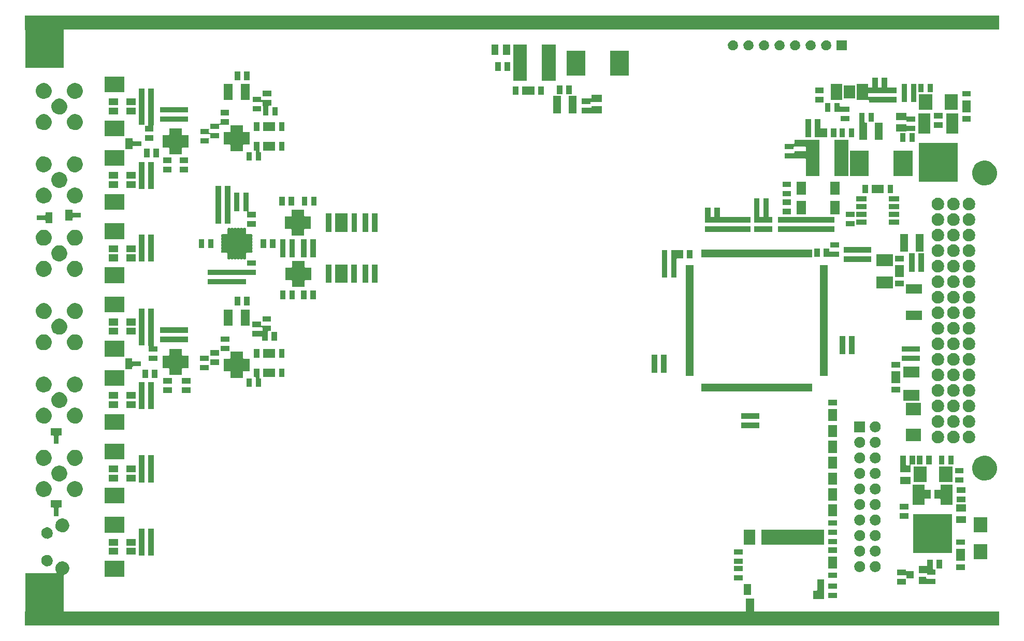
<source format=gts>
G04 (created by PCBNEW (2013-07-07 BZR 4022)-stable) date 25/09/2013 17:04:26*
%MOIN*%
G04 Gerber Fmt 3.4, Leading zero omitted, Abs format*
%FSLAX34Y34*%
G01*
G70*
G90*
G04 APERTURE LIST*
%ADD10C,0.00590551*%
G04 APERTURE END LIST*
G54D10*
G36*
X21557Y-24539D02*
X21556Y-24647D01*
X21532Y-24752D01*
X21494Y-24838D01*
X21431Y-24926D01*
X21364Y-24991D01*
X21272Y-25049D01*
X21185Y-25083D01*
X21079Y-25101D01*
X20985Y-25099D01*
X20879Y-25076D01*
X20794Y-25039D01*
X20705Y-24977D01*
X20640Y-24910D01*
X20581Y-24819D01*
X20547Y-24732D01*
X20528Y-24625D01*
X20529Y-24533D01*
X20552Y-24426D01*
X20588Y-24341D01*
X20650Y-24251D01*
X20716Y-24186D01*
X20807Y-24126D01*
X20893Y-24092D01*
X21000Y-24071D01*
X21092Y-24072D01*
X21200Y-24094D01*
X21284Y-24129D01*
X21376Y-24191D01*
X21440Y-24256D01*
X21501Y-24348D01*
X21536Y-24432D01*
X21557Y-24539D01*
X21557Y-24539D01*
G37*
G36*
X21557Y-26547D02*
X21556Y-26655D01*
X21532Y-26760D01*
X21494Y-26846D01*
X21431Y-26934D01*
X21364Y-26999D01*
X21272Y-27057D01*
X21185Y-27091D01*
X21079Y-27109D01*
X20985Y-27107D01*
X20879Y-27084D01*
X20794Y-27047D01*
X20705Y-26985D01*
X20640Y-26918D01*
X20581Y-26827D01*
X20547Y-26740D01*
X20528Y-26633D01*
X20529Y-26541D01*
X20552Y-26434D01*
X20588Y-26349D01*
X20650Y-26259D01*
X20716Y-26194D01*
X20807Y-26134D01*
X20893Y-26100D01*
X21000Y-26079D01*
X21092Y-26080D01*
X21200Y-26102D01*
X21284Y-26137D01*
X21376Y-26199D01*
X21440Y-26264D01*
X21501Y-26356D01*
X21536Y-26440D01*
X21557Y-26547D01*
X21557Y-26547D01*
G37*
G36*
X21557Y-29264D02*
X21556Y-29372D01*
X21532Y-29477D01*
X21494Y-29563D01*
X21431Y-29651D01*
X21364Y-29715D01*
X21272Y-29773D01*
X21185Y-29807D01*
X21079Y-29826D01*
X20985Y-29824D01*
X20879Y-29801D01*
X20794Y-29763D01*
X20705Y-29701D01*
X20640Y-29634D01*
X20581Y-29543D01*
X20547Y-29457D01*
X20528Y-29350D01*
X20529Y-29257D01*
X20552Y-29150D01*
X20588Y-29065D01*
X20650Y-28975D01*
X20716Y-28911D01*
X20807Y-28851D01*
X20893Y-28816D01*
X21000Y-28796D01*
X21092Y-28796D01*
X21200Y-28818D01*
X21284Y-28854D01*
X21376Y-28915D01*
X21440Y-28980D01*
X21501Y-29072D01*
X21536Y-29157D01*
X21557Y-29264D01*
X21557Y-29264D01*
G37*
G36*
X21557Y-31272D02*
X21556Y-31380D01*
X21532Y-31485D01*
X21494Y-31571D01*
X21431Y-31659D01*
X21364Y-31723D01*
X21272Y-31781D01*
X21185Y-31815D01*
X21079Y-31834D01*
X20985Y-31832D01*
X20879Y-31809D01*
X20794Y-31771D01*
X20705Y-31709D01*
X20640Y-31642D01*
X20581Y-31551D01*
X20547Y-31465D01*
X20528Y-31358D01*
X20529Y-31265D01*
X20552Y-31158D01*
X20588Y-31073D01*
X20650Y-30983D01*
X20716Y-30919D01*
X20807Y-30859D01*
X20893Y-30824D01*
X21000Y-30804D01*
X21092Y-30804D01*
X21200Y-30826D01*
X21284Y-30862D01*
X21376Y-30923D01*
X21440Y-30988D01*
X21501Y-31080D01*
X21536Y-31165D01*
X21557Y-31272D01*
X21557Y-31272D01*
G37*
G36*
X21557Y-33988D02*
X21556Y-34096D01*
X21532Y-34201D01*
X21494Y-34287D01*
X21431Y-34375D01*
X21364Y-34440D01*
X21272Y-34498D01*
X21185Y-34531D01*
X21079Y-34550D01*
X20985Y-34548D01*
X20879Y-34525D01*
X20794Y-34488D01*
X20705Y-34426D01*
X20640Y-34359D01*
X20581Y-34267D01*
X20547Y-34181D01*
X20528Y-34074D01*
X20529Y-33981D01*
X20552Y-33875D01*
X20588Y-33790D01*
X20650Y-33699D01*
X20716Y-33635D01*
X20807Y-33575D01*
X20893Y-33541D01*
X21000Y-33520D01*
X21092Y-33521D01*
X21200Y-33543D01*
X21284Y-33578D01*
X21376Y-33640D01*
X21440Y-33705D01*
X21501Y-33797D01*
X21536Y-33881D01*
X21557Y-33988D01*
X21557Y-33988D01*
G37*
G36*
X21557Y-35996D02*
X21556Y-36104D01*
X21532Y-36209D01*
X21494Y-36295D01*
X21431Y-36383D01*
X21364Y-36448D01*
X21272Y-36506D01*
X21185Y-36539D01*
X21079Y-36558D01*
X20985Y-36556D01*
X20879Y-36533D01*
X20794Y-36496D01*
X20705Y-36434D01*
X20640Y-36367D01*
X20581Y-36275D01*
X20547Y-36189D01*
X20528Y-36082D01*
X20529Y-35989D01*
X20552Y-35883D01*
X20588Y-35798D01*
X20650Y-35707D01*
X20716Y-35643D01*
X20807Y-35583D01*
X20893Y-35549D01*
X21000Y-35528D01*
X21092Y-35529D01*
X21200Y-35551D01*
X21284Y-35586D01*
X21376Y-35648D01*
X21440Y-35713D01*
X21501Y-35805D01*
X21536Y-35889D01*
X21557Y-35996D01*
X21557Y-35996D01*
G37*
G36*
X21557Y-38712D02*
X21556Y-38821D01*
X21532Y-38926D01*
X21494Y-39011D01*
X21431Y-39100D01*
X21364Y-39164D01*
X21272Y-39222D01*
X21185Y-39256D01*
X21079Y-39275D01*
X20985Y-39273D01*
X20879Y-39249D01*
X20794Y-39212D01*
X20705Y-39150D01*
X20640Y-39083D01*
X20581Y-38992D01*
X20547Y-38906D01*
X20528Y-38798D01*
X20529Y-38706D01*
X20552Y-38599D01*
X20588Y-38514D01*
X20650Y-38424D01*
X20716Y-38359D01*
X20807Y-38299D01*
X20893Y-38265D01*
X21000Y-38244D01*
X21092Y-38245D01*
X21200Y-38267D01*
X21284Y-38303D01*
X21376Y-38364D01*
X21440Y-38429D01*
X21501Y-38521D01*
X21536Y-38605D01*
X21557Y-38712D01*
X21557Y-38712D01*
G37*
G36*
X21557Y-40720D02*
X21556Y-40829D01*
X21532Y-40934D01*
X21494Y-41019D01*
X21431Y-41108D01*
X21364Y-41172D01*
X21272Y-41230D01*
X21185Y-41264D01*
X21079Y-41283D01*
X20985Y-41281D01*
X20879Y-41257D01*
X20794Y-41220D01*
X20705Y-41158D01*
X20640Y-41091D01*
X20581Y-41000D01*
X20547Y-40914D01*
X20528Y-40806D01*
X20529Y-40714D01*
X20552Y-40607D01*
X20588Y-40522D01*
X20650Y-40432D01*
X20716Y-40367D01*
X20807Y-40307D01*
X20893Y-40273D01*
X21000Y-40252D01*
X21092Y-40253D01*
X21200Y-40275D01*
X21284Y-40311D01*
X21376Y-40372D01*
X21440Y-40437D01*
X21501Y-40529D01*
X21536Y-40613D01*
X21557Y-40720D01*
X21557Y-40720D01*
G37*
G36*
X21557Y-43437D02*
X21556Y-43545D01*
X21532Y-43650D01*
X21494Y-43736D01*
X21431Y-43824D01*
X21364Y-43888D01*
X21272Y-43946D01*
X21185Y-43980D01*
X21079Y-43999D01*
X20985Y-43997D01*
X20879Y-43974D01*
X20794Y-43937D01*
X20705Y-43874D01*
X20640Y-43808D01*
X20581Y-43716D01*
X20547Y-43630D01*
X20528Y-43523D01*
X20529Y-43430D01*
X20552Y-43323D01*
X20588Y-43239D01*
X20650Y-43148D01*
X20716Y-43084D01*
X20807Y-43024D01*
X20893Y-42989D01*
X21000Y-42969D01*
X21092Y-42969D01*
X21200Y-42992D01*
X21284Y-43027D01*
X21376Y-43089D01*
X21440Y-43154D01*
X21501Y-43245D01*
X21536Y-43330D01*
X21557Y-43437D01*
X21557Y-43437D01*
G37*
G36*
X21557Y-45445D02*
X21556Y-45553D01*
X21532Y-45658D01*
X21494Y-45744D01*
X21431Y-45832D01*
X21364Y-45896D01*
X21272Y-45954D01*
X21185Y-45988D01*
X21079Y-46007D01*
X20985Y-46005D01*
X20879Y-45982D01*
X20794Y-45945D01*
X20705Y-45882D01*
X20640Y-45816D01*
X20581Y-45724D01*
X20547Y-45638D01*
X20528Y-45531D01*
X20529Y-45438D01*
X20552Y-45331D01*
X20588Y-45247D01*
X20650Y-45156D01*
X20716Y-45092D01*
X20807Y-45032D01*
X20893Y-44997D01*
X21000Y-44977D01*
X21092Y-44977D01*
X21200Y-45000D01*
X21284Y-45035D01*
X21376Y-45097D01*
X21440Y-45162D01*
X21501Y-45253D01*
X21536Y-45338D01*
X21557Y-45445D01*
X21557Y-45445D01*
G37*
G36*
X21557Y-48161D02*
X21556Y-48269D01*
X21532Y-48375D01*
X21494Y-48460D01*
X21431Y-48548D01*
X21364Y-48613D01*
X21272Y-48671D01*
X21185Y-48705D01*
X21079Y-48723D01*
X20985Y-48721D01*
X20879Y-48698D01*
X20794Y-48661D01*
X20705Y-48599D01*
X20640Y-48532D01*
X20581Y-48441D01*
X20547Y-48354D01*
X20528Y-48247D01*
X20529Y-48155D01*
X20552Y-48048D01*
X20588Y-47963D01*
X20650Y-47873D01*
X20716Y-47808D01*
X20807Y-47748D01*
X20893Y-47714D01*
X21000Y-47693D01*
X21092Y-47694D01*
X21200Y-47716D01*
X21284Y-47751D01*
X21376Y-47813D01*
X21440Y-47878D01*
X21501Y-47970D01*
X21536Y-48054D01*
X21557Y-48161D01*
X21557Y-48161D01*
G37*
G36*
X21557Y-50169D02*
X21556Y-50277D01*
X21532Y-50383D01*
X21494Y-50468D01*
X21431Y-50556D01*
X21364Y-50621D01*
X21272Y-50679D01*
X21185Y-50713D01*
X21079Y-50731D01*
X20985Y-50729D01*
X20879Y-50706D01*
X20794Y-50669D01*
X20705Y-50607D01*
X20640Y-50540D01*
X20581Y-50449D01*
X20547Y-50362D01*
X20528Y-50255D01*
X20529Y-50163D01*
X20552Y-50056D01*
X20588Y-49971D01*
X20650Y-49881D01*
X20716Y-49816D01*
X20807Y-49756D01*
X20893Y-49722D01*
X21000Y-49701D01*
X21092Y-49702D01*
X21200Y-49724D01*
X21284Y-49759D01*
X21376Y-49821D01*
X21440Y-49886D01*
X21501Y-49978D01*
X21536Y-50062D01*
X21557Y-50169D01*
X21557Y-50169D01*
G37*
G36*
X21607Y-33103D02*
X21149Y-33103D01*
X21149Y-32964D01*
X21149Y-32945D01*
X21141Y-32927D01*
X21128Y-32913D01*
X21110Y-32906D01*
X21091Y-32906D01*
X20597Y-32906D01*
X20597Y-32605D01*
X21091Y-32605D01*
X21110Y-32605D01*
X21128Y-32597D01*
X21141Y-32584D01*
X21149Y-32566D01*
X21149Y-32547D01*
X21149Y-32408D01*
X21607Y-32408D01*
X21607Y-32744D01*
X21607Y-32748D01*
X21607Y-32763D01*
X21607Y-32767D01*
X21607Y-33103D01*
X21607Y-33103D01*
G37*
G36*
X21626Y-53018D02*
X21625Y-53093D01*
X21608Y-53170D01*
X21581Y-53229D01*
X21536Y-53294D01*
X21489Y-53339D01*
X21422Y-53381D01*
X21362Y-53404D01*
X21284Y-53418D01*
X21220Y-53417D01*
X21142Y-53400D01*
X21083Y-53374D01*
X21018Y-53328D01*
X20973Y-53282D01*
X20930Y-53215D01*
X20906Y-53156D01*
X20892Y-53077D01*
X20893Y-53014D01*
X20909Y-52935D01*
X20934Y-52877D01*
X20980Y-52810D01*
X21025Y-52766D01*
X21093Y-52722D01*
X21151Y-52698D01*
X21230Y-52683D01*
X21293Y-52684D01*
X21373Y-52700D01*
X21431Y-52724D01*
X21498Y-52770D01*
X21542Y-52814D01*
X21587Y-52882D01*
X21611Y-52939D01*
X21626Y-53018D01*
X21626Y-53018D01*
G37*
G36*
X21626Y-54790D02*
X21625Y-54865D01*
X21608Y-54942D01*
X21581Y-55001D01*
X21536Y-55066D01*
X21489Y-55111D01*
X21422Y-55153D01*
X21362Y-55176D01*
X21284Y-55190D01*
X21220Y-55189D01*
X21142Y-55172D01*
X21083Y-55146D01*
X21018Y-55100D01*
X20973Y-55054D01*
X20930Y-54987D01*
X20906Y-54928D01*
X20892Y-54849D01*
X20893Y-54786D01*
X20909Y-54707D01*
X20934Y-54649D01*
X20980Y-54582D01*
X21025Y-54538D01*
X21093Y-54494D01*
X21151Y-54470D01*
X21230Y-54455D01*
X21293Y-54456D01*
X21373Y-54472D01*
X21431Y-54496D01*
X21498Y-54542D01*
X21542Y-54586D01*
X21587Y-54654D01*
X21611Y-54711D01*
X21626Y-54790D01*
X21626Y-54790D01*
G37*
G36*
X22198Y-46764D02*
X22058Y-46764D01*
X22039Y-46764D01*
X22021Y-46771D01*
X22008Y-46785D01*
X22001Y-46802D01*
X22001Y-46822D01*
X22001Y-47316D01*
X21699Y-47316D01*
X21699Y-46822D01*
X21699Y-46802D01*
X21692Y-46785D01*
X21678Y-46771D01*
X21661Y-46764D01*
X21641Y-46764D01*
X21502Y-46764D01*
X21502Y-46305D01*
X21838Y-46305D01*
X21842Y-46305D01*
X21858Y-46305D01*
X21861Y-46305D01*
X22198Y-46305D01*
X22198Y-46764D01*
X22198Y-46764D01*
G37*
G36*
X22198Y-51409D02*
X22058Y-51409D01*
X22039Y-51409D01*
X22021Y-51417D01*
X22008Y-51430D01*
X22001Y-51448D01*
X22001Y-51467D01*
X22001Y-51961D01*
X21699Y-51961D01*
X21699Y-51467D01*
X21699Y-51448D01*
X21692Y-51430D01*
X21678Y-51417D01*
X21661Y-51409D01*
X21641Y-51409D01*
X21502Y-51409D01*
X21502Y-50951D01*
X21838Y-50951D01*
X21842Y-50951D01*
X21858Y-50951D01*
X21861Y-50951D01*
X22198Y-50951D01*
X22198Y-51409D01*
X22198Y-51409D01*
G37*
G36*
X22561Y-25543D02*
X22560Y-25651D01*
X22536Y-25756D01*
X22498Y-25842D01*
X22435Y-25930D01*
X22368Y-25995D01*
X22276Y-26053D01*
X22189Y-26087D01*
X22083Y-26105D01*
X21989Y-26103D01*
X21883Y-26080D01*
X21798Y-26043D01*
X21709Y-25981D01*
X21644Y-25914D01*
X21585Y-25823D01*
X21551Y-25736D01*
X21532Y-25629D01*
X21533Y-25537D01*
X21556Y-25430D01*
X21592Y-25345D01*
X21654Y-25255D01*
X21720Y-25190D01*
X21811Y-25130D01*
X21897Y-25096D01*
X22004Y-25075D01*
X22096Y-25076D01*
X22204Y-25098D01*
X22288Y-25133D01*
X22380Y-25195D01*
X22444Y-25260D01*
X22505Y-25352D01*
X22540Y-25436D01*
X22561Y-25543D01*
X22561Y-25543D01*
G37*
G36*
X22561Y-30268D02*
X22560Y-30376D01*
X22536Y-30481D01*
X22498Y-30567D01*
X22435Y-30655D01*
X22368Y-30719D01*
X22276Y-30777D01*
X22189Y-30811D01*
X22083Y-30830D01*
X21989Y-30828D01*
X21883Y-30805D01*
X21798Y-30767D01*
X21709Y-30705D01*
X21644Y-30638D01*
X21585Y-30547D01*
X21551Y-30461D01*
X21532Y-30354D01*
X21533Y-30261D01*
X21556Y-30154D01*
X21592Y-30069D01*
X21654Y-29979D01*
X21720Y-29915D01*
X21811Y-29855D01*
X21897Y-29820D01*
X22004Y-29800D01*
X22096Y-29800D01*
X22204Y-29822D01*
X22288Y-29858D01*
X22380Y-29919D01*
X22444Y-29984D01*
X22505Y-30076D01*
X22540Y-30161D01*
X22561Y-30268D01*
X22561Y-30268D01*
G37*
G36*
X22561Y-34992D02*
X22560Y-35100D01*
X22536Y-35205D01*
X22498Y-35291D01*
X22435Y-35379D01*
X22368Y-35444D01*
X22276Y-35502D01*
X22189Y-35535D01*
X22083Y-35554D01*
X21989Y-35552D01*
X21883Y-35529D01*
X21798Y-35492D01*
X21709Y-35430D01*
X21644Y-35363D01*
X21585Y-35271D01*
X21551Y-35185D01*
X21532Y-35078D01*
X21533Y-34985D01*
X21556Y-34879D01*
X21592Y-34794D01*
X21654Y-34703D01*
X21720Y-34639D01*
X21811Y-34579D01*
X21897Y-34545D01*
X22004Y-34524D01*
X22096Y-34525D01*
X22204Y-34547D01*
X22288Y-34582D01*
X22380Y-34644D01*
X22444Y-34709D01*
X22505Y-34801D01*
X22540Y-34885D01*
X22561Y-34992D01*
X22561Y-34992D01*
G37*
G36*
X22561Y-39716D02*
X22560Y-39825D01*
X22536Y-39930D01*
X22498Y-40015D01*
X22435Y-40104D01*
X22368Y-40168D01*
X22276Y-40226D01*
X22189Y-40260D01*
X22083Y-40279D01*
X21989Y-40277D01*
X21883Y-40253D01*
X21798Y-40216D01*
X21709Y-40154D01*
X21644Y-40087D01*
X21585Y-39996D01*
X21551Y-39910D01*
X21532Y-39802D01*
X21533Y-39710D01*
X21556Y-39603D01*
X21592Y-39518D01*
X21654Y-39428D01*
X21720Y-39363D01*
X21811Y-39303D01*
X21897Y-39269D01*
X22004Y-39248D01*
X22096Y-39249D01*
X22204Y-39271D01*
X22288Y-39307D01*
X22380Y-39368D01*
X22444Y-39433D01*
X22505Y-39525D01*
X22540Y-39609D01*
X22561Y-39716D01*
X22561Y-39716D01*
G37*
G36*
X22561Y-44441D02*
X22560Y-44549D01*
X22536Y-44654D01*
X22498Y-44740D01*
X22435Y-44828D01*
X22368Y-44892D01*
X22276Y-44950D01*
X22189Y-44984D01*
X22083Y-45003D01*
X21989Y-45001D01*
X21883Y-44978D01*
X21798Y-44941D01*
X21709Y-44878D01*
X21644Y-44812D01*
X21585Y-44720D01*
X21551Y-44634D01*
X21532Y-44527D01*
X21533Y-44434D01*
X21556Y-44327D01*
X21592Y-44243D01*
X21654Y-44152D01*
X21720Y-44088D01*
X21811Y-44028D01*
X21897Y-43993D01*
X22004Y-43973D01*
X22096Y-43973D01*
X22204Y-43996D01*
X22288Y-44031D01*
X22380Y-44093D01*
X22444Y-44158D01*
X22505Y-44249D01*
X22540Y-44334D01*
X22561Y-44441D01*
X22561Y-44441D01*
G37*
G36*
X22561Y-49165D02*
X22560Y-49273D01*
X22536Y-49379D01*
X22498Y-49464D01*
X22435Y-49552D01*
X22368Y-49617D01*
X22276Y-49675D01*
X22189Y-49709D01*
X22083Y-49727D01*
X21989Y-49725D01*
X21883Y-49702D01*
X21798Y-49665D01*
X21709Y-49603D01*
X21644Y-49536D01*
X21585Y-49445D01*
X21551Y-49358D01*
X21532Y-49251D01*
X21533Y-49159D01*
X21556Y-49052D01*
X21592Y-48967D01*
X21654Y-48877D01*
X21720Y-48812D01*
X21811Y-48752D01*
X21897Y-48718D01*
X22004Y-48697D01*
X22096Y-48698D01*
X22204Y-48720D01*
X22288Y-48755D01*
X22380Y-48817D01*
X22444Y-48882D01*
X22505Y-48974D01*
X22540Y-49058D01*
X22561Y-49165D01*
X22561Y-49165D01*
G37*
G36*
X22685Y-52518D02*
X22683Y-52611D01*
X22663Y-52703D01*
X22630Y-52776D01*
X22575Y-52853D01*
X22518Y-52909D01*
X22438Y-52959D01*
X22363Y-52988D01*
X22270Y-53005D01*
X22190Y-53003D01*
X22097Y-52983D01*
X22025Y-52951D01*
X21946Y-52897D01*
X21891Y-52839D01*
X21840Y-52759D01*
X21811Y-52686D01*
X21793Y-52592D01*
X21794Y-52513D01*
X21814Y-52419D01*
X21845Y-52347D01*
X21900Y-52268D01*
X21956Y-52213D01*
X22036Y-52160D01*
X22109Y-52131D01*
X22203Y-52113D01*
X22282Y-52113D01*
X22376Y-52133D01*
X22448Y-52163D01*
X22528Y-52217D01*
X22583Y-52272D01*
X22637Y-52353D01*
X22666Y-52425D01*
X22685Y-52518D01*
X22685Y-52518D01*
G37*
G36*
X23438Y-32749D02*
X22944Y-32749D01*
X22924Y-32749D01*
X22907Y-32756D01*
X22893Y-32769D01*
X22886Y-32787D01*
X22886Y-32806D01*
X22886Y-32946D01*
X22427Y-32946D01*
X22427Y-32609D01*
X22427Y-32606D01*
X22427Y-32590D01*
X22427Y-32586D01*
X22427Y-32250D01*
X22886Y-32250D01*
X22886Y-32389D01*
X22886Y-32409D01*
X22893Y-32426D01*
X22907Y-32440D01*
X22924Y-32447D01*
X22944Y-32447D01*
X23438Y-32447D01*
X23438Y-32749D01*
X23438Y-32749D01*
G37*
G36*
X23565Y-24539D02*
X23564Y-24647D01*
X23540Y-24752D01*
X23502Y-24838D01*
X23439Y-24926D01*
X23372Y-24991D01*
X23280Y-25049D01*
X23193Y-25083D01*
X23087Y-25101D01*
X22993Y-25099D01*
X22887Y-25076D01*
X22802Y-25039D01*
X22713Y-24977D01*
X22648Y-24910D01*
X22589Y-24819D01*
X22555Y-24732D01*
X22536Y-24625D01*
X22537Y-24533D01*
X22560Y-24426D01*
X22596Y-24341D01*
X22658Y-24251D01*
X22724Y-24186D01*
X22815Y-24126D01*
X22901Y-24092D01*
X23008Y-24071D01*
X23100Y-24072D01*
X23208Y-24094D01*
X23292Y-24129D01*
X23384Y-24191D01*
X23448Y-24256D01*
X23509Y-24348D01*
X23544Y-24432D01*
X23565Y-24539D01*
X23565Y-24539D01*
G37*
G36*
X23565Y-26547D02*
X23564Y-26655D01*
X23540Y-26760D01*
X23502Y-26846D01*
X23439Y-26934D01*
X23372Y-26999D01*
X23280Y-27057D01*
X23193Y-27091D01*
X23087Y-27109D01*
X22993Y-27107D01*
X22887Y-27084D01*
X22802Y-27047D01*
X22713Y-26985D01*
X22648Y-26918D01*
X22589Y-26827D01*
X22555Y-26740D01*
X22536Y-26633D01*
X22537Y-26541D01*
X22560Y-26434D01*
X22596Y-26349D01*
X22658Y-26259D01*
X22724Y-26194D01*
X22815Y-26134D01*
X22901Y-26100D01*
X23008Y-26079D01*
X23100Y-26080D01*
X23208Y-26102D01*
X23292Y-26137D01*
X23384Y-26199D01*
X23448Y-26264D01*
X23509Y-26356D01*
X23544Y-26440D01*
X23565Y-26547D01*
X23565Y-26547D01*
G37*
G36*
X23565Y-29264D02*
X23564Y-29372D01*
X23540Y-29477D01*
X23502Y-29563D01*
X23439Y-29651D01*
X23372Y-29715D01*
X23280Y-29773D01*
X23193Y-29807D01*
X23087Y-29826D01*
X22993Y-29824D01*
X22887Y-29801D01*
X22802Y-29763D01*
X22713Y-29701D01*
X22648Y-29634D01*
X22589Y-29543D01*
X22555Y-29457D01*
X22536Y-29350D01*
X22537Y-29257D01*
X22560Y-29150D01*
X22596Y-29065D01*
X22658Y-28975D01*
X22724Y-28911D01*
X22815Y-28851D01*
X22901Y-28816D01*
X23008Y-28796D01*
X23100Y-28796D01*
X23208Y-28818D01*
X23292Y-28854D01*
X23384Y-28915D01*
X23448Y-28980D01*
X23509Y-29072D01*
X23544Y-29157D01*
X23565Y-29264D01*
X23565Y-29264D01*
G37*
G36*
X23565Y-31272D02*
X23564Y-31380D01*
X23540Y-31485D01*
X23502Y-31571D01*
X23439Y-31659D01*
X23372Y-31723D01*
X23280Y-31781D01*
X23193Y-31815D01*
X23087Y-31834D01*
X22993Y-31832D01*
X22887Y-31809D01*
X22802Y-31771D01*
X22713Y-31709D01*
X22648Y-31642D01*
X22589Y-31551D01*
X22555Y-31465D01*
X22536Y-31358D01*
X22537Y-31265D01*
X22560Y-31158D01*
X22596Y-31073D01*
X22658Y-30983D01*
X22724Y-30919D01*
X22815Y-30859D01*
X22901Y-30824D01*
X23008Y-30804D01*
X23100Y-30804D01*
X23208Y-30826D01*
X23292Y-30862D01*
X23384Y-30923D01*
X23448Y-30988D01*
X23509Y-31080D01*
X23544Y-31165D01*
X23565Y-31272D01*
X23565Y-31272D01*
G37*
G36*
X23565Y-33988D02*
X23564Y-34096D01*
X23540Y-34201D01*
X23502Y-34287D01*
X23439Y-34375D01*
X23372Y-34440D01*
X23280Y-34498D01*
X23193Y-34531D01*
X23087Y-34550D01*
X22993Y-34548D01*
X22887Y-34525D01*
X22802Y-34488D01*
X22713Y-34426D01*
X22648Y-34359D01*
X22589Y-34267D01*
X22555Y-34181D01*
X22536Y-34074D01*
X22537Y-33981D01*
X22560Y-33875D01*
X22596Y-33790D01*
X22658Y-33699D01*
X22724Y-33635D01*
X22815Y-33575D01*
X22901Y-33541D01*
X23008Y-33520D01*
X23100Y-33521D01*
X23208Y-33543D01*
X23292Y-33578D01*
X23384Y-33640D01*
X23448Y-33705D01*
X23509Y-33797D01*
X23544Y-33881D01*
X23565Y-33988D01*
X23565Y-33988D01*
G37*
G36*
X23565Y-35996D02*
X23564Y-36104D01*
X23540Y-36209D01*
X23502Y-36295D01*
X23439Y-36383D01*
X23372Y-36448D01*
X23280Y-36506D01*
X23193Y-36539D01*
X23087Y-36558D01*
X22993Y-36556D01*
X22887Y-36533D01*
X22802Y-36496D01*
X22713Y-36434D01*
X22648Y-36367D01*
X22589Y-36275D01*
X22555Y-36189D01*
X22536Y-36082D01*
X22537Y-35989D01*
X22560Y-35883D01*
X22596Y-35798D01*
X22658Y-35707D01*
X22724Y-35643D01*
X22815Y-35583D01*
X22901Y-35549D01*
X23008Y-35528D01*
X23100Y-35529D01*
X23208Y-35551D01*
X23292Y-35586D01*
X23384Y-35648D01*
X23448Y-35713D01*
X23509Y-35805D01*
X23544Y-35889D01*
X23565Y-35996D01*
X23565Y-35996D01*
G37*
G36*
X23565Y-38712D02*
X23564Y-38821D01*
X23540Y-38926D01*
X23502Y-39011D01*
X23439Y-39100D01*
X23372Y-39164D01*
X23280Y-39222D01*
X23193Y-39256D01*
X23087Y-39275D01*
X22993Y-39273D01*
X22887Y-39249D01*
X22802Y-39212D01*
X22713Y-39150D01*
X22648Y-39083D01*
X22589Y-38992D01*
X22555Y-38906D01*
X22536Y-38798D01*
X22537Y-38706D01*
X22560Y-38599D01*
X22596Y-38514D01*
X22658Y-38424D01*
X22724Y-38359D01*
X22815Y-38299D01*
X22901Y-38265D01*
X23008Y-38244D01*
X23100Y-38245D01*
X23208Y-38267D01*
X23292Y-38303D01*
X23384Y-38364D01*
X23448Y-38429D01*
X23509Y-38521D01*
X23544Y-38605D01*
X23565Y-38712D01*
X23565Y-38712D01*
G37*
G36*
X23565Y-40720D02*
X23564Y-40829D01*
X23540Y-40934D01*
X23502Y-41019D01*
X23439Y-41108D01*
X23372Y-41172D01*
X23280Y-41230D01*
X23193Y-41264D01*
X23087Y-41283D01*
X22993Y-41281D01*
X22887Y-41257D01*
X22802Y-41220D01*
X22713Y-41158D01*
X22648Y-41091D01*
X22589Y-41000D01*
X22555Y-40914D01*
X22536Y-40806D01*
X22537Y-40714D01*
X22560Y-40607D01*
X22596Y-40522D01*
X22658Y-40432D01*
X22724Y-40367D01*
X22815Y-40307D01*
X22901Y-40273D01*
X23008Y-40252D01*
X23100Y-40253D01*
X23208Y-40275D01*
X23292Y-40311D01*
X23384Y-40372D01*
X23448Y-40437D01*
X23509Y-40529D01*
X23544Y-40613D01*
X23565Y-40720D01*
X23565Y-40720D01*
G37*
G36*
X23565Y-43437D02*
X23564Y-43545D01*
X23540Y-43650D01*
X23502Y-43736D01*
X23439Y-43824D01*
X23372Y-43888D01*
X23280Y-43946D01*
X23193Y-43980D01*
X23087Y-43999D01*
X22993Y-43997D01*
X22887Y-43974D01*
X22802Y-43937D01*
X22713Y-43874D01*
X22648Y-43808D01*
X22589Y-43716D01*
X22555Y-43630D01*
X22536Y-43523D01*
X22537Y-43430D01*
X22560Y-43323D01*
X22596Y-43239D01*
X22658Y-43148D01*
X22724Y-43084D01*
X22815Y-43024D01*
X22901Y-42989D01*
X23008Y-42969D01*
X23100Y-42969D01*
X23208Y-42992D01*
X23292Y-43027D01*
X23384Y-43089D01*
X23448Y-43154D01*
X23509Y-43245D01*
X23544Y-43330D01*
X23565Y-43437D01*
X23565Y-43437D01*
G37*
G36*
X23565Y-45445D02*
X23564Y-45553D01*
X23540Y-45658D01*
X23502Y-45744D01*
X23439Y-45832D01*
X23372Y-45896D01*
X23280Y-45954D01*
X23193Y-45988D01*
X23087Y-46007D01*
X22993Y-46005D01*
X22887Y-45982D01*
X22802Y-45945D01*
X22713Y-45882D01*
X22648Y-45816D01*
X22589Y-45724D01*
X22555Y-45638D01*
X22536Y-45531D01*
X22537Y-45438D01*
X22560Y-45331D01*
X22596Y-45247D01*
X22658Y-45156D01*
X22724Y-45092D01*
X22815Y-45032D01*
X22901Y-44997D01*
X23008Y-44977D01*
X23100Y-44977D01*
X23208Y-45000D01*
X23292Y-45035D01*
X23384Y-45097D01*
X23448Y-45162D01*
X23509Y-45253D01*
X23544Y-45338D01*
X23565Y-45445D01*
X23565Y-45445D01*
G37*
G36*
X23565Y-48161D02*
X23564Y-48269D01*
X23540Y-48375D01*
X23502Y-48460D01*
X23439Y-48548D01*
X23372Y-48613D01*
X23280Y-48671D01*
X23193Y-48705D01*
X23087Y-48723D01*
X22993Y-48721D01*
X22887Y-48698D01*
X22802Y-48661D01*
X22713Y-48599D01*
X22648Y-48532D01*
X22589Y-48441D01*
X22555Y-48354D01*
X22536Y-48247D01*
X22537Y-48155D01*
X22560Y-48048D01*
X22596Y-47963D01*
X22658Y-47873D01*
X22724Y-47808D01*
X22815Y-47748D01*
X22901Y-47714D01*
X23008Y-47693D01*
X23100Y-47694D01*
X23208Y-47716D01*
X23292Y-47751D01*
X23384Y-47813D01*
X23448Y-47878D01*
X23509Y-47970D01*
X23544Y-48054D01*
X23565Y-48161D01*
X23565Y-48161D01*
G37*
G36*
X23565Y-50169D02*
X23564Y-50277D01*
X23540Y-50383D01*
X23502Y-50468D01*
X23439Y-50556D01*
X23372Y-50621D01*
X23280Y-50679D01*
X23193Y-50713D01*
X23087Y-50731D01*
X22993Y-50729D01*
X22887Y-50706D01*
X22802Y-50669D01*
X22713Y-50607D01*
X22648Y-50540D01*
X22589Y-50449D01*
X22555Y-50362D01*
X22536Y-50255D01*
X22537Y-50163D01*
X22560Y-50056D01*
X22596Y-49971D01*
X22658Y-49881D01*
X22724Y-49816D01*
X22815Y-49756D01*
X22901Y-49722D01*
X23008Y-49701D01*
X23100Y-49702D01*
X23208Y-49724D01*
X23292Y-49759D01*
X23384Y-49821D01*
X23448Y-49886D01*
X23509Y-49978D01*
X23544Y-50062D01*
X23565Y-50169D01*
X23565Y-50169D01*
G37*
G36*
X25839Y-25515D02*
X25243Y-25515D01*
X25243Y-25075D01*
X25839Y-25075D01*
X25839Y-25515D01*
X25839Y-25515D01*
G37*
G36*
X25839Y-26105D02*
X25243Y-26105D01*
X25243Y-25665D01*
X25839Y-25665D01*
X25839Y-26105D01*
X25839Y-26105D01*
G37*
G36*
X25839Y-30239D02*
X25243Y-30239D01*
X25243Y-29800D01*
X25839Y-29800D01*
X25839Y-30239D01*
X25839Y-30239D01*
G37*
G36*
X25839Y-30829D02*
X25243Y-30829D01*
X25243Y-30390D01*
X25839Y-30390D01*
X25839Y-30829D01*
X25839Y-30829D01*
G37*
G36*
X25839Y-34963D02*
X25243Y-34963D01*
X25243Y-34524D01*
X25839Y-34524D01*
X25839Y-34963D01*
X25839Y-34963D01*
G37*
G36*
X25839Y-35553D02*
X25243Y-35553D01*
X25243Y-35114D01*
X25839Y-35114D01*
X25839Y-35553D01*
X25839Y-35553D01*
G37*
G36*
X25839Y-39688D02*
X25243Y-39688D01*
X25243Y-39249D01*
X25839Y-39249D01*
X25839Y-39688D01*
X25839Y-39688D01*
G37*
G36*
X25839Y-40278D02*
X25243Y-40278D01*
X25243Y-39839D01*
X25839Y-39839D01*
X25839Y-40278D01*
X25839Y-40278D01*
G37*
G36*
X25839Y-44412D02*
X25243Y-44412D01*
X25243Y-43973D01*
X25839Y-43973D01*
X25839Y-44412D01*
X25839Y-44412D01*
G37*
G36*
X25839Y-45002D02*
X25243Y-45002D01*
X25243Y-44563D01*
X25839Y-44563D01*
X25839Y-45002D01*
X25839Y-45002D01*
G37*
G36*
X25839Y-49137D02*
X25243Y-49137D01*
X25243Y-48697D01*
X25839Y-48697D01*
X25839Y-49137D01*
X25839Y-49137D01*
G37*
G36*
X25839Y-49727D02*
X25243Y-49727D01*
X25243Y-49287D01*
X25839Y-49287D01*
X25839Y-49727D01*
X25839Y-49727D01*
G37*
G36*
X25839Y-53861D02*
X25243Y-53861D01*
X25243Y-53422D01*
X25839Y-53422D01*
X25839Y-53861D01*
X25839Y-53861D01*
G37*
G36*
X25839Y-54451D02*
X25243Y-54451D01*
X25243Y-54012D01*
X25839Y-54012D01*
X25839Y-54451D01*
X25839Y-54451D01*
G37*
G36*
X26233Y-24678D02*
X24947Y-24678D01*
X24947Y-23668D01*
X26233Y-23668D01*
X26233Y-24678D01*
X26233Y-24678D01*
G37*
G36*
X26233Y-27512D02*
X24947Y-27512D01*
X24947Y-26502D01*
X26233Y-26502D01*
X26233Y-27512D01*
X26233Y-27512D01*
G37*
G36*
X26233Y-29403D02*
X24947Y-29403D01*
X24947Y-28392D01*
X26233Y-28392D01*
X26233Y-29403D01*
X26233Y-29403D01*
G37*
G36*
X26233Y-32237D02*
X24947Y-32237D01*
X24947Y-31226D01*
X26233Y-31226D01*
X26233Y-32237D01*
X26233Y-32237D01*
G37*
G36*
X26233Y-34127D02*
X24947Y-34127D01*
X24947Y-33117D01*
X26233Y-33117D01*
X26233Y-34127D01*
X26233Y-34127D01*
G37*
G36*
X26233Y-36961D02*
X24947Y-36961D01*
X24947Y-35951D01*
X26233Y-35951D01*
X26233Y-36961D01*
X26233Y-36961D01*
G37*
G36*
X26233Y-38851D02*
X24947Y-38851D01*
X24947Y-37841D01*
X26233Y-37841D01*
X26233Y-38851D01*
X26233Y-38851D01*
G37*
G36*
X26233Y-41685D02*
X24947Y-41685D01*
X24947Y-40675D01*
X26233Y-40675D01*
X26233Y-41685D01*
X26233Y-41685D01*
G37*
G36*
X26233Y-43576D02*
X24947Y-43576D01*
X24947Y-42566D01*
X26228Y-42566D01*
X26233Y-42566D01*
X26233Y-42570D01*
X26233Y-43576D01*
X26233Y-43576D01*
G37*
G36*
X26233Y-46410D02*
X24947Y-46410D01*
X24947Y-45400D01*
X26233Y-45400D01*
X26233Y-46410D01*
X26233Y-46410D01*
G37*
G36*
X26233Y-48300D02*
X24947Y-48300D01*
X24947Y-47290D01*
X26233Y-47290D01*
X26233Y-48300D01*
X26233Y-48300D01*
G37*
G36*
X26233Y-51134D02*
X24947Y-51134D01*
X24947Y-50124D01*
X26233Y-50124D01*
X26233Y-51134D01*
X26233Y-51134D01*
G37*
G36*
X26233Y-53025D02*
X24947Y-53025D01*
X24947Y-52014D01*
X26233Y-52014D01*
X26233Y-53025D01*
X26233Y-53025D01*
G37*
G36*
X26233Y-55859D02*
X24947Y-55859D01*
X24947Y-54848D01*
X26233Y-54848D01*
X26233Y-55859D01*
X26233Y-55859D01*
G37*
G36*
X26961Y-25515D02*
X26365Y-25515D01*
X26365Y-25075D01*
X26961Y-25075D01*
X26961Y-25515D01*
X26961Y-25515D01*
G37*
G36*
X26961Y-26105D02*
X26365Y-26105D01*
X26365Y-25665D01*
X26961Y-25665D01*
X26961Y-26105D01*
X26961Y-26105D01*
G37*
G36*
X26961Y-30239D02*
X26365Y-30239D01*
X26365Y-29800D01*
X26961Y-29800D01*
X26961Y-30239D01*
X26961Y-30239D01*
G37*
G36*
X26961Y-30829D02*
X26365Y-30829D01*
X26365Y-30390D01*
X26961Y-30390D01*
X26961Y-30829D01*
X26961Y-30829D01*
G37*
G36*
X26961Y-34963D02*
X26365Y-34963D01*
X26365Y-34524D01*
X26961Y-34524D01*
X26961Y-34963D01*
X26961Y-34963D01*
G37*
G36*
X26961Y-35553D02*
X26365Y-35553D01*
X26365Y-35114D01*
X26961Y-35114D01*
X26961Y-35553D01*
X26961Y-35553D01*
G37*
G36*
X26961Y-39688D02*
X26365Y-39688D01*
X26365Y-39249D01*
X26961Y-39249D01*
X26961Y-39688D01*
X26961Y-39688D01*
G37*
G36*
X26961Y-40278D02*
X26365Y-40278D01*
X26365Y-39839D01*
X26961Y-39839D01*
X26961Y-40278D01*
X26961Y-40278D01*
G37*
G36*
X26961Y-44412D02*
X26365Y-44412D01*
X26365Y-43973D01*
X26961Y-43973D01*
X26961Y-44412D01*
X26961Y-44412D01*
G37*
G36*
X26961Y-45002D02*
X26365Y-45002D01*
X26365Y-44563D01*
X26961Y-44563D01*
X26961Y-45002D01*
X26961Y-45002D01*
G37*
G36*
X26961Y-49137D02*
X26365Y-49137D01*
X26365Y-48697D01*
X26961Y-48697D01*
X26961Y-49137D01*
X26961Y-49137D01*
G37*
G36*
X26961Y-49727D02*
X26365Y-49727D01*
X26365Y-49287D01*
X26961Y-49287D01*
X26961Y-49727D01*
X26961Y-49727D01*
G37*
G36*
X26961Y-53861D02*
X26365Y-53861D01*
X26365Y-53422D01*
X26961Y-53422D01*
X26961Y-53861D01*
X26961Y-53861D01*
G37*
G36*
X26961Y-54451D02*
X26365Y-54451D01*
X26365Y-54012D01*
X26961Y-54012D01*
X26961Y-54451D01*
X26961Y-54451D01*
G37*
G36*
X27296Y-42315D02*
X26802Y-42315D01*
X26783Y-42315D01*
X26765Y-42323D01*
X26751Y-42336D01*
X26744Y-42354D01*
X26744Y-42373D01*
X26744Y-42512D01*
X26291Y-42512D01*
X26286Y-42512D01*
X26286Y-42508D01*
X26286Y-42176D01*
X26286Y-42173D01*
X26286Y-42157D01*
X26286Y-42153D01*
X26286Y-41817D01*
X26744Y-41817D01*
X26744Y-41956D01*
X26744Y-41976D01*
X26751Y-41993D01*
X26765Y-42007D01*
X26783Y-42014D01*
X26802Y-42014D01*
X27296Y-42014D01*
X27296Y-42315D01*
X27296Y-42315D01*
G37*
G36*
X27316Y-28123D02*
X26822Y-28123D01*
X26802Y-28123D01*
X26785Y-28130D01*
X26771Y-28143D01*
X26764Y-28161D01*
X26764Y-28180D01*
X26764Y-28320D01*
X26305Y-28320D01*
X26305Y-27983D01*
X26305Y-27980D01*
X26305Y-27964D01*
X26305Y-27960D01*
X26305Y-27624D01*
X26764Y-27624D01*
X26764Y-27763D01*
X26764Y-27783D01*
X26771Y-27800D01*
X26785Y-27814D01*
X26802Y-27821D01*
X26822Y-27821D01*
X27316Y-27821D01*
X27316Y-28123D01*
X27316Y-28123D01*
G37*
G36*
X27514Y-26773D02*
X27499Y-26773D01*
X27160Y-26773D01*
X27160Y-26220D01*
X27160Y-26201D01*
X27160Y-26180D01*
X27160Y-26161D01*
X27160Y-25630D01*
X27160Y-25611D01*
X27160Y-25570D01*
X27160Y-25550D01*
X27160Y-25039D01*
X27160Y-25020D01*
X27160Y-24979D01*
X27160Y-24960D01*
X27160Y-24427D01*
X27514Y-24427D01*
X27514Y-24960D01*
X27514Y-24979D01*
X27514Y-25020D01*
X27514Y-25039D01*
X27514Y-25550D01*
X27514Y-25570D01*
X27514Y-25611D01*
X27514Y-25630D01*
X27514Y-26161D01*
X27514Y-26180D01*
X27514Y-26201D01*
X27514Y-26220D01*
X27514Y-26773D01*
X27514Y-26773D01*
G37*
G36*
X27514Y-30887D02*
X27160Y-30887D01*
X27160Y-30354D01*
X27160Y-30335D01*
X27160Y-30294D01*
X27160Y-30275D01*
X27160Y-29764D01*
X27160Y-29744D01*
X27160Y-29703D01*
X27160Y-29684D01*
X27160Y-29152D01*
X27514Y-29152D01*
X27514Y-29684D01*
X27514Y-29703D01*
X27514Y-29744D01*
X27514Y-29764D01*
X27514Y-30275D01*
X27514Y-30294D01*
X27514Y-30335D01*
X27514Y-30354D01*
X27514Y-30887D01*
X27514Y-30887D01*
G37*
G36*
X27514Y-34427D02*
X27514Y-34429D01*
X27514Y-34449D01*
X27514Y-34961D01*
X27514Y-34980D01*
X27514Y-35021D01*
X27514Y-35040D01*
X27514Y-35573D01*
X27159Y-35573D01*
X27159Y-35040D01*
X27159Y-35021D01*
X27159Y-34980D01*
X27159Y-34961D01*
X27159Y-34391D01*
X27160Y-34389D01*
X27160Y-34370D01*
X27160Y-33837D01*
X27514Y-33837D01*
X27514Y-34427D01*
X27514Y-34427D01*
G37*
G36*
X27514Y-40966D02*
X27160Y-40966D01*
X27160Y-40394D01*
X27160Y-40374D01*
X27160Y-40373D01*
X27160Y-40353D01*
X27160Y-39803D01*
X27160Y-39784D01*
X27160Y-39743D01*
X27160Y-39724D01*
X27160Y-39212D01*
X27160Y-39193D01*
X27160Y-39152D01*
X27160Y-39133D01*
X27160Y-38600D01*
X27514Y-38600D01*
X27514Y-39133D01*
X27514Y-39152D01*
X27514Y-39193D01*
X27514Y-39212D01*
X27514Y-39724D01*
X27514Y-39743D01*
X27514Y-39784D01*
X27514Y-39803D01*
X27514Y-40353D01*
X27514Y-40373D01*
X27514Y-40374D01*
X27514Y-40394D01*
X27514Y-40966D01*
X27514Y-40966D01*
G37*
G36*
X27514Y-45060D02*
X27160Y-45060D01*
X27160Y-44527D01*
X27160Y-44508D01*
X27160Y-44467D01*
X27160Y-44448D01*
X27160Y-43937D01*
X27160Y-43918D01*
X27160Y-43877D01*
X27160Y-43857D01*
X27160Y-43325D01*
X27514Y-43325D01*
X27514Y-43857D01*
X27514Y-43877D01*
X27514Y-43918D01*
X27514Y-43937D01*
X27514Y-44448D01*
X27514Y-44467D01*
X27514Y-44508D01*
X27514Y-44527D01*
X27514Y-45060D01*
X27514Y-45060D01*
G37*
G36*
X27514Y-49785D02*
X27160Y-49785D01*
X27160Y-49252D01*
X27160Y-49233D01*
X27160Y-49192D01*
X27160Y-49172D01*
X27160Y-48661D01*
X27160Y-48642D01*
X27160Y-48601D01*
X27160Y-48582D01*
X27160Y-48049D01*
X27514Y-48049D01*
X27514Y-48582D01*
X27514Y-48601D01*
X27514Y-48642D01*
X27514Y-48661D01*
X27514Y-49172D01*
X27514Y-49192D01*
X27514Y-49233D01*
X27514Y-49252D01*
X27514Y-49785D01*
X27514Y-49785D01*
G37*
G36*
X27514Y-54509D02*
X27160Y-54509D01*
X27160Y-53976D01*
X27160Y-53957D01*
X27160Y-53916D01*
X27160Y-53897D01*
X27160Y-53386D01*
X27160Y-53366D01*
X27160Y-53325D01*
X27160Y-53306D01*
X27160Y-52774D01*
X27514Y-52774D01*
X27514Y-53306D01*
X27514Y-53325D01*
X27514Y-53366D01*
X27514Y-53386D01*
X27514Y-53897D01*
X27514Y-53916D01*
X27514Y-53957D01*
X27514Y-53976D01*
X27514Y-54509D01*
X27514Y-54509D01*
G37*
G36*
X27751Y-43072D02*
X27396Y-43072D01*
X27396Y-42518D01*
X27751Y-42518D01*
X27751Y-43072D01*
X27751Y-43072D01*
G37*
G36*
X27849Y-28859D02*
X27495Y-28859D01*
X27495Y-28305D01*
X27849Y-28305D01*
X27849Y-28859D01*
X27849Y-28859D01*
G37*
G36*
X28111Y-27799D02*
X27557Y-27799D01*
X27557Y-27445D01*
X28111Y-27445D01*
X28111Y-27799D01*
X28111Y-27799D01*
G37*
G36*
X28114Y-26804D02*
X28111Y-26811D01*
X28111Y-26831D01*
X28111Y-27199D01*
X27557Y-27199D01*
X27557Y-26845D01*
X27572Y-26845D01*
X27702Y-26845D01*
X27722Y-26845D01*
X27739Y-26838D01*
X27753Y-26824D01*
X27760Y-26807D01*
X27760Y-26787D01*
X27760Y-26220D01*
X27760Y-26201D01*
X27760Y-26180D01*
X27760Y-26161D01*
X27760Y-25630D01*
X27760Y-25611D01*
X27760Y-25570D01*
X27760Y-25550D01*
X27760Y-25039D01*
X27760Y-25020D01*
X27760Y-24979D01*
X27760Y-24960D01*
X27760Y-24427D01*
X28114Y-24427D01*
X28114Y-24960D01*
X28114Y-24979D01*
X28114Y-25020D01*
X28114Y-25039D01*
X28114Y-25550D01*
X28114Y-25570D01*
X28114Y-25611D01*
X28114Y-25630D01*
X28114Y-26161D01*
X28114Y-26180D01*
X28114Y-26201D01*
X28114Y-26220D01*
X28114Y-26804D01*
X28114Y-26804D01*
G37*
G36*
X28114Y-30887D02*
X27760Y-30887D01*
X27760Y-30354D01*
X27760Y-30335D01*
X27760Y-30294D01*
X27760Y-30275D01*
X27760Y-29764D01*
X27760Y-29744D01*
X27760Y-29703D01*
X27760Y-29684D01*
X27760Y-29152D01*
X28114Y-29152D01*
X28114Y-29684D01*
X28114Y-29703D01*
X28114Y-29744D01*
X28114Y-29764D01*
X28114Y-30275D01*
X28114Y-30294D01*
X28114Y-30335D01*
X28114Y-30354D01*
X28114Y-30887D01*
X28114Y-30887D01*
G37*
G36*
X28114Y-34427D02*
X28114Y-34429D01*
X28114Y-34449D01*
X28114Y-34961D01*
X28114Y-34980D01*
X28114Y-35021D01*
X28114Y-35040D01*
X28114Y-35573D01*
X27759Y-35573D01*
X27759Y-35040D01*
X27759Y-35021D01*
X27759Y-34980D01*
X27759Y-34961D01*
X27759Y-34391D01*
X27760Y-34389D01*
X27760Y-34370D01*
X27760Y-33837D01*
X28114Y-33837D01*
X28114Y-34427D01*
X28114Y-34427D01*
G37*
G36*
X28114Y-45060D02*
X27760Y-45060D01*
X27760Y-44527D01*
X27760Y-44508D01*
X27760Y-44467D01*
X27760Y-44448D01*
X27760Y-43937D01*
X27760Y-43918D01*
X27760Y-43877D01*
X27760Y-43857D01*
X27760Y-43325D01*
X28114Y-43325D01*
X28114Y-43857D01*
X28114Y-43877D01*
X28114Y-43918D01*
X28114Y-43937D01*
X28114Y-44448D01*
X28114Y-44467D01*
X28114Y-44508D01*
X28114Y-44527D01*
X28114Y-45060D01*
X28114Y-45060D01*
G37*
G36*
X28114Y-49785D02*
X27760Y-49785D01*
X27760Y-49252D01*
X27760Y-49233D01*
X27760Y-49192D01*
X27760Y-49172D01*
X27760Y-48661D01*
X27760Y-48642D01*
X27760Y-48601D01*
X27760Y-48582D01*
X27760Y-48049D01*
X28114Y-48049D01*
X28114Y-48582D01*
X28114Y-48601D01*
X28114Y-48642D01*
X28114Y-48661D01*
X28114Y-49172D01*
X28114Y-49192D01*
X28114Y-49233D01*
X28114Y-49252D01*
X28114Y-49785D01*
X28114Y-49785D01*
G37*
G36*
X28114Y-54509D02*
X27760Y-54509D01*
X27760Y-53976D01*
X27760Y-53957D01*
X27760Y-53916D01*
X27760Y-53897D01*
X27760Y-53386D01*
X27760Y-53366D01*
X27760Y-53325D01*
X27760Y-53306D01*
X27760Y-52774D01*
X28114Y-52774D01*
X28114Y-53306D01*
X28114Y-53325D01*
X28114Y-53366D01*
X28114Y-53386D01*
X28114Y-53897D01*
X28114Y-53916D01*
X28114Y-53957D01*
X28114Y-53976D01*
X28114Y-54509D01*
X28114Y-54509D01*
G37*
G36*
X28347Y-41373D02*
X27793Y-41373D01*
X27793Y-41023D01*
X27793Y-41004D01*
X27786Y-40987D01*
X27772Y-40973D01*
X27760Y-40968D01*
X27760Y-40394D01*
X27760Y-40374D01*
X27760Y-40373D01*
X27760Y-40353D01*
X27760Y-39803D01*
X27760Y-39784D01*
X27760Y-39743D01*
X27760Y-39724D01*
X27760Y-39212D01*
X27760Y-39193D01*
X27760Y-39152D01*
X27760Y-39133D01*
X27760Y-38600D01*
X28114Y-38600D01*
X28114Y-39133D01*
X28114Y-39152D01*
X28114Y-39193D01*
X28114Y-39212D01*
X28114Y-39724D01*
X28114Y-39743D01*
X28114Y-39784D01*
X28114Y-39803D01*
X28114Y-40353D01*
X28114Y-40373D01*
X28114Y-40374D01*
X28114Y-40394D01*
X28114Y-40961D01*
X28114Y-40980D01*
X28122Y-40998D01*
X28135Y-41011D01*
X28153Y-41018D01*
X28172Y-41018D01*
X28347Y-41018D01*
X28347Y-41373D01*
X28347Y-41373D01*
G37*
G36*
X28347Y-41973D02*
X27793Y-41973D01*
X27793Y-41618D01*
X28347Y-41618D01*
X28347Y-41973D01*
X28347Y-41973D01*
G37*
G36*
X28351Y-43072D02*
X27996Y-43072D01*
X27996Y-42518D01*
X28351Y-42518D01*
X28351Y-43072D01*
X28351Y-43072D01*
G37*
G36*
X28449Y-28859D02*
X28095Y-28859D01*
X28095Y-28305D01*
X28449Y-28305D01*
X28449Y-28859D01*
X28449Y-28859D01*
G37*
G36*
X29273Y-29227D02*
X28718Y-29227D01*
X28718Y-28873D01*
X29273Y-28873D01*
X29273Y-29227D01*
X29273Y-29227D01*
G37*
G36*
X29273Y-29827D02*
X28718Y-29827D01*
X28718Y-29473D01*
X29273Y-29473D01*
X29273Y-29827D01*
X29273Y-29827D01*
G37*
G36*
X29292Y-43420D02*
X28738Y-43420D01*
X28738Y-43066D01*
X29292Y-43066D01*
X29292Y-43420D01*
X29292Y-43420D01*
G37*
G36*
X29292Y-44020D02*
X28738Y-44020D01*
X28738Y-43666D01*
X29292Y-43666D01*
X29292Y-44020D01*
X29292Y-44020D01*
G37*
G36*
X30316Y-25979D02*
X29764Y-25979D01*
X29744Y-25979D01*
X29723Y-25979D01*
X29704Y-25979D01*
X29153Y-25979D01*
X29134Y-25979D01*
X29113Y-25979D01*
X29094Y-25979D01*
X28541Y-25979D01*
X28541Y-25625D01*
X29094Y-25625D01*
X29113Y-25625D01*
X29134Y-25625D01*
X29153Y-25625D01*
X29704Y-25625D01*
X29723Y-25625D01*
X29744Y-25625D01*
X29764Y-25625D01*
X30316Y-25625D01*
X30316Y-25979D01*
X30316Y-25979D01*
G37*
G36*
X30316Y-26579D02*
X29764Y-26579D01*
X29744Y-26579D01*
X29723Y-26579D01*
X29704Y-26579D01*
X29153Y-26579D01*
X29134Y-26579D01*
X29113Y-26579D01*
X29094Y-26579D01*
X28541Y-26579D01*
X28541Y-26225D01*
X29094Y-26225D01*
X29113Y-26225D01*
X29134Y-26225D01*
X29153Y-26225D01*
X29704Y-26225D01*
X29723Y-26225D01*
X29744Y-26225D01*
X29764Y-26225D01*
X30316Y-26225D01*
X30316Y-26579D01*
X30316Y-26579D01*
G37*
G36*
X30316Y-40152D02*
X29764Y-40152D01*
X29744Y-40152D01*
X29723Y-40152D01*
X29704Y-40152D01*
X29153Y-40152D01*
X29134Y-40152D01*
X29113Y-40152D01*
X29094Y-40152D01*
X28541Y-40152D01*
X28541Y-39798D01*
X29094Y-39798D01*
X29113Y-39798D01*
X29134Y-39798D01*
X29153Y-39798D01*
X29704Y-39798D01*
X29723Y-39798D01*
X29744Y-39798D01*
X29764Y-39798D01*
X30316Y-39798D01*
X30316Y-40152D01*
X30316Y-40152D01*
G37*
G36*
X30316Y-40752D02*
X29764Y-40752D01*
X29744Y-40752D01*
X29723Y-40752D01*
X29704Y-40752D01*
X29153Y-40752D01*
X29134Y-40752D01*
X29113Y-40752D01*
X29094Y-40752D01*
X28541Y-40752D01*
X28541Y-40398D01*
X29094Y-40398D01*
X29113Y-40398D01*
X29134Y-40398D01*
X29153Y-40398D01*
X29704Y-40398D01*
X29723Y-40398D01*
X29744Y-40398D01*
X29764Y-40398D01*
X30316Y-40398D01*
X30316Y-40752D01*
X30316Y-40752D01*
G37*
G36*
X30336Y-29227D02*
X29781Y-29227D01*
X29781Y-28873D01*
X30336Y-28873D01*
X30336Y-29227D01*
X30336Y-29227D01*
G37*
G36*
X30336Y-29827D02*
X29781Y-29827D01*
X29781Y-29473D01*
X30336Y-29473D01*
X30336Y-29827D01*
X30336Y-29827D01*
G37*
G36*
X30367Y-28240D02*
X29992Y-28240D01*
X29972Y-28240D01*
X29955Y-28248D01*
X29954Y-28248D01*
X29941Y-28261D01*
X29941Y-28262D01*
X29933Y-28279D01*
X29933Y-28299D01*
X29933Y-28674D01*
X29794Y-28674D01*
X29775Y-28674D01*
X29672Y-28674D01*
X29653Y-28674D01*
X29598Y-28674D01*
X29579Y-28674D01*
X29475Y-28674D01*
X29456Y-28674D01*
X29401Y-28674D01*
X29382Y-28674D01*
X29279Y-28674D01*
X29260Y-28674D01*
X29121Y-28674D01*
X29121Y-28299D01*
X29121Y-28279D01*
X29114Y-28262D01*
X29113Y-28261D01*
X29100Y-28248D01*
X29100Y-28248D01*
X29082Y-28240D01*
X29063Y-28240D01*
X28688Y-28240D01*
X28688Y-28101D01*
X28688Y-28082D01*
X28688Y-27979D01*
X28688Y-27960D01*
X28688Y-27905D01*
X28688Y-27886D01*
X28688Y-27782D01*
X28688Y-27763D01*
X28688Y-27708D01*
X28688Y-27689D01*
X28688Y-27586D01*
X28688Y-27567D01*
X28688Y-27428D01*
X29063Y-27428D01*
X29082Y-27428D01*
X29100Y-27421D01*
X29100Y-27420D01*
X29113Y-27407D01*
X29114Y-27407D01*
X29121Y-27389D01*
X29121Y-27370D01*
X29121Y-26995D01*
X29260Y-26995D01*
X29279Y-26995D01*
X29382Y-26995D01*
X29401Y-26995D01*
X29456Y-26995D01*
X29475Y-26995D01*
X29579Y-26995D01*
X29598Y-26995D01*
X29653Y-26995D01*
X29672Y-26995D01*
X29775Y-26995D01*
X29794Y-26995D01*
X29933Y-26995D01*
X29933Y-27370D01*
X29933Y-27389D01*
X29941Y-27407D01*
X29941Y-27407D01*
X29954Y-27420D01*
X29955Y-27421D01*
X29972Y-27428D01*
X29992Y-27428D01*
X30367Y-27428D01*
X30367Y-27567D01*
X30367Y-27586D01*
X30367Y-27689D01*
X30367Y-27708D01*
X30367Y-27763D01*
X30367Y-27782D01*
X30367Y-27886D01*
X30367Y-27905D01*
X30367Y-27960D01*
X30367Y-27979D01*
X30367Y-28082D01*
X30367Y-28101D01*
X30367Y-28240D01*
X30367Y-28240D01*
G37*
G36*
X30367Y-42433D02*
X29992Y-42433D01*
X29972Y-42433D01*
X29955Y-42441D01*
X29954Y-42441D01*
X29941Y-42454D01*
X29941Y-42455D01*
X29933Y-42472D01*
X29933Y-42492D01*
X29933Y-42867D01*
X29794Y-42867D01*
X29775Y-42867D01*
X29672Y-42867D01*
X29653Y-42867D01*
X29598Y-42867D01*
X29579Y-42867D01*
X29475Y-42867D01*
X29456Y-42867D01*
X29401Y-42867D01*
X29382Y-42867D01*
X29279Y-42867D01*
X29260Y-42867D01*
X29121Y-42867D01*
X29121Y-42492D01*
X29121Y-42472D01*
X29114Y-42455D01*
X29113Y-42454D01*
X29100Y-42441D01*
X29100Y-42441D01*
X29082Y-42433D01*
X29063Y-42433D01*
X28688Y-42433D01*
X28688Y-42294D01*
X28688Y-42275D01*
X28688Y-42172D01*
X28688Y-42153D01*
X28688Y-42098D01*
X28688Y-42079D01*
X28688Y-41975D01*
X28688Y-41956D01*
X28688Y-41901D01*
X28688Y-41882D01*
X28688Y-41779D01*
X28688Y-41760D01*
X28688Y-41621D01*
X29063Y-41621D01*
X29082Y-41621D01*
X29100Y-41614D01*
X29100Y-41613D01*
X29113Y-41600D01*
X29114Y-41600D01*
X29121Y-41582D01*
X29121Y-41563D01*
X29121Y-41188D01*
X29260Y-41188D01*
X29279Y-41188D01*
X29382Y-41188D01*
X29401Y-41188D01*
X29456Y-41188D01*
X29475Y-41188D01*
X29579Y-41188D01*
X29598Y-41188D01*
X29653Y-41188D01*
X29672Y-41188D01*
X29775Y-41188D01*
X29794Y-41188D01*
X29933Y-41188D01*
X29933Y-41563D01*
X29933Y-41582D01*
X29941Y-41600D01*
X29941Y-41600D01*
X29954Y-41613D01*
X29955Y-41614D01*
X29972Y-41621D01*
X29992Y-41621D01*
X30367Y-41621D01*
X30367Y-41760D01*
X30367Y-41779D01*
X30367Y-41882D01*
X30367Y-41901D01*
X30367Y-41956D01*
X30367Y-41975D01*
X30367Y-42079D01*
X30367Y-42098D01*
X30367Y-42153D01*
X30367Y-42172D01*
X30367Y-42275D01*
X30367Y-42294D01*
X30367Y-42433D01*
X30367Y-42433D01*
G37*
G36*
X30493Y-43420D02*
X29939Y-43420D01*
X29939Y-43066D01*
X30493Y-43066D01*
X30493Y-43420D01*
X30493Y-43420D01*
G37*
G36*
X30493Y-44020D02*
X29939Y-44020D01*
X29939Y-43666D01*
X30493Y-43666D01*
X30493Y-44020D01*
X30493Y-44020D01*
G37*
G36*
X31373Y-34686D02*
X31018Y-34686D01*
X31018Y-34132D01*
X31373Y-34132D01*
X31373Y-34686D01*
X31373Y-34686D01*
G37*
G36*
X31655Y-41983D02*
X31100Y-41983D01*
X31100Y-41629D01*
X31655Y-41629D01*
X31655Y-41983D01*
X31655Y-41983D01*
G37*
G36*
X31655Y-42583D02*
X31100Y-42583D01*
X31100Y-42229D01*
X31655Y-42229D01*
X31655Y-42583D01*
X31655Y-42583D01*
G37*
G36*
X31973Y-34686D02*
X31618Y-34686D01*
X31618Y-34132D01*
X31973Y-34132D01*
X31973Y-34686D01*
X31973Y-34686D01*
G37*
G36*
X32324Y-41629D02*
X31770Y-41629D01*
X31770Y-41274D01*
X32324Y-41274D01*
X32324Y-41629D01*
X32324Y-41629D01*
G37*
G36*
X32324Y-42229D02*
X31770Y-42229D01*
X31770Y-41874D01*
X32324Y-41874D01*
X32324Y-42229D01*
X32324Y-42229D01*
G37*
G36*
X32455Y-33131D02*
X32101Y-33131D01*
X32101Y-32559D01*
X32101Y-32540D01*
X32101Y-32538D01*
X32101Y-32519D01*
X32101Y-31929D01*
X32101Y-31910D01*
X32101Y-31908D01*
X32101Y-31889D01*
X32101Y-31299D01*
X32101Y-31280D01*
X32101Y-31278D01*
X32101Y-31259D01*
X32101Y-30687D01*
X32455Y-30687D01*
X32455Y-31259D01*
X32455Y-31278D01*
X32455Y-31280D01*
X32455Y-31299D01*
X32455Y-31889D01*
X32455Y-31908D01*
X32455Y-31910D01*
X32455Y-31929D01*
X32455Y-32519D01*
X32455Y-32538D01*
X32455Y-32540D01*
X32455Y-32559D01*
X32455Y-33131D01*
X32455Y-33131D01*
G37*
G36*
X32973Y-26156D02*
X32419Y-26156D01*
X32419Y-25802D01*
X32973Y-25802D01*
X32973Y-26156D01*
X32973Y-26156D01*
G37*
G36*
X32973Y-26756D02*
X32382Y-26756D01*
X32363Y-26756D01*
X32345Y-26764D01*
X32331Y-26777D01*
X32324Y-26795D01*
X32324Y-26814D01*
X32324Y-27042D01*
X31732Y-27042D01*
X31713Y-27042D01*
X31695Y-27049D01*
X31682Y-27063D01*
X31674Y-27081D01*
X31674Y-27100D01*
X31674Y-27230D01*
X31674Y-27249D01*
X31682Y-27267D01*
X31695Y-27280D01*
X31713Y-27288D01*
X31732Y-27288D01*
X32324Y-27288D01*
X32324Y-27642D01*
X31732Y-27642D01*
X31713Y-27642D01*
X31695Y-27649D01*
X31682Y-27663D01*
X31674Y-27681D01*
X31674Y-27700D01*
X31674Y-27977D01*
X31120Y-27977D01*
X31120Y-27622D01*
X31712Y-27622D01*
X31731Y-27622D01*
X31749Y-27615D01*
X31762Y-27601D01*
X31770Y-27584D01*
X31770Y-27565D01*
X31770Y-27434D01*
X31770Y-27415D01*
X31762Y-27398D01*
X31749Y-27384D01*
X31731Y-27377D01*
X31712Y-27377D01*
X31120Y-27377D01*
X31120Y-27022D01*
X31712Y-27022D01*
X31731Y-27022D01*
X31749Y-27015D01*
X31762Y-27001D01*
X31770Y-26984D01*
X31770Y-26965D01*
X31770Y-26688D01*
X32361Y-26688D01*
X32381Y-26688D01*
X32398Y-26680D01*
X32412Y-26667D01*
X32419Y-26649D01*
X32419Y-26630D01*
X32419Y-26402D01*
X32973Y-26402D01*
X32973Y-26740D01*
X32973Y-26756D01*
X32973Y-26756D01*
G37*
G36*
X32993Y-40743D02*
X32439Y-40743D01*
X32439Y-40389D01*
X32993Y-40389D01*
X32993Y-40743D01*
X32993Y-40743D01*
G37*
G36*
X32993Y-41343D02*
X32439Y-41343D01*
X32439Y-40989D01*
X32993Y-40989D01*
X32993Y-41327D01*
X32993Y-41343D01*
X32993Y-41343D01*
G37*
G36*
X33055Y-33131D02*
X32701Y-33131D01*
X32701Y-32559D01*
X32701Y-32540D01*
X32701Y-32538D01*
X32701Y-32519D01*
X32701Y-31929D01*
X32701Y-31910D01*
X32701Y-31908D01*
X32701Y-31889D01*
X32701Y-31299D01*
X32701Y-31280D01*
X32701Y-31278D01*
X32701Y-31259D01*
X32701Y-30687D01*
X33055Y-30687D01*
X33055Y-31259D01*
X33055Y-31278D01*
X33055Y-31280D01*
X33055Y-31299D01*
X33055Y-31889D01*
X33055Y-31908D01*
X33055Y-31910D01*
X33055Y-31929D01*
X33055Y-32519D01*
X33055Y-32538D01*
X33055Y-32540D01*
X33055Y-32559D01*
X33055Y-33131D01*
X33055Y-33131D01*
G37*
G36*
X33201Y-25180D02*
X32625Y-25180D01*
X32625Y-24982D01*
X32625Y-24962D01*
X32625Y-24879D01*
X32625Y-24860D01*
X32625Y-24726D01*
X32625Y-24706D01*
X32625Y-24623D01*
X32625Y-24604D01*
X32625Y-24470D01*
X32625Y-24451D01*
X32625Y-24367D01*
X32625Y-24348D01*
X32625Y-24150D01*
X33201Y-24150D01*
X33201Y-24348D01*
X33201Y-24367D01*
X33201Y-24451D01*
X33201Y-24470D01*
X33201Y-24604D01*
X33201Y-24623D01*
X33201Y-24706D01*
X33201Y-24726D01*
X33201Y-24860D01*
X33201Y-24879D01*
X33201Y-24962D01*
X33201Y-24982D01*
X33201Y-25180D01*
X33201Y-25180D01*
G37*
G36*
X33201Y-39687D02*
X32625Y-39687D01*
X32625Y-39489D01*
X32625Y-39470D01*
X32625Y-39387D01*
X32625Y-39368D01*
X32625Y-39234D01*
X32625Y-39214D01*
X32625Y-39131D01*
X32625Y-39112D01*
X32625Y-38978D01*
X32625Y-38958D01*
X32625Y-38875D01*
X32625Y-38856D01*
X32625Y-38658D01*
X33201Y-38658D01*
X33201Y-38856D01*
X33201Y-38875D01*
X33201Y-38958D01*
X33201Y-38978D01*
X33201Y-39112D01*
X33201Y-39131D01*
X33201Y-39214D01*
X33201Y-39234D01*
X33201Y-39368D01*
X33201Y-39387D01*
X33201Y-39470D01*
X33201Y-39489D01*
X33201Y-39687D01*
X33201Y-39687D01*
G37*
G36*
X33636Y-32324D02*
X33282Y-32324D01*
X33282Y-31752D01*
X33282Y-31733D01*
X33282Y-31731D01*
X33282Y-31712D01*
X33282Y-31140D01*
X33636Y-31140D01*
X33636Y-31712D01*
X33636Y-31731D01*
X33636Y-31733D01*
X33636Y-31752D01*
X33636Y-32324D01*
X33636Y-32324D01*
G37*
G36*
X33696Y-23899D02*
X33341Y-23899D01*
X33341Y-23344D01*
X33696Y-23344D01*
X33696Y-23899D01*
X33696Y-23899D01*
G37*
G36*
X33696Y-38387D02*
X33341Y-38387D01*
X33341Y-37833D01*
X33696Y-37833D01*
X33696Y-38387D01*
X33696Y-38387D01*
G37*
G36*
X34056Y-37051D02*
X33484Y-37051D01*
X33465Y-37051D01*
X33463Y-37051D01*
X33444Y-37051D01*
X32854Y-37051D01*
X32835Y-37051D01*
X32833Y-37051D01*
X32814Y-37051D01*
X32224Y-37051D01*
X32205Y-37051D01*
X32203Y-37051D01*
X32184Y-37051D01*
X31612Y-37051D01*
X31612Y-36697D01*
X32184Y-36697D01*
X32203Y-36697D01*
X32205Y-36697D01*
X32224Y-36697D01*
X32814Y-36697D01*
X32833Y-36697D01*
X32835Y-36697D01*
X32854Y-36697D01*
X33444Y-36697D01*
X33463Y-36697D01*
X33465Y-36697D01*
X33484Y-36697D01*
X34056Y-36697D01*
X34056Y-37051D01*
X34056Y-37051D01*
G37*
G36*
X34296Y-23899D02*
X33941Y-23899D01*
X33941Y-23344D01*
X34296Y-23344D01*
X34296Y-23899D01*
X34296Y-23899D01*
G37*
G36*
X34296Y-38387D02*
X33941Y-38387D01*
X33941Y-37833D01*
X34296Y-37833D01*
X34296Y-38387D01*
X34296Y-38387D01*
G37*
G36*
X34304Y-28043D02*
X33929Y-28043D01*
X33909Y-28043D01*
X33892Y-28051D01*
X33891Y-28051D01*
X33878Y-28064D01*
X33878Y-28065D01*
X33870Y-28083D01*
X33870Y-28102D01*
X33870Y-28477D01*
X33731Y-28477D01*
X33712Y-28477D01*
X33609Y-28477D01*
X33590Y-28477D01*
X33535Y-28477D01*
X33516Y-28477D01*
X33412Y-28477D01*
X33393Y-28477D01*
X33338Y-28477D01*
X33319Y-28477D01*
X33216Y-28477D01*
X33197Y-28477D01*
X33058Y-28477D01*
X33058Y-28102D01*
X33058Y-28083D01*
X33051Y-28065D01*
X33050Y-28064D01*
X33037Y-28051D01*
X33037Y-28051D01*
X33019Y-28043D01*
X33000Y-28043D01*
X32625Y-28043D01*
X32625Y-27904D01*
X32625Y-27885D01*
X32625Y-27783D01*
X32625Y-27763D01*
X32625Y-27708D01*
X32625Y-27689D01*
X32625Y-27586D01*
X32625Y-27566D01*
X32625Y-27511D01*
X32625Y-27492D01*
X32625Y-27390D01*
X32625Y-27370D01*
X32625Y-27231D01*
X33000Y-27231D01*
X33019Y-27231D01*
X33037Y-27224D01*
X33037Y-27223D01*
X33050Y-27210D01*
X33051Y-27210D01*
X33058Y-27192D01*
X33058Y-27173D01*
X33058Y-26814D01*
X33058Y-26798D01*
X33197Y-26798D01*
X33216Y-26798D01*
X33319Y-26798D01*
X33338Y-26798D01*
X33393Y-26798D01*
X33412Y-26798D01*
X33516Y-26798D01*
X33535Y-26798D01*
X33590Y-26798D01*
X33609Y-26798D01*
X33712Y-26798D01*
X33731Y-26798D01*
X33870Y-26798D01*
X33870Y-27173D01*
X33870Y-27192D01*
X33878Y-27210D01*
X33878Y-27210D01*
X33891Y-27223D01*
X33892Y-27224D01*
X33909Y-27231D01*
X33929Y-27231D01*
X34304Y-27231D01*
X34304Y-27370D01*
X34304Y-27390D01*
X34304Y-27492D01*
X34304Y-27511D01*
X34304Y-27566D01*
X34304Y-27586D01*
X34304Y-27689D01*
X34304Y-27708D01*
X34304Y-27763D01*
X34304Y-27783D01*
X34304Y-27885D01*
X34304Y-27904D01*
X34304Y-28043D01*
X34304Y-28043D01*
G37*
G36*
X34304Y-42630D02*
X33929Y-42630D01*
X33909Y-42630D01*
X33892Y-42637D01*
X33891Y-42638D01*
X33878Y-42651D01*
X33878Y-42651D01*
X33870Y-42669D01*
X33870Y-42688D01*
X33870Y-43063D01*
X33731Y-43063D01*
X33712Y-43063D01*
X33609Y-43063D01*
X33590Y-43063D01*
X33535Y-43063D01*
X33516Y-43063D01*
X33412Y-43063D01*
X33393Y-43063D01*
X33338Y-43063D01*
X33319Y-43063D01*
X33216Y-43063D01*
X33197Y-43063D01*
X33058Y-43063D01*
X33058Y-42688D01*
X33058Y-42669D01*
X33051Y-42651D01*
X33050Y-42651D01*
X33037Y-42638D01*
X33037Y-42637D01*
X33019Y-42630D01*
X33000Y-42630D01*
X32625Y-42630D01*
X32625Y-42491D01*
X32625Y-42472D01*
X32625Y-42369D01*
X32625Y-42350D01*
X32625Y-42295D01*
X32625Y-42276D01*
X32625Y-42172D01*
X32625Y-42153D01*
X32625Y-42098D01*
X32625Y-42079D01*
X32625Y-41976D01*
X32625Y-41957D01*
X32625Y-41818D01*
X33000Y-41818D01*
X33019Y-41818D01*
X33037Y-41810D01*
X33037Y-41810D01*
X33050Y-41797D01*
X33051Y-41796D01*
X33058Y-41779D01*
X33058Y-41759D01*
X33058Y-41401D01*
X33058Y-41384D01*
X33197Y-41384D01*
X33216Y-41384D01*
X33319Y-41384D01*
X33338Y-41384D01*
X33393Y-41384D01*
X33412Y-41384D01*
X33516Y-41384D01*
X33535Y-41384D01*
X33590Y-41384D01*
X33609Y-41384D01*
X33712Y-41384D01*
X33731Y-41384D01*
X33870Y-41384D01*
X33870Y-41759D01*
X33870Y-41779D01*
X33878Y-41796D01*
X33878Y-41797D01*
X33891Y-41810D01*
X33892Y-41810D01*
X33909Y-41818D01*
X33929Y-41818D01*
X34304Y-41818D01*
X34304Y-41957D01*
X34304Y-41976D01*
X34304Y-42079D01*
X34304Y-42098D01*
X34304Y-42153D01*
X34304Y-42172D01*
X34304Y-42276D01*
X34304Y-42295D01*
X34304Y-42350D01*
X34304Y-42369D01*
X34304Y-42472D01*
X34304Y-42491D01*
X34304Y-42630D01*
X34304Y-42630D01*
G37*
G36*
X34304Y-25180D02*
X33727Y-25180D01*
X33727Y-24982D01*
X33727Y-24962D01*
X33727Y-24879D01*
X33727Y-24860D01*
X33727Y-24726D01*
X33727Y-24706D01*
X33727Y-24623D01*
X33727Y-24604D01*
X33727Y-24470D01*
X33727Y-24451D01*
X33727Y-24367D01*
X33727Y-24348D01*
X33727Y-24150D01*
X34304Y-24150D01*
X34304Y-24348D01*
X34304Y-24367D01*
X34304Y-24451D01*
X34304Y-24470D01*
X34304Y-24604D01*
X34304Y-24623D01*
X34304Y-24706D01*
X34304Y-24726D01*
X34304Y-24860D01*
X34304Y-24879D01*
X34304Y-24962D01*
X34304Y-24982D01*
X34304Y-25180D01*
X34304Y-25180D01*
G37*
G36*
X34304Y-39687D02*
X33727Y-39687D01*
X33727Y-39489D01*
X33727Y-39470D01*
X33727Y-39387D01*
X33727Y-39368D01*
X33727Y-39234D01*
X33727Y-39214D01*
X33727Y-39131D01*
X33727Y-39112D01*
X33727Y-38978D01*
X33727Y-38958D01*
X33727Y-38875D01*
X33727Y-38856D01*
X33727Y-38658D01*
X34304Y-38658D01*
X34304Y-38856D01*
X34304Y-38875D01*
X34304Y-38958D01*
X34304Y-38978D01*
X34304Y-39112D01*
X34304Y-39131D01*
X34304Y-39214D01*
X34304Y-39234D01*
X34304Y-39368D01*
X34304Y-39387D01*
X34304Y-39470D01*
X34304Y-39489D01*
X34304Y-39687D01*
X34304Y-39687D01*
G37*
G36*
X34444Y-29076D02*
X34089Y-29076D01*
X34089Y-28522D01*
X34444Y-28522D01*
X34444Y-29076D01*
X34444Y-29076D01*
G37*
G36*
X34444Y-43643D02*
X34089Y-43643D01*
X34089Y-43089D01*
X34444Y-43089D01*
X34444Y-43643D01*
X34444Y-43643D01*
G37*
G36*
X34481Y-34901D02*
X34479Y-34924D01*
X34473Y-34944D01*
X34462Y-34963D01*
X34449Y-34979D01*
X34432Y-34993D01*
X34413Y-35003D01*
X34392Y-35009D01*
X34361Y-35012D01*
X34142Y-35012D01*
X34139Y-35012D01*
X34131Y-35011D01*
X34131Y-35011D01*
X34123Y-35010D01*
X34104Y-35010D01*
X34087Y-35018D01*
X34073Y-35031D01*
X34066Y-35049D01*
X34066Y-35068D01*
X34067Y-35086D01*
X34067Y-35306D01*
X34067Y-35308D01*
X34066Y-35317D01*
X34066Y-35317D01*
X34064Y-35338D01*
X34064Y-35339D01*
X34064Y-35339D01*
X34058Y-35359D01*
X34047Y-35379D01*
X34034Y-35394D01*
X34016Y-35408D01*
X33998Y-35418D01*
X33976Y-35424D01*
X33956Y-35426D01*
X33934Y-35424D01*
X33914Y-35418D01*
X33894Y-35407D01*
X33885Y-35399D01*
X33867Y-35392D01*
X33848Y-35392D01*
X33830Y-35399D01*
X33819Y-35408D01*
X33801Y-35418D01*
X33780Y-35424D01*
X33759Y-35426D01*
X33737Y-35424D01*
X33717Y-35418D01*
X33698Y-35407D01*
X33688Y-35399D01*
X33670Y-35392D01*
X33651Y-35392D01*
X33634Y-35399D01*
X33622Y-35408D01*
X33604Y-35418D01*
X33583Y-35424D01*
X33562Y-35426D01*
X33540Y-35424D01*
X33520Y-35418D01*
X33501Y-35407D01*
X33491Y-35399D01*
X33474Y-35392D01*
X33454Y-35392D01*
X33437Y-35399D01*
X33426Y-35408D01*
X33407Y-35418D01*
X33386Y-35424D01*
X33365Y-35426D01*
X33343Y-35424D01*
X33323Y-35418D01*
X33304Y-35407D01*
X33295Y-35399D01*
X33277Y-35392D01*
X33258Y-35392D01*
X33240Y-35399D01*
X33229Y-35408D01*
X33210Y-35418D01*
X33189Y-35424D01*
X33168Y-35426D01*
X33146Y-35424D01*
X33126Y-35418D01*
X33107Y-35407D01*
X33098Y-35399D01*
X33080Y-35392D01*
X33061Y-35392D01*
X33043Y-35399D01*
X33032Y-35408D01*
X33014Y-35418D01*
X32992Y-35424D01*
X32972Y-35426D01*
X32949Y-35424D01*
X32929Y-35418D01*
X32910Y-35407D01*
X32894Y-35394D01*
X32880Y-35377D01*
X32870Y-35358D01*
X32864Y-35337D01*
X32861Y-35306D01*
X32861Y-35086D01*
X32861Y-35084D01*
X32862Y-35076D01*
X32862Y-35076D01*
X32863Y-35068D01*
X32863Y-35049D01*
X32855Y-35031D01*
X32842Y-35018D01*
X32824Y-35010D01*
X32805Y-35010D01*
X32787Y-35012D01*
X32567Y-35012D01*
X32565Y-35012D01*
X32556Y-35011D01*
X32556Y-35011D01*
X32535Y-35009D01*
X32534Y-35009D01*
X32534Y-35009D01*
X32514Y-35003D01*
X32494Y-34992D01*
X32479Y-34979D01*
X32465Y-34961D01*
X32455Y-34943D01*
X32449Y-34921D01*
X32447Y-34901D01*
X32449Y-34879D01*
X32455Y-34859D01*
X32466Y-34839D01*
X32474Y-34830D01*
X32481Y-34812D01*
X32481Y-34793D01*
X32474Y-34775D01*
X32465Y-34764D01*
X32455Y-34746D01*
X32449Y-34725D01*
X32447Y-34704D01*
X32449Y-34682D01*
X32455Y-34662D01*
X32466Y-34642D01*
X32474Y-34633D01*
X32481Y-34615D01*
X32481Y-34596D01*
X32474Y-34578D01*
X32465Y-34567D01*
X32455Y-34549D01*
X32449Y-34528D01*
X32447Y-34507D01*
X32449Y-34485D01*
X32455Y-34465D01*
X32466Y-34446D01*
X32474Y-34436D01*
X32481Y-34419D01*
X32481Y-34399D01*
X32474Y-34382D01*
X32465Y-34370D01*
X32455Y-34352D01*
X32449Y-34331D01*
X32447Y-34310D01*
X32449Y-34288D01*
X32455Y-34268D01*
X32466Y-34249D01*
X32474Y-34239D01*
X32481Y-34222D01*
X32481Y-34202D01*
X32474Y-34185D01*
X32465Y-34174D01*
X32455Y-34155D01*
X32449Y-34134D01*
X32447Y-34113D01*
X32449Y-34091D01*
X32455Y-34071D01*
X32466Y-34052D01*
X32474Y-34043D01*
X32481Y-34025D01*
X32481Y-34006D01*
X32474Y-33988D01*
X32465Y-33977D01*
X32455Y-33959D01*
X32449Y-33937D01*
X32447Y-33916D01*
X32449Y-33894D01*
X32455Y-33874D01*
X32466Y-33855D01*
X32479Y-33839D01*
X32496Y-33825D01*
X32515Y-33815D01*
X32536Y-33809D01*
X32567Y-33806D01*
X32787Y-33806D01*
X32789Y-33806D01*
X32797Y-33807D01*
X32797Y-33807D01*
X32805Y-33807D01*
X32824Y-33807D01*
X32842Y-33800D01*
X32855Y-33787D01*
X32863Y-33769D01*
X32863Y-33750D01*
X32861Y-33731D01*
X32861Y-33512D01*
X32861Y-33509D01*
X32862Y-33501D01*
X32862Y-33501D01*
X32864Y-33479D01*
X32864Y-33479D01*
X32864Y-33479D01*
X32870Y-33459D01*
X32881Y-33439D01*
X32894Y-33424D01*
X32912Y-33410D01*
X32930Y-33400D01*
X32952Y-33394D01*
X32972Y-33392D01*
X32994Y-33394D01*
X33014Y-33400D01*
X33034Y-33411D01*
X33043Y-33419D01*
X33061Y-33426D01*
X33080Y-33426D01*
X33098Y-33419D01*
X33109Y-33410D01*
X33127Y-33400D01*
X33149Y-33394D01*
X33169Y-33392D01*
X33191Y-33394D01*
X33211Y-33400D01*
X33231Y-33411D01*
X33240Y-33419D01*
X33258Y-33426D01*
X33277Y-33426D01*
X33295Y-33419D01*
X33306Y-33410D01*
X33324Y-33400D01*
X33345Y-33394D01*
X33366Y-33392D01*
X33388Y-33394D01*
X33408Y-33400D01*
X33427Y-33411D01*
X33437Y-33419D01*
X33454Y-33426D01*
X33474Y-33426D01*
X33491Y-33419D01*
X33503Y-33410D01*
X33521Y-33400D01*
X33542Y-33394D01*
X33563Y-33392D01*
X33585Y-33394D01*
X33605Y-33400D01*
X33624Y-33411D01*
X33634Y-33419D01*
X33651Y-33426D01*
X33671Y-33426D01*
X33688Y-33419D01*
X33699Y-33410D01*
X33718Y-33400D01*
X33739Y-33394D01*
X33760Y-33392D01*
X33782Y-33394D01*
X33802Y-33400D01*
X33821Y-33411D01*
X33830Y-33419D01*
X33848Y-33426D01*
X33867Y-33426D01*
X33885Y-33419D01*
X33896Y-33410D01*
X33914Y-33400D01*
X33936Y-33394D01*
X33957Y-33392D01*
X33979Y-33394D01*
X33999Y-33400D01*
X34018Y-33411D01*
X34034Y-33424D01*
X34048Y-33441D01*
X34058Y-33460D01*
X34064Y-33481D01*
X34067Y-33512D01*
X34067Y-33731D01*
X34067Y-33734D01*
X34066Y-33742D01*
X34066Y-33742D01*
X34066Y-33750D01*
X34066Y-33769D01*
X34073Y-33786D01*
X34086Y-33800D01*
X34104Y-33807D01*
X34123Y-33807D01*
X34142Y-33806D01*
X34361Y-33806D01*
X34364Y-33806D01*
X34372Y-33807D01*
X34372Y-33807D01*
X34394Y-33809D01*
X34394Y-33809D01*
X34394Y-33809D01*
X34414Y-33815D01*
X34434Y-33826D01*
X34449Y-33839D01*
X34463Y-33857D01*
X34473Y-33875D01*
X34479Y-33897D01*
X34481Y-33917D01*
X34479Y-33939D01*
X34473Y-33959D01*
X34462Y-33979D01*
X34455Y-33988D01*
X34447Y-34006D01*
X34447Y-34025D01*
X34455Y-34043D01*
X34463Y-34054D01*
X34473Y-34072D01*
X34479Y-34093D01*
X34481Y-34114D01*
X34479Y-34136D01*
X34473Y-34156D01*
X34462Y-34175D01*
X34455Y-34185D01*
X34447Y-34203D01*
X34447Y-34222D01*
X34455Y-34239D01*
X34463Y-34251D01*
X34473Y-34269D01*
X34479Y-34290D01*
X34481Y-34311D01*
X34479Y-34333D01*
X34473Y-34353D01*
X34462Y-34372D01*
X34455Y-34382D01*
X34447Y-34399D01*
X34447Y-34419D01*
X34455Y-34436D01*
X34463Y-34447D01*
X34473Y-34466D01*
X34479Y-34487D01*
X34481Y-34508D01*
X34479Y-34530D01*
X34473Y-34550D01*
X34462Y-34569D01*
X34455Y-34578D01*
X34447Y-34596D01*
X34447Y-34615D01*
X34455Y-34633D01*
X34463Y-34644D01*
X34473Y-34663D01*
X34479Y-34684D01*
X34481Y-34705D01*
X34479Y-34727D01*
X34473Y-34747D01*
X34462Y-34766D01*
X34455Y-34775D01*
X34447Y-34793D01*
X34447Y-34812D01*
X34455Y-34830D01*
X34463Y-34841D01*
X34473Y-34859D01*
X34479Y-34881D01*
X34481Y-34901D01*
X34481Y-34901D01*
G37*
G36*
X34686Y-32731D02*
X34132Y-32731D01*
X34132Y-32382D01*
X34132Y-32363D01*
X34124Y-32345D01*
X34111Y-32331D01*
X34093Y-32324D01*
X34074Y-32324D01*
X33882Y-32324D01*
X33882Y-31752D01*
X33882Y-31733D01*
X33882Y-31731D01*
X33882Y-31712D01*
X33882Y-31140D01*
X34236Y-31140D01*
X34236Y-31712D01*
X34236Y-31731D01*
X34236Y-31733D01*
X34236Y-31752D01*
X34236Y-32319D01*
X34236Y-32338D01*
X34244Y-32356D01*
X34257Y-32369D01*
X34275Y-32377D01*
X34294Y-32377D01*
X34686Y-32377D01*
X34686Y-32731D01*
X34686Y-32731D01*
G37*
G36*
X34686Y-33331D02*
X34132Y-33331D01*
X34132Y-32977D01*
X34686Y-32977D01*
X34686Y-33331D01*
X34686Y-33331D01*
G37*
G36*
X34686Y-35841D02*
X34132Y-35841D01*
X34132Y-35487D01*
X34686Y-35487D01*
X34686Y-35841D01*
X34686Y-35841D01*
G37*
G36*
X34686Y-36441D02*
X34114Y-36441D01*
X34095Y-36441D01*
X34077Y-36449D01*
X34074Y-36451D01*
X33484Y-36451D01*
X33465Y-36451D01*
X33463Y-36451D01*
X33444Y-36451D01*
X32854Y-36451D01*
X32835Y-36451D01*
X32833Y-36451D01*
X32814Y-36451D01*
X32224Y-36451D01*
X32205Y-36451D01*
X32203Y-36451D01*
X32184Y-36451D01*
X31612Y-36451D01*
X31612Y-36097D01*
X32184Y-36097D01*
X32203Y-36097D01*
X32205Y-36097D01*
X32224Y-36097D01*
X32814Y-36097D01*
X32833Y-36097D01*
X32835Y-36097D01*
X32854Y-36097D01*
X33444Y-36097D01*
X33463Y-36097D01*
X33465Y-36097D01*
X33484Y-36097D01*
X34074Y-36097D01*
X34093Y-36097D01*
X34111Y-36090D01*
X34114Y-36087D01*
X34686Y-36087D01*
X34686Y-36441D01*
X34686Y-36441D01*
G37*
G36*
X34916Y-27166D02*
X34562Y-27166D01*
X34562Y-26612D01*
X34916Y-26612D01*
X34916Y-27166D01*
X34916Y-27166D01*
G37*
G36*
X34916Y-41753D02*
X34562Y-41753D01*
X34562Y-41199D01*
X34916Y-41199D01*
X34916Y-41753D01*
X34916Y-41753D01*
G37*
G36*
X35044Y-29076D02*
X34689Y-29076D01*
X34689Y-28484D01*
X34689Y-28465D01*
X34682Y-28447D01*
X34668Y-28434D01*
X34651Y-28426D01*
X34631Y-28426D01*
X34562Y-28426D01*
X34562Y-27872D01*
X34916Y-27872D01*
X34916Y-28464D01*
X34916Y-28483D01*
X34923Y-28501D01*
X34937Y-28514D01*
X34955Y-28522D01*
X34974Y-28522D01*
X35044Y-28522D01*
X35044Y-29076D01*
X35044Y-29076D01*
G37*
G36*
X35044Y-43643D02*
X34689Y-43643D01*
X34689Y-43071D01*
X34689Y-43052D01*
X34682Y-43034D01*
X34668Y-43020D01*
X34651Y-43013D01*
X34631Y-43013D01*
X34562Y-43013D01*
X34562Y-42459D01*
X34916Y-42459D01*
X34916Y-43031D01*
X34916Y-43050D01*
X34923Y-43068D01*
X34937Y-43081D01*
X34955Y-43089D01*
X34974Y-43089D01*
X35044Y-43089D01*
X35044Y-43643D01*
X35044Y-43643D01*
G37*
G36*
X35049Y-25555D02*
X35048Y-25557D01*
X35040Y-25574D01*
X35040Y-25594D01*
X35040Y-25910D01*
X34486Y-25910D01*
X34486Y-25555D01*
X35049Y-25555D01*
X35049Y-25555D01*
G37*
G36*
X35349Y-34686D02*
X34995Y-34686D01*
X34995Y-34132D01*
X35349Y-34132D01*
X35349Y-34686D01*
X35349Y-34686D01*
G37*
G36*
X35670Y-39444D02*
X35079Y-39444D01*
X35078Y-39444D01*
X35095Y-39436D01*
X35109Y-39423D01*
X35116Y-39405D01*
X35116Y-39386D01*
X35116Y-39089D01*
X35670Y-39089D01*
X35670Y-39444D01*
X35670Y-39444D01*
G37*
G36*
X35670Y-40044D02*
X35655Y-40044D01*
X35525Y-40044D01*
X35506Y-40044D01*
X35488Y-40051D01*
X35475Y-40064D01*
X35467Y-40082D01*
X35467Y-40101D01*
X35467Y-40670D01*
X35113Y-40670D01*
X35113Y-40456D01*
X35113Y-40437D01*
X35106Y-40419D01*
X35092Y-40405D01*
X35074Y-40398D01*
X35055Y-40398D01*
X34466Y-40398D01*
X34466Y-40044D01*
X35058Y-40044D01*
X35077Y-40044D01*
X35095Y-40036D01*
X35109Y-40023D01*
X35116Y-40005D01*
X35116Y-39986D01*
X35116Y-39856D01*
X35116Y-39837D01*
X35109Y-39819D01*
X35095Y-39805D01*
X35077Y-39798D01*
X35058Y-39798D01*
X34466Y-39798D01*
X34466Y-39444D01*
X35058Y-39444D01*
X35059Y-39444D01*
X35042Y-39451D01*
X35028Y-39464D01*
X35021Y-39482D01*
X35021Y-39501D01*
X35021Y-39631D01*
X35021Y-39651D01*
X35028Y-39668D01*
X35042Y-39682D01*
X35059Y-39689D01*
X35079Y-39689D01*
X35670Y-39689D01*
X35670Y-40044D01*
X35670Y-40044D01*
G37*
G36*
X35690Y-24936D02*
X35127Y-24936D01*
X35128Y-24935D01*
X35136Y-24917D01*
X35136Y-24898D01*
X35136Y-24581D01*
X35690Y-24581D01*
X35690Y-24936D01*
X35690Y-24936D01*
G37*
G36*
X35690Y-25536D02*
X35564Y-25536D01*
X35545Y-25536D01*
X35527Y-25543D01*
X35514Y-25557D01*
X35507Y-25574D01*
X35507Y-25594D01*
X35507Y-26182D01*
X35152Y-26182D01*
X35152Y-25594D01*
X35152Y-25574D01*
X35145Y-25557D01*
X35131Y-25543D01*
X35123Y-25540D01*
X35128Y-25535D01*
X35136Y-25517D01*
X35136Y-25498D01*
X35136Y-25368D01*
X35136Y-25348D01*
X35128Y-25331D01*
X35115Y-25317D01*
X35097Y-25310D01*
X35078Y-25310D01*
X34486Y-25310D01*
X34486Y-24955D01*
X35049Y-24955D01*
X35048Y-24957D01*
X35040Y-24974D01*
X35040Y-24994D01*
X35040Y-25124D01*
X35040Y-25143D01*
X35048Y-25161D01*
X35061Y-25174D01*
X35079Y-25181D01*
X35098Y-25181D01*
X35690Y-25181D01*
X35690Y-25536D01*
X35690Y-25536D01*
G37*
G36*
X35940Y-27166D02*
X35574Y-27166D01*
X35555Y-27166D01*
X35547Y-27166D01*
X35527Y-27166D01*
X35162Y-27166D01*
X35162Y-26612D01*
X35527Y-26612D01*
X35547Y-26612D01*
X35555Y-26612D01*
X35574Y-26612D01*
X35940Y-26612D01*
X35940Y-27166D01*
X35940Y-27166D01*
G37*
G36*
X35940Y-28426D02*
X35574Y-28426D01*
X35555Y-28426D01*
X35547Y-28426D01*
X35527Y-28426D01*
X35162Y-28426D01*
X35162Y-27872D01*
X35527Y-27872D01*
X35547Y-27872D01*
X35555Y-27872D01*
X35574Y-27872D01*
X35940Y-27872D01*
X35940Y-28426D01*
X35940Y-28426D01*
G37*
G36*
X35940Y-41753D02*
X35574Y-41753D01*
X35555Y-41753D01*
X35547Y-41753D01*
X35527Y-41753D01*
X35162Y-41753D01*
X35162Y-41199D01*
X35527Y-41199D01*
X35547Y-41199D01*
X35555Y-41199D01*
X35574Y-41199D01*
X35940Y-41199D01*
X35940Y-41753D01*
X35940Y-41753D01*
G37*
G36*
X35940Y-43013D02*
X35574Y-43013D01*
X35555Y-43013D01*
X35547Y-43013D01*
X35527Y-43013D01*
X35162Y-43013D01*
X35162Y-42459D01*
X35527Y-42459D01*
X35547Y-42459D01*
X35555Y-42459D01*
X35574Y-42459D01*
X35940Y-42459D01*
X35940Y-43013D01*
X35940Y-43013D01*
G37*
G36*
X35949Y-34686D02*
X35595Y-34686D01*
X35595Y-34132D01*
X35949Y-34132D01*
X35949Y-34686D01*
X35949Y-34686D01*
G37*
G36*
X36067Y-40670D02*
X35713Y-40670D01*
X35713Y-40116D01*
X35728Y-40116D01*
X36067Y-40116D01*
X36067Y-40670D01*
X36067Y-40670D01*
G37*
G36*
X36107Y-26182D02*
X35752Y-26182D01*
X35752Y-25628D01*
X36107Y-25628D01*
X36107Y-26182D01*
X36107Y-26182D01*
G37*
G36*
X36540Y-27166D02*
X36185Y-27166D01*
X36185Y-26612D01*
X36540Y-26612D01*
X36540Y-27166D01*
X36540Y-27166D01*
G37*
G36*
X36540Y-28426D02*
X36185Y-28426D01*
X36185Y-27872D01*
X36540Y-27872D01*
X36540Y-28426D01*
X36540Y-28426D01*
G37*
G36*
X36540Y-41753D02*
X36185Y-41753D01*
X36185Y-41199D01*
X36540Y-41199D01*
X36540Y-41753D01*
X36540Y-41753D01*
G37*
G36*
X36540Y-43013D02*
X36185Y-43013D01*
X36185Y-42459D01*
X36540Y-42459D01*
X36540Y-43013D01*
X36540Y-43013D01*
G37*
G36*
X36550Y-31970D02*
X36196Y-31970D01*
X36196Y-31415D01*
X36550Y-31415D01*
X36550Y-31970D01*
X36550Y-31970D01*
G37*
G36*
X36609Y-35316D02*
X36255Y-35316D01*
X36255Y-34744D01*
X36255Y-34725D01*
X36255Y-34723D01*
X36255Y-34704D01*
X36255Y-34132D01*
X36609Y-34132D01*
X36609Y-34704D01*
X36609Y-34723D01*
X36609Y-34725D01*
X36609Y-34744D01*
X36609Y-35316D01*
X36609Y-35316D01*
G37*
G36*
X36609Y-37993D02*
X36255Y-37993D01*
X36255Y-37439D01*
X36609Y-37439D01*
X36609Y-37993D01*
X36609Y-37993D01*
G37*
G36*
X37150Y-31970D02*
X36796Y-31970D01*
X36796Y-31415D01*
X37150Y-31415D01*
X37150Y-31970D01*
X37150Y-31970D01*
G37*
G36*
X37209Y-35316D02*
X36855Y-35316D01*
X36855Y-34744D01*
X36855Y-34725D01*
X36855Y-34723D01*
X36855Y-34704D01*
X36855Y-34132D01*
X37209Y-34132D01*
X37209Y-34704D01*
X37209Y-34723D01*
X37209Y-34725D01*
X37209Y-34744D01*
X37209Y-35316D01*
X37209Y-35316D01*
G37*
G36*
X37209Y-37993D02*
X36855Y-37993D01*
X36855Y-37439D01*
X37209Y-37439D01*
X37209Y-37993D01*
X37209Y-37993D01*
G37*
G36*
X37967Y-35316D02*
X37613Y-35316D01*
X37613Y-34744D01*
X37613Y-34725D01*
X37613Y-34723D01*
X37613Y-34704D01*
X37613Y-34132D01*
X37967Y-34132D01*
X37967Y-34704D01*
X37967Y-34723D01*
X37967Y-34725D01*
X37967Y-34744D01*
X37967Y-35316D01*
X37967Y-35316D01*
G37*
G36*
X37967Y-37993D02*
X37613Y-37993D01*
X37613Y-37439D01*
X37967Y-37439D01*
X37967Y-37993D01*
X37967Y-37993D01*
G37*
G36*
X38007Y-31970D02*
X37652Y-31970D01*
X37652Y-31415D01*
X38007Y-31415D01*
X38007Y-31970D01*
X38007Y-31970D01*
G37*
G36*
X38241Y-33476D02*
X37866Y-33476D01*
X37846Y-33476D01*
X37829Y-33484D01*
X37828Y-33484D01*
X37815Y-33497D01*
X37815Y-33498D01*
X37807Y-33516D01*
X37807Y-33535D01*
X37807Y-33910D01*
X37668Y-33910D01*
X37649Y-33910D01*
X37546Y-33910D01*
X37527Y-33910D01*
X37472Y-33910D01*
X37453Y-33910D01*
X37349Y-33910D01*
X37330Y-33910D01*
X37275Y-33910D01*
X37256Y-33910D01*
X37153Y-33910D01*
X37134Y-33910D01*
X36995Y-33910D01*
X36995Y-33535D01*
X36995Y-33516D01*
X36988Y-33498D01*
X36987Y-33497D01*
X36974Y-33484D01*
X36974Y-33484D01*
X36956Y-33476D01*
X36937Y-33476D01*
X36562Y-33476D01*
X36562Y-33337D01*
X36562Y-33318D01*
X36562Y-33216D01*
X36562Y-33196D01*
X36562Y-33141D01*
X36562Y-33122D01*
X36562Y-33019D01*
X36562Y-32999D01*
X36562Y-32944D01*
X36562Y-32925D01*
X36562Y-32823D01*
X36562Y-32803D01*
X36562Y-32664D01*
X36937Y-32664D01*
X36956Y-32664D01*
X36974Y-32657D01*
X36974Y-32656D01*
X36987Y-32643D01*
X36988Y-32643D01*
X36995Y-32625D01*
X36995Y-32606D01*
X36995Y-32231D01*
X37134Y-32231D01*
X37153Y-32231D01*
X37256Y-32231D01*
X37275Y-32231D01*
X37330Y-32231D01*
X37349Y-32231D01*
X37453Y-32231D01*
X37472Y-32231D01*
X37527Y-32231D01*
X37546Y-32231D01*
X37649Y-32231D01*
X37668Y-32231D01*
X37807Y-32231D01*
X37807Y-32606D01*
X37807Y-32625D01*
X37815Y-32643D01*
X37815Y-32643D01*
X37828Y-32656D01*
X37829Y-32657D01*
X37846Y-32664D01*
X37866Y-32664D01*
X38241Y-32664D01*
X38241Y-32803D01*
X38241Y-32823D01*
X38241Y-32925D01*
X38241Y-32944D01*
X38241Y-32999D01*
X38241Y-33019D01*
X38241Y-33122D01*
X38241Y-33141D01*
X38241Y-33196D01*
X38241Y-33216D01*
X38241Y-33318D01*
X38241Y-33337D01*
X38241Y-33476D01*
X38241Y-33476D01*
G37*
G36*
X38260Y-36764D02*
X37885Y-36764D01*
X37866Y-36764D01*
X37848Y-36771D01*
X37848Y-36772D01*
X37835Y-36785D01*
X37834Y-36785D01*
X37827Y-36803D01*
X37827Y-36822D01*
X37827Y-37197D01*
X37688Y-37197D01*
X37669Y-37197D01*
X37566Y-37197D01*
X37547Y-37197D01*
X37492Y-37197D01*
X37473Y-37197D01*
X37369Y-37197D01*
X37350Y-37197D01*
X37295Y-37197D01*
X37276Y-37197D01*
X37173Y-37197D01*
X37154Y-37197D01*
X37015Y-37197D01*
X37015Y-36822D01*
X37015Y-36803D01*
X37007Y-36785D01*
X37007Y-36785D01*
X36994Y-36772D01*
X36993Y-36771D01*
X36975Y-36764D01*
X36956Y-36764D01*
X36581Y-36764D01*
X36581Y-36625D01*
X36581Y-36606D01*
X36581Y-36503D01*
X36581Y-36484D01*
X36581Y-36429D01*
X36581Y-36410D01*
X36581Y-36306D01*
X36581Y-36287D01*
X36581Y-36232D01*
X36581Y-36213D01*
X36581Y-36110D01*
X36581Y-36091D01*
X36581Y-35952D01*
X36956Y-35952D01*
X36975Y-35952D01*
X36993Y-35944D01*
X36994Y-35944D01*
X37007Y-35931D01*
X37007Y-35930D01*
X37015Y-35912D01*
X37015Y-35893D01*
X37015Y-35518D01*
X37154Y-35518D01*
X37173Y-35518D01*
X37276Y-35518D01*
X37295Y-35518D01*
X37350Y-35518D01*
X37369Y-35518D01*
X37473Y-35518D01*
X37492Y-35518D01*
X37547Y-35518D01*
X37566Y-35518D01*
X37669Y-35518D01*
X37688Y-35518D01*
X37827Y-35518D01*
X37827Y-35893D01*
X37827Y-35912D01*
X37834Y-35930D01*
X37835Y-35931D01*
X37848Y-35944D01*
X37848Y-35944D01*
X37866Y-35952D01*
X37885Y-35952D01*
X38260Y-35952D01*
X38260Y-36091D01*
X38260Y-36110D01*
X38260Y-36213D01*
X38260Y-36232D01*
X38260Y-36287D01*
X38260Y-36306D01*
X38260Y-36410D01*
X38260Y-36429D01*
X38260Y-36484D01*
X38260Y-36503D01*
X38260Y-36606D01*
X38260Y-36625D01*
X38260Y-36764D01*
X38260Y-36764D01*
G37*
G36*
X38567Y-35316D02*
X38213Y-35316D01*
X38213Y-34744D01*
X38213Y-34725D01*
X38213Y-34723D01*
X38213Y-34704D01*
X38213Y-34132D01*
X38567Y-34132D01*
X38567Y-34704D01*
X38567Y-34723D01*
X38567Y-34725D01*
X38567Y-34744D01*
X38567Y-35316D01*
X38567Y-35316D01*
G37*
G36*
X38567Y-37993D02*
X38213Y-37993D01*
X38213Y-37439D01*
X38567Y-37439D01*
X38567Y-37993D01*
X38567Y-37993D01*
G37*
G36*
X38607Y-31970D02*
X38252Y-31970D01*
X38252Y-31415D01*
X38607Y-31415D01*
X38607Y-31970D01*
X38607Y-31970D01*
G37*
G36*
X39562Y-33662D02*
X39207Y-33662D01*
X39207Y-33090D01*
X39207Y-33071D01*
X39207Y-33070D01*
X39207Y-33050D01*
X39207Y-32478D01*
X39562Y-32478D01*
X39562Y-33050D01*
X39562Y-33070D01*
X39562Y-33071D01*
X39562Y-33090D01*
X39562Y-33662D01*
X39562Y-33662D01*
G37*
G36*
X39562Y-36950D02*
X39207Y-36950D01*
X39207Y-36378D01*
X39207Y-36359D01*
X39207Y-36357D01*
X39207Y-36338D01*
X39207Y-35766D01*
X39562Y-35766D01*
X39562Y-36338D01*
X39562Y-36357D01*
X39562Y-36359D01*
X39562Y-36378D01*
X39562Y-36950D01*
X39562Y-36950D01*
G37*
G36*
X40585Y-36950D02*
X40220Y-36950D01*
X40200Y-36950D01*
X40192Y-36950D01*
X40173Y-36950D01*
X39807Y-36950D01*
X39807Y-36378D01*
X39807Y-36359D01*
X39807Y-36357D01*
X39807Y-36338D01*
X39807Y-35766D01*
X40173Y-35766D01*
X40192Y-35766D01*
X40200Y-35766D01*
X40220Y-35766D01*
X40585Y-35766D01*
X40585Y-36338D01*
X40585Y-36357D01*
X40585Y-36359D01*
X40585Y-36378D01*
X40585Y-36950D01*
X40585Y-36950D01*
G37*
G36*
X40605Y-33662D02*
X40220Y-33662D01*
X40212Y-33662D01*
X40200Y-33662D01*
X40193Y-33662D01*
X39807Y-33662D01*
X39807Y-33090D01*
X39807Y-33071D01*
X39807Y-33070D01*
X39807Y-33050D01*
X39807Y-32478D01*
X40193Y-32478D01*
X40200Y-32478D01*
X40212Y-32478D01*
X40220Y-32478D01*
X40605Y-32478D01*
X40605Y-33050D01*
X40605Y-33070D01*
X40605Y-33071D01*
X40605Y-33090D01*
X40605Y-33662D01*
X40605Y-33662D01*
G37*
G36*
X41185Y-36950D02*
X40831Y-36950D01*
X40831Y-36378D01*
X40831Y-36359D01*
X40831Y-36357D01*
X40831Y-36338D01*
X40831Y-35766D01*
X41185Y-35766D01*
X41185Y-36338D01*
X41185Y-36357D01*
X41185Y-36359D01*
X41185Y-36378D01*
X41185Y-36950D01*
X41185Y-36950D01*
G37*
G36*
X41205Y-33662D02*
X40851Y-33662D01*
X40851Y-33090D01*
X40851Y-33071D01*
X40851Y-33070D01*
X40851Y-33050D01*
X40851Y-32478D01*
X41205Y-32478D01*
X41205Y-33050D01*
X41205Y-33070D01*
X41205Y-33071D01*
X41205Y-33090D01*
X41205Y-33662D01*
X41205Y-33662D01*
G37*
G36*
X41924Y-33662D02*
X41570Y-33662D01*
X41570Y-33090D01*
X41570Y-33071D01*
X41570Y-33070D01*
X41570Y-33050D01*
X41570Y-32478D01*
X41924Y-32478D01*
X41924Y-33050D01*
X41924Y-33070D01*
X41924Y-33071D01*
X41924Y-33090D01*
X41924Y-33662D01*
X41924Y-33662D01*
G37*
G36*
X41924Y-36950D02*
X41570Y-36950D01*
X41570Y-36378D01*
X41570Y-36359D01*
X41570Y-36357D01*
X41570Y-36338D01*
X41570Y-35766D01*
X41924Y-35766D01*
X41924Y-36338D01*
X41924Y-36357D01*
X41924Y-36359D01*
X41924Y-36378D01*
X41924Y-36950D01*
X41924Y-36950D01*
G37*
G36*
X42524Y-33662D02*
X42170Y-33662D01*
X42170Y-33090D01*
X42170Y-33071D01*
X42170Y-33070D01*
X42170Y-33050D01*
X42170Y-32478D01*
X42524Y-32478D01*
X42524Y-33050D01*
X42524Y-33070D01*
X42524Y-33071D01*
X42524Y-33090D01*
X42524Y-33662D01*
X42524Y-33662D01*
G37*
G36*
X42524Y-36950D02*
X42170Y-36950D01*
X42170Y-36378D01*
X42170Y-36359D01*
X42170Y-36357D01*
X42170Y-36338D01*
X42170Y-35766D01*
X42524Y-35766D01*
X42524Y-36338D01*
X42524Y-36357D01*
X42524Y-36359D01*
X42524Y-36378D01*
X42524Y-36950D01*
X42524Y-36950D01*
G37*
G36*
X50304Y-22256D02*
X49850Y-22256D01*
X49850Y-21602D01*
X50304Y-21602D01*
X50304Y-22256D01*
X50304Y-22256D01*
G37*
G36*
X50447Y-23288D02*
X50093Y-23288D01*
X50093Y-22734D01*
X50447Y-22734D01*
X50447Y-23288D01*
X50447Y-23288D01*
G37*
G36*
X51047Y-23288D02*
X50693Y-23288D01*
X50693Y-22734D01*
X51047Y-22734D01*
X51047Y-23288D01*
X51047Y-23288D01*
G37*
G36*
X51054Y-22256D02*
X50600Y-22256D01*
X50600Y-21602D01*
X51054Y-21602D01*
X51054Y-22256D01*
X51054Y-22256D01*
G37*
G36*
X51589Y-24844D02*
X51235Y-24844D01*
X51235Y-24289D01*
X51589Y-24289D01*
X51589Y-24844D01*
X51589Y-24844D01*
G37*
G36*
X52138Y-23949D02*
X51247Y-23949D01*
X51247Y-21601D01*
X52138Y-21601D01*
X52138Y-23949D01*
X52138Y-23949D01*
G37*
G36*
X52633Y-24844D02*
X52247Y-24844D01*
X52240Y-24844D01*
X52228Y-24844D01*
X52220Y-24844D01*
X51835Y-24844D01*
X51835Y-24289D01*
X52220Y-24289D01*
X52228Y-24289D01*
X52240Y-24289D01*
X52247Y-24289D01*
X52633Y-24289D01*
X52633Y-24844D01*
X52633Y-24844D01*
G37*
G36*
X53233Y-24844D02*
X52878Y-24844D01*
X52878Y-24289D01*
X53233Y-24289D01*
X53233Y-24844D01*
X53233Y-24844D01*
G37*
G36*
X53989Y-23949D02*
X53097Y-23949D01*
X53097Y-21601D01*
X53989Y-21601D01*
X53989Y-23949D01*
X53989Y-23949D01*
G37*
G36*
X54316Y-26037D02*
X53817Y-26037D01*
X53817Y-25720D01*
X53817Y-25701D01*
X53817Y-25618D01*
X53817Y-25599D01*
X53817Y-25345D01*
X53817Y-25326D01*
X53817Y-25243D01*
X53817Y-25224D01*
X53817Y-24907D01*
X54316Y-24907D01*
X54316Y-25224D01*
X54316Y-25243D01*
X54316Y-25326D01*
X54316Y-25345D01*
X54316Y-25599D01*
X54316Y-25618D01*
X54316Y-25701D01*
X54316Y-25720D01*
X54316Y-26037D01*
X54316Y-26037D01*
G37*
G36*
X54424Y-24804D02*
X54070Y-24804D01*
X54070Y-24250D01*
X54424Y-24250D01*
X54424Y-24804D01*
X54424Y-24804D01*
G37*
G36*
X55024Y-24804D02*
X54670Y-24804D01*
X54670Y-24250D01*
X55024Y-24250D01*
X55024Y-24804D01*
X55024Y-24804D01*
G37*
G36*
X55316Y-26037D02*
X54817Y-26037D01*
X54817Y-25720D01*
X54817Y-25701D01*
X54817Y-25618D01*
X54817Y-25599D01*
X54817Y-25345D01*
X54817Y-25326D01*
X54817Y-25243D01*
X54817Y-25224D01*
X54817Y-24907D01*
X55316Y-24907D01*
X55316Y-25224D01*
X55316Y-25243D01*
X55316Y-25326D01*
X55316Y-25345D01*
X55316Y-25599D01*
X55316Y-25618D01*
X55316Y-25701D01*
X55316Y-25720D01*
X55316Y-26037D01*
X55316Y-26037D01*
G37*
G36*
X55890Y-23605D02*
X54683Y-23605D01*
X54683Y-21985D01*
X55890Y-21985D01*
X55890Y-23605D01*
X55890Y-23605D01*
G37*
G36*
X56960Y-25285D02*
X56279Y-25285D01*
X56260Y-25285D01*
X56242Y-25292D01*
X56229Y-25306D01*
X56222Y-25323D01*
X56222Y-25343D01*
X56222Y-25428D01*
X55667Y-25428D01*
X55667Y-25074D01*
X56248Y-25074D01*
X56268Y-25074D01*
X56285Y-25066D01*
X56299Y-25053D01*
X56306Y-25035D01*
X56306Y-25016D01*
X56306Y-24830D01*
X56960Y-24830D01*
X56960Y-25285D01*
X56960Y-25285D01*
G37*
G36*
X56960Y-26035D02*
X56284Y-26035D01*
X56268Y-26028D01*
X56248Y-26028D01*
X55667Y-26028D01*
X55667Y-25674D01*
X56248Y-25674D01*
X56268Y-25674D01*
X56285Y-25666D01*
X56299Y-25653D01*
X56306Y-25635D01*
X56306Y-25616D01*
X56306Y-25580D01*
X56960Y-25580D01*
X56960Y-26035D01*
X56960Y-26035D01*
G37*
G36*
X58702Y-23605D02*
X57495Y-23605D01*
X57495Y-21985D01*
X58702Y-21985D01*
X58702Y-23605D01*
X58702Y-23605D01*
G37*
G36*
X60526Y-42718D02*
X60172Y-42718D01*
X60172Y-42165D01*
X60172Y-42146D01*
X60172Y-42125D01*
X60172Y-42105D01*
X60172Y-41553D01*
X60526Y-41553D01*
X60526Y-42105D01*
X60526Y-42125D01*
X60526Y-42146D01*
X60526Y-42165D01*
X60526Y-42718D01*
X60526Y-42718D01*
G37*
G36*
X61126Y-42718D02*
X60772Y-42718D01*
X60772Y-42165D01*
X60772Y-42146D01*
X60772Y-42125D01*
X60772Y-42105D01*
X60772Y-41553D01*
X61126Y-41553D01*
X61126Y-42105D01*
X61126Y-42125D01*
X61126Y-42146D01*
X61126Y-42165D01*
X61126Y-42718D01*
X61126Y-42718D01*
G37*
G36*
X61176Y-36596D02*
X60822Y-36596D01*
X60822Y-36043D01*
X60822Y-36024D01*
X60822Y-36003D01*
X60822Y-35983D01*
X60822Y-35433D01*
X60822Y-35414D01*
X60822Y-35392D01*
X60822Y-35373D01*
X60822Y-34821D01*
X61176Y-34821D01*
X61176Y-35373D01*
X61176Y-35392D01*
X61176Y-35414D01*
X61176Y-35433D01*
X61176Y-35983D01*
X61176Y-36003D01*
X61176Y-36024D01*
X61176Y-36043D01*
X61176Y-36596D01*
X61176Y-36596D01*
G37*
G36*
X62199Y-35375D02*
X61834Y-35375D01*
X61815Y-35375D01*
X61797Y-35382D01*
X61783Y-35396D01*
X61776Y-35414D01*
X61776Y-35433D01*
X61776Y-35983D01*
X61776Y-36003D01*
X61776Y-36024D01*
X61776Y-36043D01*
X61776Y-36596D01*
X61422Y-36596D01*
X61422Y-36043D01*
X61422Y-36024D01*
X61422Y-36003D01*
X61422Y-35983D01*
X61422Y-35433D01*
X61422Y-35414D01*
X61422Y-35392D01*
X61422Y-35373D01*
X61422Y-34821D01*
X61787Y-34821D01*
X61807Y-34821D01*
X61815Y-34821D01*
X61834Y-34821D01*
X62199Y-34821D01*
X62199Y-35375D01*
X62199Y-35375D01*
G37*
G36*
X62799Y-35375D02*
X62445Y-35375D01*
X62445Y-34821D01*
X62799Y-34821D01*
X62799Y-35375D01*
X62799Y-35375D01*
G37*
G36*
X62847Y-42926D02*
X62349Y-42926D01*
X62349Y-42787D01*
X62349Y-42767D01*
X62349Y-42665D01*
X62349Y-42645D01*
X62349Y-42590D01*
X62349Y-42571D01*
X62349Y-42468D01*
X62349Y-42449D01*
X62349Y-42393D01*
X62349Y-42374D01*
X62349Y-42271D01*
X62349Y-42252D01*
X62349Y-42196D01*
X62349Y-42177D01*
X62349Y-42074D01*
X62349Y-42055D01*
X62349Y-41999D01*
X62349Y-41980D01*
X62349Y-41877D01*
X62349Y-41858D01*
X62349Y-41802D01*
X62349Y-41783D01*
X62349Y-41680D01*
X62349Y-41661D01*
X62349Y-41606D01*
X62349Y-41586D01*
X62349Y-41484D01*
X62349Y-41464D01*
X62349Y-41409D01*
X62349Y-41390D01*
X62349Y-41287D01*
X62349Y-41267D01*
X62349Y-41212D01*
X62349Y-41193D01*
X62349Y-41090D01*
X62349Y-41071D01*
X62349Y-41015D01*
X62349Y-40996D01*
X62349Y-40893D01*
X62349Y-40874D01*
X62349Y-40818D01*
X62349Y-40799D01*
X62349Y-40696D01*
X62349Y-40677D01*
X62349Y-40621D01*
X62349Y-40602D01*
X62349Y-40499D01*
X62349Y-40480D01*
X62349Y-40424D01*
X62349Y-40405D01*
X62349Y-40302D01*
X62349Y-40283D01*
X62349Y-40228D01*
X62349Y-40208D01*
X62349Y-40106D01*
X62349Y-40086D01*
X62349Y-40031D01*
X62349Y-40012D01*
X62349Y-39909D01*
X62349Y-39890D01*
X62349Y-39834D01*
X62349Y-39815D01*
X62349Y-39712D01*
X62349Y-39693D01*
X62349Y-39637D01*
X62349Y-39618D01*
X62349Y-39515D01*
X62349Y-39496D01*
X62349Y-39440D01*
X62349Y-39421D01*
X62349Y-39318D01*
X62349Y-39299D01*
X62349Y-39243D01*
X62349Y-39224D01*
X62349Y-39121D01*
X62349Y-39102D01*
X62349Y-39047D01*
X62349Y-39027D01*
X62349Y-38924D01*
X62349Y-38905D01*
X62349Y-38850D01*
X62349Y-38830D01*
X62349Y-38728D01*
X62349Y-38708D01*
X62349Y-38653D01*
X62349Y-38634D01*
X62349Y-38531D01*
X62349Y-38512D01*
X62349Y-38456D01*
X62349Y-38437D01*
X62349Y-38334D01*
X62349Y-38315D01*
X62349Y-38259D01*
X62349Y-38240D01*
X62349Y-38137D01*
X62349Y-38118D01*
X62349Y-38062D01*
X62349Y-38043D01*
X62349Y-37940D01*
X62349Y-37921D01*
X62349Y-37865D01*
X62349Y-37846D01*
X62349Y-37743D01*
X62349Y-37724D01*
X62349Y-37669D01*
X62349Y-37649D01*
X62349Y-37547D01*
X62349Y-37527D01*
X62349Y-37472D01*
X62349Y-37452D01*
X62349Y-37350D01*
X62349Y-37330D01*
X62349Y-37275D01*
X62349Y-37256D01*
X62349Y-37153D01*
X62349Y-37134D01*
X62349Y-37078D01*
X62349Y-37059D01*
X62349Y-36956D01*
X62349Y-36937D01*
X62349Y-36881D01*
X62349Y-36862D01*
X62349Y-36759D01*
X62349Y-36740D01*
X62349Y-36684D01*
X62349Y-36665D01*
X62349Y-36562D01*
X62349Y-36543D01*
X62349Y-36487D01*
X62349Y-36468D01*
X62349Y-36365D01*
X62349Y-36346D01*
X62349Y-36291D01*
X62349Y-36271D01*
X62349Y-36169D01*
X62349Y-36149D01*
X62349Y-36094D01*
X62349Y-36075D01*
X62349Y-35972D01*
X62349Y-35952D01*
X62349Y-35814D01*
X62847Y-35814D01*
X62847Y-35952D01*
X62847Y-35972D01*
X62847Y-36075D01*
X62847Y-36094D01*
X62847Y-36149D01*
X62847Y-36169D01*
X62847Y-36271D01*
X62847Y-36291D01*
X62847Y-36346D01*
X62847Y-36365D01*
X62847Y-36468D01*
X62847Y-36487D01*
X62847Y-36543D01*
X62847Y-36562D01*
X62847Y-36665D01*
X62847Y-36684D01*
X62847Y-36740D01*
X62847Y-36759D01*
X62847Y-36862D01*
X62847Y-36881D01*
X62847Y-36937D01*
X62847Y-36956D01*
X62847Y-37059D01*
X62847Y-37078D01*
X62847Y-37134D01*
X62847Y-37153D01*
X62847Y-37256D01*
X62847Y-37275D01*
X62847Y-37330D01*
X62847Y-37350D01*
X62847Y-37452D01*
X62847Y-37472D01*
X62847Y-37527D01*
X62847Y-37547D01*
X62847Y-37649D01*
X62847Y-37669D01*
X62847Y-37724D01*
X62847Y-37743D01*
X62847Y-37846D01*
X62847Y-37865D01*
X62847Y-37921D01*
X62847Y-37940D01*
X62847Y-38043D01*
X62847Y-38062D01*
X62847Y-38118D01*
X62847Y-38137D01*
X62847Y-38240D01*
X62847Y-38259D01*
X62847Y-38315D01*
X62847Y-38334D01*
X62847Y-38437D01*
X62847Y-38456D01*
X62847Y-38512D01*
X62847Y-38531D01*
X62847Y-38634D01*
X62847Y-38653D01*
X62847Y-38708D01*
X62847Y-38728D01*
X62847Y-38830D01*
X62847Y-38850D01*
X62847Y-38905D01*
X62847Y-38924D01*
X62847Y-39027D01*
X62847Y-39047D01*
X62847Y-39102D01*
X62847Y-39121D01*
X62847Y-39224D01*
X62847Y-39243D01*
X62847Y-39299D01*
X62847Y-39318D01*
X62847Y-39421D01*
X62847Y-39440D01*
X62847Y-39496D01*
X62847Y-39515D01*
X62847Y-39618D01*
X62847Y-39637D01*
X62847Y-39693D01*
X62847Y-39712D01*
X62847Y-39815D01*
X62847Y-39834D01*
X62847Y-39890D01*
X62847Y-39909D01*
X62847Y-40012D01*
X62847Y-40031D01*
X62847Y-40086D01*
X62847Y-40106D01*
X62847Y-40208D01*
X62847Y-40228D01*
X62847Y-40283D01*
X62847Y-40302D01*
X62847Y-40405D01*
X62847Y-40424D01*
X62847Y-40480D01*
X62847Y-40499D01*
X62847Y-40602D01*
X62847Y-40621D01*
X62847Y-40677D01*
X62847Y-40696D01*
X62847Y-40799D01*
X62847Y-40818D01*
X62847Y-40874D01*
X62847Y-40893D01*
X62847Y-40996D01*
X62847Y-41015D01*
X62847Y-41071D01*
X62847Y-41090D01*
X62847Y-41193D01*
X62847Y-41212D01*
X62847Y-41267D01*
X62847Y-41287D01*
X62847Y-41390D01*
X62847Y-41409D01*
X62847Y-41464D01*
X62847Y-41484D01*
X62847Y-41586D01*
X62847Y-41606D01*
X62847Y-41661D01*
X62847Y-41680D01*
X62847Y-41783D01*
X62847Y-41802D01*
X62847Y-41858D01*
X62847Y-41877D01*
X62847Y-41980D01*
X62847Y-41999D01*
X62847Y-42055D01*
X62847Y-42074D01*
X62847Y-42177D01*
X62847Y-42196D01*
X62847Y-42252D01*
X62847Y-42271D01*
X62847Y-42374D01*
X62847Y-42393D01*
X62847Y-42449D01*
X62847Y-42468D01*
X62847Y-42571D01*
X62847Y-42590D01*
X62847Y-42645D01*
X62847Y-42665D01*
X62847Y-42767D01*
X62847Y-42787D01*
X62847Y-42926D01*
X62847Y-42926D01*
G37*
G36*
X65724Y-21625D02*
X65723Y-21691D01*
X65707Y-21760D01*
X65684Y-21812D01*
X65643Y-21870D01*
X65602Y-21909D01*
X65542Y-21948D01*
X65489Y-21968D01*
X65419Y-21981D01*
X65362Y-21979D01*
X65292Y-21964D01*
X65240Y-21941D01*
X65181Y-21900D01*
X65142Y-21860D01*
X65103Y-21799D01*
X65083Y-21747D01*
X65070Y-21676D01*
X65071Y-21621D01*
X65086Y-21550D01*
X65108Y-21499D01*
X65149Y-21439D01*
X65188Y-21400D01*
X65249Y-21360D01*
X65300Y-21339D01*
X65372Y-21326D01*
X65427Y-21326D01*
X65499Y-21341D01*
X65549Y-21362D01*
X65610Y-21403D01*
X65649Y-21442D01*
X65689Y-21503D01*
X65710Y-21554D01*
X65724Y-21625D01*
X65724Y-21625D01*
G37*
G36*
X66025Y-54444D02*
X65470Y-54444D01*
X65470Y-54089D01*
X66025Y-54089D01*
X66025Y-54444D01*
X66025Y-54444D01*
G37*
G36*
X66025Y-55044D02*
X65470Y-55044D01*
X65470Y-54689D01*
X66025Y-54689D01*
X66025Y-55044D01*
X66025Y-55044D01*
G37*
G36*
X66025Y-55507D02*
X65470Y-55507D01*
X65470Y-55152D01*
X66025Y-55152D01*
X66025Y-55507D01*
X66025Y-55507D01*
G37*
G36*
X66025Y-56107D02*
X65470Y-56107D01*
X65470Y-55752D01*
X66025Y-55752D01*
X66025Y-56107D01*
X66025Y-56107D01*
G37*
G36*
X66517Y-33066D02*
X66043Y-33066D01*
X66024Y-33066D01*
X65924Y-33066D01*
X65905Y-33066D01*
X65433Y-33066D01*
X65414Y-33066D01*
X65392Y-33066D01*
X65373Y-33066D01*
X64823Y-33066D01*
X64803Y-33066D01*
X64782Y-33066D01*
X64763Y-33066D01*
X64212Y-33066D01*
X64193Y-33066D01*
X64172Y-33066D01*
X64153Y-33066D01*
X63600Y-33066D01*
X63600Y-32716D01*
X63600Y-32697D01*
X63597Y-32690D01*
X63597Y-32104D01*
X63951Y-32104D01*
X63951Y-32653D01*
X63951Y-32673D01*
X63959Y-32690D01*
X63972Y-32704D01*
X63990Y-32711D01*
X64009Y-32711D01*
X64139Y-32711D01*
X64159Y-32711D01*
X64176Y-32704D01*
X64190Y-32690D01*
X64197Y-32673D01*
X64197Y-32653D01*
X64197Y-32104D01*
X64551Y-32104D01*
X64551Y-32653D01*
X64551Y-32673D01*
X64559Y-32690D01*
X64572Y-32704D01*
X64590Y-32711D01*
X64609Y-32711D01*
X64763Y-32711D01*
X64782Y-32711D01*
X64803Y-32711D01*
X64823Y-32711D01*
X65373Y-32711D01*
X65392Y-32711D01*
X65414Y-32711D01*
X65433Y-32711D01*
X65905Y-32711D01*
X65924Y-32711D01*
X66024Y-32711D01*
X66043Y-32711D01*
X66517Y-32711D01*
X66517Y-33066D01*
X66517Y-33066D01*
G37*
G36*
X66517Y-33666D02*
X66043Y-33666D01*
X66024Y-33666D01*
X65924Y-33666D01*
X65905Y-33666D01*
X65433Y-33666D01*
X65414Y-33666D01*
X65392Y-33666D01*
X65373Y-33666D01*
X64823Y-33666D01*
X64803Y-33666D01*
X64782Y-33666D01*
X64763Y-33666D01*
X64212Y-33666D01*
X64193Y-33666D01*
X64172Y-33666D01*
X64153Y-33666D01*
X63600Y-33666D01*
X63600Y-33311D01*
X64153Y-33311D01*
X64172Y-33311D01*
X64193Y-33311D01*
X64212Y-33311D01*
X64763Y-33311D01*
X64782Y-33311D01*
X64803Y-33311D01*
X64823Y-33311D01*
X65373Y-33311D01*
X65392Y-33311D01*
X65414Y-33311D01*
X65433Y-33311D01*
X65905Y-33311D01*
X65924Y-33311D01*
X66024Y-33311D01*
X66043Y-33311D01*
X66517Y-33311D01*
X66517Y-33666D01*
X66517Y-33666D01*
G37*
G36*
X66567Y-57040D02*
X66109Y-57040D01*
X66109Y-56345D01*
X66567Y-56345D01*
X66567Y-57040D01*
X66567Y-57040D01*
G37*
G36*
X66724Y-21625D02*
X66723Y-21691D01*
X66707Y-21760D01*
X66684Y-21812D01*
X66643Y-21870D01*
X66602Y-21909D01*
X66542Y-21948D01*
X66489Y-21968D01*
X66419Y-21981D01*
X66362Y-21979D01*
X66292Y-21964D01*
X66240Y-21941D01*
X66181Y-21900D01*
X66142Y-21860D01*
X66103Y-21799D01*
X66083Y-21747D01*
X66070Y-21676D01*
X66071Y-21621D01*
X66086Y-21550D01*
X66108Y-21499D01*
X66149Y-21439D01*
X66188Y-21400D01*
X66249Y-21360D01*
X66300Y-21339D01*
X66372Y-21326D01*
X66427Y-21326D01*
X66499Y-21341D01*
X66549Y-21362D01*
X66610Y-21403D01*
X66649Y-21442D01*
X66689Y-21503D01*
X66710Y-21554D01*
X66724Y-21625D01*
X66724Y-21625D01*
G37*
G36*
X66843Y-53792D02*
X66109Y-53792D01*
X66109Y-52822D01*
X66843Y-52822D01*
X66843Y-53792D01*
X66843Y-53792D01*
G37*
G36*
X67107Y-45703D02*
X66555Y-45703D01*
X66536Y-45703D01*
X66514Y-45703D01*
X66495Y-45703D01*
X65943Y-45703D01*
X65943Y-45349D01*
X66495Y-45349D01*
X66514Y-45349D01*
X66536Y-45349D01*
X66555Y-45349D01*
X67107Y-45349D01*
X67107Y-45703D01*
X67107Y-45703D01*
G37*
G36*
X67107Y-46303D02*
X66555Y-46303D01*
X66536Y-46303D01*
X66514Y-46303D01*
X66495Y-46303D01*
X65943Y-46303D01*
X65943Y-45949D01*
X66495Y-45949D01*
X66514Y-45949D01*
X66536Y-45949D01*
X66555Y-45949D01*
X67107Y-45949D01*
X67107Y-46303D01*
X67107Y-46303D01*
G37*
G36*
X67724Y-21625D02*
X67723Y-21691D01*
X67707Y-21760D01*
X67684Y-21812D01*
X67643Y-21870D01*
X67602Y-21909D01*
X67542Y-21948D01*
X67489Y-21968D01*
X67419Y-21981D01*
X67362Y-21979D01*
X67292Y-21964D01*
X67240Y-21941D01*
X67181Y-21900D01*
X67142Y-21860D01*
X67103Y-21799D01*
X67083Y-21747D01*
X67070Y-21676D01*
X67071Y-21621D01*
X67086Y-21550D01*
X67108Y-21499D01*
X67149Y-21439D01*
X67188Y-21400D01*
X67249Y-21360D01*
X67300Y-21339D01*
X67372Y-21326D01*
X67427Y-21326D01*
X67499Y-21341D01*
X67549Y-21362D01*
X67610Y-21403D01*
X67649Y-21442D01*
X67689Y-21503D01*
X67710Y-21554D01*
X67724Y-21625D01*
X67724Y-21625D01*
G37*
G36*
X67914Y-33066D02*
X67362Y-33066D01*
X67343Y-33066D01*
X67322Y-33066D01*
X67302Y-33066D01*
X66750Y-33066D01*
X66750Y-32716D01*
X66750Y-32697D01*
X66747Y-32690D01*
X66747Y-32106D01*
X66747Y-32087D01*
X66747Y-32066D01*
X66747Y-32046D01*
X66747Y-31494D01*
X67101Y-31494D01*
X67101Y-32046D01*
X67101Y-32066D01*
X67101Y-32087D01*
X67101Y-32106D01*
X67101Y-32653D01*
X67101Y-32673D01*
X67108Y-32690D01*
X67122Y-32704D01*
X67140Y-32711D01*
X67159Y-32711D01*
X67289Y-32711D01*
X67308Y-32711D01*
X67326Y-32704D01*
X67339Y-32690D01*
X67347Y-32673D01*
X67347Y-32653D01*
X67347Y-32106D01*
X67347Y-32087D01*
X67347Y-32066D01*
X67347Y-32046D01*
X67347Y-31494D01*
X67701Y-31494D01*
X67701Y-32046D01*
X67701Y-32066D01*
X67701Y-32087D01*
X67701Y-32106D01*
X67701Y-32653D01*
X67701Y-32673D01*
X67708Y-32690D01*
X67722Y-32704D01*
X67740Y-32711D01*
X67759Y-32711D01*
X67914Y-32711D01*
X67914Y-33066D01*
X67914Y-33066D01*
G37*
G36*
X67914Y-33666D02*
X67362Y-33666D01*
X67343Y-33666D01*
X67322Y-33666D01*
X67302Y-33666D01*
X66750Y-33666D01*
X66750Y-33311D01*
X67302Y-33311D01*
X67322Y-33311D01*
X67343Y-33311D01*
X67362Y-33311D01*
X67914Y-33311D01*
X67914Y-33666D01*
X67914Y-33666D01*
G37*
G36*
X68724Y-21625D02*
X68723Y-21691D01*
X68707Y-21760D01*
X68684Y-21812D01*
X68643Y-21870D01*
X68602Y-21909D01*
X68542Y-21948D01*
X68489Y-21968D01*
X68419Y-21981D01*
X68362Y-21979D01*
X68292Y-21964D01*
X68240Y-21941D01*
X68181Y-21900D01*
X68142Y-21860D01*
X68103Y-21799D01*
X68083Y-21747D01*
X68070Y-21676D01*
X68071Y-21621D01*
X68086Y-21550D01*
X68108Y-21499D01*
X68149Y-21439D01*
X68188Y-21400D01*
X68249Y-21360D01*
X68300Y-21339D01*
X68372Y-21326D01*
X68427Y-21326D01*
X68499Y-21341D01*
X68549Y-21362D01*
X68610Y-21403D01*
X68649Y-21442D01*
X68689Y-21503D01*
X68710Y-21554D01*
X68724Y-21625D01*
X68724Y-21625D01*
G37*
G36*
X69135Y-30782D02*
X68581Y-30782D01*
X68581Y-30428D01*
X69135Y-30428D01*
X69135Y-30782D01*
X69135Y-30782D01*
G37*
G36*
X69135Y-31382D02*
X68581Y-31382D01*
X68581Y-31028D01*
X69135Y-31028D01*
X69135Y-31382D01*
X69135Y-31382D01*
G37*
G36*
X69135Y-31924D02*
X68581Y-31924D01*
X68581Y-31570D01*
X69135Y-31570D01*
X69135Y-31924D01*
X69135Y-31924D01*
G37*
G36*
X69135Y-32524D02*
X68581Y-32524D01*
X68581Y-32170D01*
X69135Y-32170D01*
X69135Y-32524D01*
X69135Y-32524D01*
G37*
G36*
X69724Y-21625D02*
X69723Y-21691D01*
X69707Y-21760D01*
X69684Y-21812D01*
X69643Y-21870D01*
X69602Y-21909D01*
X69542Y-21948D01*
X69489Y-21968D01*
X69419Y-21981D01*
X69362Y-21979D01*
X69292Y-21964D01*
X69240Y-21941D01*
X69181Y-21900D01*
X69142Y-21860D01*
X69103Y-21799D01*
X69083Y-21747D01*
X69070Y-21676D01*
X69071Y-21621D01*
X69086Y-21550D01*
X69108Y-21499D01*
X69149Y-21439D01*
X69188Y-21400D01*
X69249Y-21360D01*
X69300Y-21339D01*
X69372Y-21326D01*
X69427Y-21326D01*
X69499Y-21341D01*
X69549Y-21362D01*
X69610Y-21403D01*
X69649Y-21442D01*
X69689Y-21503D01*
X69710Y-21554D01*
X69724Y-21625D01*
X69724Y-21625D01*
G37*
G36*
X70110Y-31272D02*
X69494Y-31272D01*
X69494Y-30420D01*
X70110Y-30420D01*
X70110Y-31272D01*
X70110Y-31272D01*
G37*
G36*
X70110Y-32532D02*
X69494Y-32532D01*
X69494Y-31680D01*
X70110Y-31680D01*
X70110Y-32532D01*
X70110Y-32532D01*
G37*
G36*
X70428Y-27560D02*
X70074Y-27560D01*
X70074Y-27008D01*
X70074Y-26989D01*
X70074Y-26967D01*
X70074Y-26948D01*
X70074Y-26396D01*
X70428Y-26396D01*
X70428Y-26948D01*
X70428Y-26967D01*
X70428Y-26989D01*
X70428Y-27008D01*
X70428Y-27560D01*
X70428Y-27560D01*
G37*
G36*
X70485Y-35288D02*
X70346Y-35288D01*
X70327Y-35288D01*
X70224Y-35288D01*
X70204Y-35288D01*
X70149Y-35288D01*
X70130Y-35288D01*
X70027Y-35288D01*
X70008Y-35288D01*
X69952Y-35288D01*
X69933Y-35288D01*
X69830Y-35288D01*
X69811Y-35288D01*
X69755Y-35288D01*
X69736Y-35288D01*
X69633Y-35288D01*
X69614Y-35288D01*
X69558Y-35288D01*
X69539Y-35288D01*
X69436Y-35288D01*
X69417Y-35288D01*
X69361Y-35288D01*
X69342Y-35288D01*
X69239Y-35288D01*
X69220Y-35288D01*
X69165Y-35288D01*
X69145Y-35288D01*
X69043Y-35288D01*
X69023Y-35288D01*
X68968Y-35288D01*
X68949Y-35288D01*
X68846Y-35288D01*
X68827Y-35288D01*
X68771Y-35288D01*
X68752Y-35288D01*
X68649Y-35288D01*
X68630Y-35288D01*
X68574Y-35288D01*
X68555Y-35288D01*
X68452Y-35288D01*
X68433Y-35288D01*
X68377Y-35288D01*
X68358Y-35288D01*
X68255Y-35288D01*
X68236Y-35288D01*
X68180Y-35288D01*
X68161Y-35288D01*
X68058Y-35288D01*
X68039Y-35288D01*
X67984Y-35288D01*
X67964Y-35288D01*
X67861Y-35288D01*
X67842Y-35288D01*
X67787Y-35288D01*
X67767Y-35288D01*
X67665Y-35288D01*
X67645Y-35288D01*
X67590Y-35288D01*
X67571Y-35288D01*
X67468Y-35288D01*
X67449Y-35288D01*
X67393Y-35288D01*
X67374Y-35288D01*
X67271Y-35288D01*
X67252Y-35288D01*
X67196Y-35288D01*
X67177Y-35288D01*
X67074Y-35288D01*
X67055Y-35288D01*
X66999Y-35288D01*
X66980Y-35288D01*
X66877Y-35288D01*
X66858Y-35288D01*
X66802Y-35288D01*
X66783Y-35288D01*
X66680Y-35288D01*
X66661Y-35288D01*
X66606Y-35288D01*
X66586Y-35288D01*
X66484Y-35288D01*
X66464Y-35288D01*
X66409Y-35288D01*
X66390Y-35288D01*
X66287Y-35288D01*
X66267Y-35288D01*
X66212Y-35288D01*
X66193Y-35288D01*
X66090Y-35288D01*
X66071Y-35288D01*
X66015Y-35288D01*
X65996Y-35288D01*
X65893Y-35288D01*
X65874Y-35288D01*
X65818Y-35288D01*
X65799Y-35288D01*
X65696Y-35288D01*
X65677Y-35288D01*
X65621Y-35288D01*
X65602Y-35288D01*
X65499Y-35288D01*
X65480Y-35288D01*
X65424Y-35288D01*
X65405Y-35288D01*
X65302Y-35288D01*
X65283Y-35288D01*
X65228Y-35288D01*
X65208Y-35288D01*
X65106Y-35288D01*
X65086Y-35288D01*
X65031Y-35288D01*
X65012Y-35288D01*
X64909Y-35288D01*
X64890Y-35288D01*
X64834Y-35288D01*
X64815Y-35288D01*
X64712Y-35288D01*
X64693Y-35288D01*
X64637Y-35288D01*
X64618Y-35288D01*
X64515Y-35288D01*
X64496Y-35288D01*
X64440Y-35288D01*
X64421Y-35288D01*
X64318Y-35288D01*
X64299Y-35288D01*
X64243Y-35288D01*
X64224Y-35288D01*
X64121Y-35288D01*
X64102Y-35288D01*
X64047Y-35288D01*
X64027Y-35288D01*
X63924Y-35288D01*
X63905Y-35288D01*
X63850Y-35288D01*
X63830Y-35288D01*
X63728Y-35288D01*
X63708Y-35288D01*
X63653Y-35288D01*
X63634Y-35288D01*
X63531Y-35288D01*
X63512Y-35288D01*
X63373Y-35288D01*
X63373Y-34790D01*
X63512Y-34790D01*
X63531Y-34790D01*
X63634Y-34790D01*
X63653Y-34790D01*
X63708Y-34790D01*
X63728Y-34790D01*
X63830Y-34790D01*
X63850Y-34790D01*
X63905Y-34790D01*
X63924Y-34790D01*
X64027Y-34790D01*
X64047Y-34790D01*
X64102Y-34790D01*
X64121Y-34790D01*
X64224Y-34790D01*
X64243Y-34790D01*
X64299Y-34790D01*
X64318Y-34790D01*
X64421Y-34790D01*
X64440Y-34790D01*
X64496Y-34790D01*
X64515Y-34790D01*
X64618Y-34790D01*
X64637Y-34790D01*
X64693Y-34790D01*
X64712Y-34790D01*
X64815Y-34790D01*
X64834Y-34790D01*
X64890Y-34790D01*
X64909Y-34790D01*
X65012Y-34790D01*
X65031Y-34790D01*
X65086Y-34790D01*
X65106Y-34790D01*
X65208Y-34790D01*
X65228Y-34790D01*
X65283Y-34790D01*
X65302Y-34790D01*
X65405Y-34790D01*
X65424Y-34790D01*
X65480Y-34790D01*
X65499Y-34790D01*
X65602Y-34790D01*
X65621Y-34790D01*
X65677Y-34790D01*
X65696Y-34790D01*
X65799Y-34790D01*
X65818Y-34790D01*
X65874Y-34790D01*
X65893Y-34790D01*
X65996Y-34790D01*
X66015Y-34790D01*
X66071Y-34790D01*
X66090Y-34790D01*
X66193Y-34790D01*
X66212Y-34790D01*
X66267Y-34790D01*
X66287Y-34790D01*
X66390Y-34790D01*
X66409Y-34790D01*
X66464Y-34790D01*
X66484Y-34790D01*
X66586Y-34790D01*
X66606Y-34790D01*
X66661Y-34790D01*
X66680Y-34790D01*
X66783Y-34790D01*
X66802Y-34790D01*
X66858Y-34790D01*
X66877Y-34790D01*
X66980Y-34790D01*
X66999Y-34790D01*
X67055Y-34790D01*
X67074Y-34790D01*
X67177Y-34790D01*
X67196Y-34790D01*
X67252Y-34790D01*
X67271Y-34790D01*
X67374Y-34790D01*
X67393Y-34790D01*
X67449Y-34790D01*
X67468Y-34790D01*
X67571Y-34790D01*
X67590Y-34790D01*
X67645Y-34790D01*
X67665Y-34790D01*
X67767Y-34790D01*
X67787Y-34790D01*
X67842Y-34790D01*
X67861Y-34790D01*
X67964Y-34790D01*
X67984Y-34790D01*
X68039Y-34790D01*
X68058Y-34790D01*
X68161Y-34790D01*
X68180Y-34790D01*
X68236Y-34790D01*
X68255Y-34790D01*
X68358Y-34790D01*
X68377Y-34790D01*
X68433Y-34790D01*
X68452Y-34790D01*
X68555Y-34790D01*
X68574Y-34790D01*
X68630Y-34790D01*
X68649Y-34790D01*
X68752Y-34790D01*
X68771Y-34790D01*
X68827Y-34790D01*
X68846Y-34790D01*
X68949Y-34790D01*
X68968Y-34790D01*
X69023Y-34790D01*
X69043Y-34790D01*
X69145Y-34790D01*
X69165Y-34790D01*
X69220Y-34790D01*
X69239Y-34790D01*
X69342Y-34790D01*
X69361Y-34790D01*
X69417Y-34790D01*
X69436Y-34790D01*
X69539Y-34790D01*
X69558Y-34790D01*
X69614Y-34790D01*
X69633Y-34790D01*
X69736Y-34790D01*
X69755Y-34790D01*
X69811Y-34790D01*
X69830Y-34790D01*
X69933Y-34790D01*
X69952Y-34790D01*
X70008Y-34790D01*
X70027Y-34790D01*
X70130Y-34790D01*
X70149Y-34790D01*
X70204Y-34790D01*
X70224Y-34790D01*
X70327Y-34790D01*
X70346Y-34790D01*
X70485Y-34790D01*
X70485Y-35288D01*
X70485Y-35288D01*
G37*
G36*
X70485Y-43949D02*
X70346Y-43949D01*
X70327Y-43949D01*
X70224Y-43949D01*
X70204Y-43949D01*
X70149Y-43949D01*
X70130Y-43949D01*
X70027Y-43949D01*
X70008Y-43949D01*
X69952Y-43949D01*
X69933Y-43949D01*
X69830Y-43949D01*
X69811Y-43949D01*
X69755Y-43949D01*
X69736Y-43949D01*
X69633Y-43949D01*
X69614Y-43949D01*
X69558Y-43949D01*
X69539Y-43949D01*
X69436Y-43949D01*
X69417Y-43949D01*
X69361Y-43949D01*
X69342Y-43949D01*
X69239Y-43949D01*
X69220Y-43949D01*
X69165Y-43949D01*
X69145Y-43949D01*
X69043Y-43949D01*
X69023Y-43949D01*
X68968Y-43949D01*
X68949Y-43949D01*
X68846Y-43949D01*
X68827Y-43949D01*
X68771Y-43949D01*
X68752Y-43949D01*
X68649Y-43949D01*
X68630Y-43949D01*
X68574Y-43949D01*
X68555Y-43949D01*
X68452Y-43949D01*
X68433Y-43949D01*
X68377Y-43949D01*
X68358Y-43949D01*
X68255Y-43949D01*
X68236Y-43949D01*
X68180Y-43949D01*
X68161Y-43949D01*
X68058Y-43949D01*
X68039Y-43949D01*
X67984Y-43949D01*
X67964Y-43949D01*
X67861Y-43949D01*
X67842Y-43949D01*
X67787Y-43949D01*
X67767Y-43949D01*
X67665Y-43949D01*
X67645Y-43949D01*
X67590Y-43949D01*
X67571Y-43949D01*
X67468Y-43949D01*
X67449Y-43949D01*
X67393Y-43949D01*
X67374Y-43949D01*
X67271Y-43949D01*
X67252Y-43949D01*
X67196Y-43949D01*
X67177Y-43949D01*
X67074Y-43949D01*
X67055Y-43949D01*
X66999Y-43949D01*
X66980Y-43949D01*
X66877Y-43949D01*
X66858Y-43949D01*
X66802Y-43949D01*
X66783Y-43949D01*
X66680Y-43949D01*
X66661Y-43949D01*
X66606Y-43949D01*
X66586Y-43949D01*
X66484Y-43949D01*
X66464Y-43949D01*
X66409Y-43949D01*
X66390Y-43949D01*
X66287Y-43949D01*
X66267Y-43949D01*
X66212Y-43949D01*
X66193Y-43949D01*
X66090Y-43949D01*
X66071Y-43949D01*
X66015Y-43949D01*
X65996Y-43949D01*
X65893Y-43949D01*
X65874Y-43949D01*
X65818Y-43949D01*
X65799Y-43949D01*
X65696Y-43949D01*
X65677Y-43949D01*
X65621Y-43949D01*
X65602Y-43949D01*
X65499Y-43949D01*
X65480Y-43949D01*
X65424Y-43949D01*
X65405Y-43949D01*
X65302Y-43949D01*
X65283Y-43949D01*
X65228Y-43949D01*
X65208Y-43949D01*
X65106Y-43949D01*
X65086Y-43949D01*
X65031Y-43949D01*
X65012Y-43949D01*
X64909Y-43949D01*
X64890Y-43949D01*
X64834Y-43949D01*
X64815Y-43949D01*
X64712Y-43949D01*
X64693Y-43949D01*
X64637Y-43949D01*
X64618Y-43949D01*
X64515Y-43949D01*
X64496Y-43949D01*
X64440Y-43949D01*
X64421Y-43949D01*
X64318Y-43949D01*
X64299Y-43949D01*
X64243Y-43949D01*
X64224Y-43949D01*
X64121Y-43949D01*
X64102Y-43949D01*
X64047Y-43949D01*
X64027Y-43949D01*
X63924Y-43949D01*
X63905Y-43949D01*
X63850Y-43949D01*
X63830Y-43949D01*
X63728Y-43949D01*
X63708Y-43949D01*
X63653Y-43949D01*
X63634Y-43949D01*
X63531Y-43949D01*
X63512Y-43949D01*
X63373Y-43949D01*
X63373Y-43451D01*
X63512Y-43451D01*
X63531Y-43451D01*
X63634Y-43451D01*
X63653Y-43451D01*
X63708Y-43451D01*
X63728Y-43451D01*
X63830Y-43451D01*
X63850Y-43451D01*
X63905Y-43451D01*
X63924Y-43451D01*
X64027Y-43451D01*
X64047Y-43451D01*
X64102Y-43451D01*
X64121Y-43451D01*
X64224Y-43451D01*
X64243Y-43451D01*
X64299Y-43451D01*
X64318Y-43451D01*
X64421Y-43451D01*
X64440Y-43451D01*
X64496Y-43451D01*
X64515Y-43451D01*
X64618Y-43451D01*
X64637Y-43451D01*
X64693Y-43451D01*
X64712Y-43451D01*
X64815Y-43451D01*
X64834Y-43451D01*
X64890Y-43451D01*
X64909Y-43451D01*
X65012Y-43451D01*
X65031Y-43451D01*
X65086Y-43451D01*
X65106Y-43451D01*
X65208Y-43451D01*
X65228Y-43451D01*
X65283Y-43451D01*
X65302Y-43451D01*
X65405Y-43451D01*
X65424Y-43451D01*
X65480Y-43451D01*
X65499Y-43451D01*
X65602Y-43451D01*
X65621Y-43451D01*
X65677Y-43451D01*
X65696Y-43451D01*
X65799Y-43451D01*
X65818Y-43451D01*
X65874Y-43451D01*
X65893Y-43451D01*
X65996Y-43451D01*
X66015Y-43451D01*
X66071Y-43451D01*
X66090Y-43451D01*
X66193Y-43451D01*
X66212Y-43451D01*
X66267Y-43451D01*
X66287Y-43451D01*
X66390Y-43451D01*
X66409Y-43451D01*
X66464Y-43451D01*
X66484Y-43451D01*
X66586Y-43451D01*
X66606Y-43451D01*
X66661Y-43451D01*
X66680Y-43451D01*
X66783Y-43451D01*
X66802Y-43451D01*
X66858Y-43451D01*
X66877Y-43451D01*
X66980Y-43451D01*
X66999Y-43451D01*
X67055Y-43451D01*
X67074Y-43451D01*
X67177Y-43451D01*
X67196Y-43451D01*
X67252Y-43451D01*
X67271Y-43451D01*
X67374Y-43451D01*
X67393Y-43451D01*
X67449Y-43451D01*
X67468Y-43451D01*
X67571Y-43451D01*
X67590Y-43451D01*
X67645Y-43451D01*
X67665Y-43451D01*
X67767Y-43451D01*
X67787Y-43451D01*
X67842Y-43451D01*
X67861Y-43451D01*
X67964Y-43451D01*
X67984Y-43451D01*
X68039Y-43451D01*
X68058Y-43451D01*
X68161Y-43451D01*
X68180Y-43451D01*
X68236Y-43451D01*
X68255Y-43451D01*
X68358Y-43451D01*
X68377Y-43451D01*
X68433Y-43451D01*
X68452Y-43451D01*
X68555Y-43451D01*
X68574Y-43451D01*
X68630Y-43451D01*
X68649Y-43451D01*
X68752Y-43451D01*
X68771Y-43451D01*
X68827Y-43451D01*
X68846Y-43451D01*
X68949Y-43451D01*
X68968Y-43451D01*
X69023Y-43451D01*
X69043Y-43451D01*
X69145Y-43451D01*
X69165Y-43451D01*
X69220Y-43451D01*
X69239Y-43451D01*
X69342Y-43451D01*
X69361Y-43451D01*
X69417Y-43451D01*
X69436Y-43451D01*
X69539Y-43451D01*
X69558Y-43451D01*
X69614Y-43451D01*
X69633Y-43451D01*
X69736Y-43451D01*
X69755Y-43451D01*
X69811Y-43451D01*
X69830Y-43451D01*
X69933Y-43451D01*
X69952Y-43451D01*
X70008Y-43451D01*
X70027Y-43451D01*
X70130Y-43451D01*
X70149Y-43451D01*
X70204Y-43451D01*
X70224Y-43451D01*
X70327Y-43451D01*
X70346Y-43451D01*
X70485Y-43451D01*
X70485Y-43949D01*
X70485Y-43949D01*
G37*
G36*
X70724Y-21625D02*
X70723Y-21691D01*
X70707Y-21760D01*
X70684Y-21812D01*
X70643Y-21870D01*
X70602Y-21909D01*
X70542Y-21948D01*
X70489Y-21968D01*
X70419Y-21981D01*
X70362Y-21979D01*
X70292Y-21964D01*
X70240Y-21941D01*
X70181Y-21900D01*
X70142Y-21860D01*
X70103Y-21799D01*
X70083Y-21747D01*
X70070Y-21676D01*
X70071Y-21621D01*
X70086Y-21550D01*
X70108Y-21499D01*
X70149Y-21439D01*
X70188Y-21400D01*
X70249Y-21360D01*
X70300Y-21339D01*
X70372Y-21326D01*
X70427Y-21326D01*
X70499Y-21341D01*
X70549Y-21362D01*
X70610Y-21403D01*
X70649Y-21442D01*
X70689Y-21503D01*
X70710Y-21554D01*
X70724Y-21625D01*
X70724Y-21625D01*
G37*
G36*
X70977Y-30071D02*
X70085Y-30071D01*
X70085Y-28986D01*
X70085Y-28967D01*
X70078Y-28949D01*
X70064Y-28936D01*
X70047Y-28928D01*
X70027Y-28928D01*
X69350Y-28928D01*
X69331Y-28928D01*
X69313Y-28936D01*
X69308Y-28941D01*
X68738Y-28941D01*
X68738Y-28587D01*
X69300Y-28587D01*
X69319Y-28587D01*
X69336Y-28580D01*
X69350Y-28566D01*
X69357Y-28548D01*
X69357Y-28529D01*
X69357Y-28474D01*
X70027Y-28474D01*
X70047Y-28474D01*
X70064Y-28467D01*
X70078Y-28453D01*
X70085Y-28435D01*
X70085Y-28416D01*
X70085Y-28236D01*
X70085Y-28217D01*
X70078Y-28199D01*
X70064Y-28186D01*
X70047Y-28178D01*
X70027Y-28178D01*
X69350Y-28178D01*
X69331Y-28178D01*
X69313Y-28186D01*
X69300Y-28199D01*
X69292Y-28217D01*
X69292Y-28236D01*
X69292Y-28341D01*
X68738Y-28341D01*
X68738Y-27987D01*
X69300Y-27987D01*
X69319Y-27987D01*
X69336Y-27980D01*
X69350Y-27966D01*
X69357Y-27948D01*
X69357Y-27929D01*
X69357Y-27724D01*
X70027Y-27724D01*
X70047Y-27724D01*
X70049Y-27723D01*
X70977Y-27723D01*
X70977Y-30071D01*
X70977Y-30071D01*
G37*
G36*
X70999Y-35277D02*
X70644Y-35277D01*
X70644Y-34722D01*
X70999Y-34722D01*
X70999Y-35277D01*
X70999Y-35277D01*
G37*
G36*
X71241Y-24719D02*
X70687Y-24719D01*
X70687Y-24365D01*
X71241Y-24365D01*
X71241Y-24719D01*
X71241Y-24719D01*
G37*
G36*
X71241Y-25319D02*
X70687Y-25319D01*
X70687Y-24965D01*
X71241Y-24965D01*
X71241Y-25314D01*
X71241Y-25319D01*
X71241Y-25319D01*
G37*
G36*
X71252Y-53792D02*
X70729Y-53792D01*
X70710Y-53792D01*
X70597Y-53792D01*
X70578Y-53792D01*
X70316Y-53792D01*
X70297Y-53792D01*
X70234Y-53792D01*
X70214Y-53792D01*
X69883Y-53792D01*
X69864Y-53792D01*
X69781Y-53792D01*
X69761Y-53792D01*
X69450Y-53792D01*
X69431Y-53792D01*
X69348Y-53792D01*
X69328Y-53792D01*
X69017Y-53792D01*
X68998Y-53792D01*
X68915Y-53792D01*
X68895Y-53792D01*
X68584Y-53792D01*
X68565Y-53792D01*
X68482Y-53792D01*
X68462Y-53792D01*
X68151Y-53792D01*
X68132Y-53792D01*
X68049Y-53792D01*
X68029Y-53792D01*
X67718Y-53792D01*
X67699Y-53792D01*
X67616Y-53792D01*
X67596Y-53792D01*
X67221Y-53792D01*
X67221Y-52822D01*
X67596Y-52822D01*
X67616Y-52822D01*
X67699Y-52822D01*
X67718Y-52822D01*
X68029Y-52822D01*
X68049Y-52822D01*
X68132Y-52822D01*
X68151Y-52822D01*
X68462Y-52822D01*
X68482Y-52822D01*
X68565Y-52822D01*
X68584Y-52822D01*
X68895Y-52822D01*
X68915Y-52822D01*
X68998Y-52822D01*
X69017Y-52822D01*
X69328Y-52822D01*
X69348Y-52822D01*
X69431Y-52822D01*
X69450Y-52822D01*
X69761Y-52822D01*
X69781Y-52822D01*
X69864Y-52822D01*
X69883Y-52822D01*
X70214Y-52822D01*
X70234Y-52822D01*
X70297Y-52822D01*
X70316Y-52822D01*
X70578Y-52822D01*
X70597Y-52822D01*
X70710Y-52822D01*
X70729Y-52822D01*
X71252Y-52822D01*
X71252Y-53792D01*
X71252Y-53792D01*
G37*
G36*
X71272Y-57295D02*
X70558Y-57295D01*
X70558Y-56758D01*
X70756Y-56758D01*
X70775Y-56758D01*
X70793Y-56751D01*
X70806Y-56737D01*
X70814Y-56719D01*
X70814Y-56700D01*
X70814Y-56030D01*
X71272Y-56030D01*
X71272Y-56700D01*
X71272Y-56719D01*
X71272Y-56802D01*
X71272Y-56822D01*
X71272Y-57295D01*
X71272Y-57295D01*
G37*
G36*
X71451Y-27560D02*
X71086Y-27560D01*
X71066Y-27560D01*
X71059Y-27560D01*
X71039Y-27560D01*
X70674Y-27560D01*
X70674Y-27008D01*
X70674Y-26989D01*
X70674Y-26967D01*
X70674Y-26948D01*
X70674Y-26396D01*
X71028Y-26396D01*
X71028Y-26948D01*
X71028Y-26967D01*
X71035Y-26985D01*
X71049Y-26998D01*
X71066Y-27006D01*
X71086Y-27006D01*
X71451Y-27006D01*
X71451Y-27560D01*
X71451Y-27560D01*
G37*
G36*
X71508Y-42926D02*
X71010Y-42926D01*
X71010Y-42787D01*
X71010Y-42767D01*
X71010Y-42665D01*
X71010Y-42645D01*
X71010Y-42590D01*
X71010Y-42571D01*
X71010Y-42468D01*
X71010Y-42449D01*
X71010Y-42393D01*
X71010Y-42374D01*
X71010Y-42271D01*
X71010Y-42252D01*
X71010Y-42196D01*
X71010Y-42177D01*
X71010Y-42074D01*
X71010Y-42055D01*
X71010Y-41999D01*
X71010Y-41980D01*
X71010Y-41877D01*
X71010Y-41858D01*
X71010Y-41802D01*
X71010Y-41783D01*
X71010Y-41680D01*
X71010Y-41661D01*
X71010Y-41606D01*
X71010Y-41586D01*
X71010Y-41484D01*
X71010Y-41464D01*
X71010Y-41409D01*
X71010Y-41390D01*
X71010Y-41287D01*
X71010Y-41267D01*
X71010Y-41212D01*
X71010Y-41193D01*
X71010Y-41090D01*
X71010Y-41071D01*
X71010Y-41015D01*
X71010Y-40996D01*
X71010Y-40893D01*
X71010Y-40874D01*
X71010Y-40818D01*
X71010Y-40799D01*
X71010Y-40696D01*
X71010Y-40677D01*
X71010Y-40621D01*
X71010Y-40602D01*
X71010Y-40499D01*
X71010Y-40480D01*
X71010Y-40424D01*
X71010Y-40405D01*
X71010Y-40302D01*
X71010Y-40283D01*
X71010Y-40228D01*
X71010Y-40208D01*
X71010Y-40106D01*
X71010Y-40086D01*
X71010Y-40031D01*
X71010Y-40012D01*
X71010Y-39909D01*
X71010Y-39890D01*
X71010Y-39834D01*
X71010Y-39815D01*
X71010Y-39712D01*
X71010Y-39693D01*
X71010Y-39637D01*
X71010Y-39618D01*
X71010Y-39515D01*
X71010Y-39496D01*
X71010Y-39440D01*
X71010Y-39421D01*
X71010Y-39318D01*
X71010Y-39299D01*
X71010Y-39243D01*
X71010Y-39224D01*
X71010Y-39121D01*
X71010Y-39102D01*
X71010Y-39047D01*
X71010Y-39027D01*
X71010Y-38924D01*
X71010Y-38905D01*
X71010Y-38850D01*
X71010Y-38830D01*
X71010Y-38728D01*
X71010Y-38708D01*
X71010Y-38653D01*
X71010Y-38634D01*
X71010Y-38531D01*
X71010Y-38512D01*
X71010Y-38456D01*
X71010Y-38437D01*
X71010Y-38334D01*
X71010Y-38315D01*
X71010Y-38259D01*
X71010Y-38240D01*
X71010Y-38137D01*
X71010Y-38118D01*
X71010Y-38062D01*
X71010Y-38043D01*
X71010Y-37940D01*
X71010Y-37921D01*
X71010Y-37865D01*
X71010Y-37846D01*
X71010Y-37743D01*
X71010Y-37724D01*
X71010Y-37669D01*
X71010Y-37649D01*
X71010Y-37547D01*
X71010Y-37527D01*
X71010Y-37472D01*
X71010Y-37452D01*
X71010Y-37350D01*
X71010Y-37330D01*
X71010Y-37275D01*
X71010Y-37256D01*
X71010Y-37153D01*
X71010Y-37134D01*
X71010Y-37078D01*
X71010Y-37059D01*
X71010Y-36956D01*
X71010Y-36937D01*
X71010Y-36881D01*
X71010Y-36862D01*
X71010Y-36759D01*
X71010Y-36740D01*
X71010Y-36684D01*
X71010Y-36665D01*
X71010Y-36562D01*
X71010Y-36543D01*
X71010Y-36487D01*
X71010Y-36468D01*
X71010Y-36365D01*
X71010Y-36346D01*
X71010Y-36291D01*
X71010Y-36271D01*
X71010Y-36169D01*
X71010Y-36149D01*
X71010Y-36094D01*
X71010Y-36075D01*
X71010Y-35972D01*
X71010Y-35952D01*
X71010Y-35814D01*
X71508Y-35814D01*
X71508Y-35952D01*
X71508Y-35972D01*
X71508Y-36075D01*
X71508Y-36094D01*
X71508Y-36149D01*
X71508Y-36169D01*
X71508Y-36271D01*
X71508Y-36291D01*
X71508Y-36346D01*
X71508Y-36365D01*
X71508Y-36468D01*
X71508Y-36487D01*
X71508Y-36543D01*
X71508Y-36562D01*
X71508Y-36665D01*
X71508Y-36684D01*
X71508Y-36740D01*
X71508Y-36759D01*
X71508Y-36862D01*
X71508Y-36881D01*
X71508Y-36937D01*
X71508Y-36956D01*
X71508Y-37059D01*
X71508Y-37078D01*
X71508Y-37134D01*
X71508Y-37153D01*
X71508Y-37256D01*
X71508Y-37275D01*
X71508Y-37330D01*
X71508Y-37350D01*
X71508Y-37452D01*
X71508Y-37472D01*
X71508Y-37527D01*
X71508Y-37547D01*
X71508Y-37649D01*
X71508Y-37669D01*
X71508Y-37724D01*
X71508Y-37743D01*
X71508Y-37846D01*
X71508Y-37865D01*
X71508Y-37921D01*
X71508Y-37940D01*
X71508Y-38043D01*
X71508Y-38062D01*
X71508Y-38118D01*
X71508Y-38137D01*
X71508Y-38240D01*
X71508Y-38259D01*
X71508Y-38315D01*
X71508Y-38334D01*
X71508Y-38437D01*
X71508Y-38456D01*
X71508Y-38512D01*
X71508Y-38531D01*
X71508Y-38634D01*
X71508Y-38653D01*
X71508Y-38708D01*
X71508Y-38728D01*
X71508Y-38830D01*
X71508Y-38850D01*
X71508Y-38905D01*
X71508Y-38924D01*
X71508Y-39027D01*
X71508Y-39047D01*
X71508Y-39102D01*
X71508Y-39121D01*
X71508Y-39224D01*
X71508Y-39243D01*
X71508Y-39299D01*
X71508Y-39318D01*
X71508Y-39421D01*
X71508Y-39440D01*
X71508Y-39496D01*
X71508Y-39515D01*
X71508Y-39618D01*
X71508Y-39637D01*
X71508Y-39693D01*
X71508Y-39712D01*
X71508Y-39815D01*
X71508Y-39834D01*
X71508Y-39890D01*
X71508Y-39909D01*
X71508Y-40012D01*
X71508Y-40031D01*
X71508Y-40086D01*
X71508Y-40106D01*
X71508Y-40208D01*
X71508Y-40228D01*
X71508Y-40283D01*
X71508Y-40302D01*
X71508Y-40405D01*
X71508Y-40424D01*
X71508Y-40480D01*
X71508Y-40499D01*
X71508Y-40602D01*
X71508Y-40621D01*
X71508Y-40677D01*
X71508Y-40696D01*
X71508Y-40799D01*
X71508Y-40818D01*
X71508Y-40874D01*
X71508Y-40893D01*
X71508Y-40996D01*
X71508Y-41015D01*
X71508Y-41071D01*
X71508Y-41090D01*
X71508Y-41193D01*
X71508Y-41212D01*
X71508Y-41267D01*
X71508Y-41287D01*
X71508Y-41390D01*
X71508Y-41409D01*
X71508Y-41464D01*
X71508Y-41484D01*
X71508Y-41586D01*
X71508Y-41606D01*
X71508Y-41661D01*
X71508Y-41680D01*
X71508Y-41783D01*
X71508Y-41802D01*
X71508Y-41858D01*
X71508Y-41877D01*
X71508Y-41980D01*
X71508Y-41999D01*
X71508Y-42055D01*
X71508Y-42074D01*
X71508Y-42177D01*
X71508Y-42196D01*
X71508Y-42252D01*
X71508Y-42271D01*
X71508Y-42374D01*
X71508Y-42393D01*
X71508Y-42449D01*
X71508Y-42468D01*
X71508Y-42571D01*
X71508Y-42590D01*
X71508Y-42645D01*
X71508Y-42665D01*
X71508Y-42767D01*
X71508Y-42787D01*
X71508Y-42926D01*
X71508Y-42926D01*
G37*
G36*
X71668Y-25926D02*
X71314Y-25926D01*
X71314Y-25377D01*
X71314Y-25372D01*
X71668Y-25372D01*
X71668Y-25926D01*
X71668Y-25926D01*
G37*
G36*
X71724Y-21625D02*
X71723Y-21691D01*
X71707Y-21760D01*
X71684Y-21812D01*
X71643Y-21870D01*
X71602Y-21909D01*
X71542Y-21948D01*
X71489Y-21968D01*
X71419Y-21981D01*
X71362Y-21979D01*
X71292Y-21964D01*
X71240Y-21941D01*
X71181Y-21900D01*
X71142Y-21860D01*
X71103Y-21799D01*
X71083Y-21747D01*
X71070Y-21676D01*
X71071Y-21621D01*
X71086Y-21550D01*
X71108Y-21499D01*
X71149Y-21439D01*
X71188Y-21400D01*
X71249Y-21360D01*
X71300Y-21339D01*
X71372Y-21326D01*
X71427Y-21326D01*
X71499Y-21341D01*
X71549Y-21362D01*
X71610Y-21403D01*
X71649Y-21442D01*
X71689Y-21503D01*
X71710Y-21554D01*
X71724Y-21625D01*
X71724Y-21625D01*
G37*
G36*
X71930Y-33066D02*
X71358Y-33066D01*
X71339Y-33066D01*
X71337Y-33066D01*
X71318Y-33066D01*
X70748Y-33066D01*
X70729Y-33066D01*
X70707Y-33066D01*
X70688Y-33066D01*
X70138Y-33066D01*
X70118Y-33066D01*
X70097Y-33066D01*
X70078Y-33066D01*
X69527Y-33066D01*
X69508Y-33066D01*
X69487Y-33066D01*
X69468Y-33066D01*
X68917Y-33066D01*
X68898Y-33066D01*
X68877Y-33066D01*
X68857Y-33066D01*
X68305Y-33066D01*
X68305Y-32711D01*
X68857Y-32711D01*
X68877Y-32711D01*
X68898Y-32711D01*
X68917Y-32711D01*
X69468Y-32711D01*
X69487Y-32711D01*
X69508Y-32711D01*
X69527Y-32711D01*
X70078Y-32711D01*
X70097Y-32711D01*
X70118Y-32711D01*
X70138Y-32711D01*
X70688Y-32711D01*
X70707Y-32711D01*
X70729Y-32711D01*
X70748Y-32711D01*
X71318Y-32711D01*
X71337Y-32711D01*
X71339Y-32711D01*
X71358Y-32711D01*
X71930Y-32711D01*
X71930Y-33066D01*
X71930Y-33066D01*
G37*
G36*
X71930Y-33666D02*
X71358Y-33666D01*
X71339Y-33666D01*
X71337Y-33666D01*
X71318Y-33666D01*
X70748Y-33666D01*
X70729Y-33666D01*
X70707Y-33666D01*
X70688Y-33666D01*
X70138Y-33666D01*
X70118Y-33666D01*
X70097Y-33666D01*
X70078Y-33666D01*
X69527Y-33666D01*
X69508Y-33666D01*
X69487Y-33666D01*
X69468Y-33666D01*
X68917Y-33666D01*
X68898Y-33666D01*
X68877Y-33666D01*
X68857Y-33666D01*
X68305Y-33666D01*
X68305Y-33311D01*
X68857Y-33311D01*
X68877Y-33311D01*
X68898Y-33311D01*
X68917Y-33311D01*
X69468Y-33311D01*
X69487Y-33311D01*
X69508Y-33311D01*
X69527Y-33311D01*
X70078Y-33311D01*
X70097Y-33311D01*
X70118Y-33311D01*
X70138Y-33311D01*
X70688Y-33311D01*
X70707Y-33311D01*
X70729Y-33311D01*
X70748Y-33311D01*
X71318Y-33311D01*
X71337Y-33311D01*
X71339Y-33311D01*
X71358Y-33311D01*
X71930Y-33311D01*
X71930Y-33666D01*
X71930Y-33666D01*
G37*
G36*
X72051Y-27560D02*
X71697Y-27560D01*
X71697Y-27006D01*
X72051Y-27006D01*
X72051Y-27560D01*
X72051Y-27560D01*
G37*
G36*
X72088Y-44818D02*
X71533Y-44818D01*
X71533Y-44463D01*
X72088Y-44463D01*
X72088Y-44818D01*
X72088Y-44818D01*
G37*
G36*
X72088Y-45841D02*
X71533Y-45841D01*
X71533Y-45475D01*
X71533Y-45456D01*
X71533Y-45448D01*
X71533Y-45429D01*
X71533Y-45063D01*
X72088Y-45063D01*
X72088Y-45429D01*
X72088Y-45448D01*
X72088Y-45456D01*
X72088Y-45475D01*
X72088Y-45841D01*
X72088Y-45841D01*
G37*
G36*
X72088Y-46865D02*
X71533Y-46865D01*
X71533Y-46499D01*
X71533Y-46480D01*
X71533Y-46472D01*
X71533Y-46453D01*
X71533Y-46087D01*
X72088Y-46087D01*
X72088Y-46453D01*
X72088Y-46472D01*
X72088Y-46480D01*
X72088Y-46499D01*
X72088Y-46865D01*
X72088Y-46865D01*
G37*
G36*
X72088Y-47888D02*
X71533Y-47888D01*
X71533Y-47523D01*
X71533Y-47503D01*
X71533Y-47496D01*
X71533Y-47476D01*
X71533Y-47111D01*
X72088Y-47111D01*
X72088Y-47476D01*
X72088Y-47496D01*
X72088Y-47503D01*
X72088Y-47523D01*
X72088Y-47888D01*
X72088Y-47888D01*
G37*
G36*
X72088Y-48912D02*
X71533Y-48912D01*
X71533Y-48546D01*
X71533Y-48527D01*
X71533Y-48519D01*
X71533Y-48500D01*
X71533Y-48134D01*
X72088Y-48134D01*
X72088Y-48500D01*
X72088Y-48519D01*
X72088Y-48527D01*
X72088Y-48546D01*
X72088Y-48912D01*
X72088Y-48912D01*
G37*
G36*
X72088Y-49936D02*
X71533Y-49936D01*
X71533Y-49570D01*
X71533Y-49551D01*
X71533Y-49543D01*
X71533Y-49524D01*
X71533Y-49158D01*
X72088Y-49158D01*
X72088Y-49524D01*
X72088Y-49543D01*
X72088Y-49551D01*
X72088Y-49570D01*
X72088Y-49936D01*
X72088Y-49936D01*
G37*
G36*
X72088Y-50959D02*
X71533Y-50959D01*
X71533Y-50594D01*
X71533Y-50574D01*
X71533Y-50566D01*
X71533Y-50547D01*
X71533Y-50181D01*
X72088Y-50181D01*
X72088Y-50547D01*
X72088Y-50566D01*
X72088Y-50574D01*
X72088Y-50594D01*
X72088Y-50959D01*
X72088Y-50959D01*
G37*
G36*
X72088Y-51983D02*
X71533Y-51983D01*
X71533Y-51617D01*
X71533Y-51598D01*
X71533Y-51590D01*
X71533Y-51571D01*
X71533Y-51205D01*
X72088Y-51205D01*
X72088Y-51571D01*
X72088Y-51590D01*
X72088Y-51598D01*
X72088Y-51617D01*
X72088Y-51983D01*
X72088Y-51983D01*
G37*
G36*
X72088Y-52583D02*
X71533Y-52583D01*
X71533Y-52229D01*
X72088Y-52229D01*
X72088Y-52583D01*
X72088Y-52583D01*
G37*
G36*
X72088Y-53184D02*
X71533Y-53184D01*
X71533Y-52829D01*
X72088Y-52829D01*
X72088Y-53184D01*
X72088Y-53184D01*
G37*
G36*
X72088Y-53784D02*
X71533Y-53784D01*
X71533Y-53429D01*
X72088Y-53429D01*
X72088Y-53784D01*
X72088Y-53784D01*
G37*
G36*
X72088Y-54325D02*
X71533Y-54325D01*
X71533Y-53971D01*
X72088Y-53971D01*
X72088Y-54325D01*
X72088Y-54325D01*
G37*
G36*
X72088Y-55349D02*
X71533Y-55349D01*
X71533Y-54983D01*
X71533Y-54964D01*
X71533Y-54956D01*
X71533Y-54937D01*
X71533Y-54571D01*
X72088Y-54571D01*
X72088Y-54937D01*
X72088Y-54956D01*
X72088Y-54964D01*
X72088Y-54983D01*
X72088Y-55349D01*
X72088Y-55349D01*
G37*
G36*
X72088Y-55949D02*
X71533Y-55949D01*
X71533Y-55595D01*
X72088Y-55595D01*
X72088Y-55949D01*
X72088Y-55949D01*
G37*
G36*
X72088Y-56648D02*
X71533Y-56648D01*
X71533Y-56294D01*
X72088Y-56294D01*
X72088Y-56648D01*
X72088Y-56648D01*
G37*
G36*
X72088Y-57248D02*
X71533Y-57248D01*
X71533Y-56894D01*
X72088Y-56894D01*
X72088Y-57248D01*
X72088Y-57248D01*
G37*
G36*
X72225Y-34680D02*
X71671Y-34680D01*
X71671Y-34665D01*
X71671Y-34326D01*
X72225Y-34326D01*
X72225Y-34680D01*
X72225Y-34680D01*
G37*
G36*
X72225Y-35280D02*
X71640Y-35280D01*
X71633Y-35277D01*
X71613Y-35277D01*
X71244Y-35277D01*
X71244Y-34722D01*
X71599Y-34722D01*
X71599Y-34738D01*
X71599Y-34868D01*
X71599Y-34887D01*
X71606Y-34905D01*
X71620Y-34918D01*
X71637Y-34926D01*
X71657Y-34926D01*
X72225Y-34926D01*
X72225Y-35280D01*
X72225Y-35280D01*
G37*
G36*
X72276Y-31272D02*
X71660Y-31272D01*
X71660Y-30420D01*
X72276Y-30420D01*
X72276Y-31272D01*
X72276Y-31272D01*
G37*
G36*
X72276Y-32532D02*
X71660Y-32532D01*
X71660Y-31680D01*
X72276Y-31680D01*
X72276Y-32532D01*
X72276Y-32532D01*
G37*
G36*
X72433Y-25160D02*
X71699Y-25160D01*
X71699Y-24962D01*
X71699Y-24942D01*
X71699Y-24860D01*
X71699Y-24841D01*
X71699Y-24706D01*
X71699Y-24686D01*
X71699Y-24604D01*
X71699Y-24585D01*
X71699Y-24450D01*
X71699Y-24430D01*
X71699Y-24348D01*
X71699Y-24329D01*
X71699Y-24131D01*
X72433Y-24131D01*
X72433Y-24329D01*
X72433Y-24348D01*
X72433Y-24430D01*
X72433Y-24450D01*
X72433Y-24585D01*
X72433Y-24604D01*
X72433Y-24686D01*
X72433Y-24706D01*
X72433Y-24841D01*
X72433Y-24860D01*
X72433Y-24942D01*
X72433Y-24962D01*
X72433Y-25160D01*
X72433Y-25160D01*
G37*
G36*
X72613Y-27560D02*
X72259Y-27560D01*
X72259Y-27006D01*
X72613Y-27006D01*
X72613Y-27560D01*
X72613Y-27560D01*
G37*
G36*
X72633Y-41536D02*
X72278Y-41536D01*
X72278Y-40984D01*
X72278Y-40965D01*
X72278Y-40944D01*
X72278Y-40924D01*
X72278Y-40372D01*
X72633Y-40372D01*
X72633Y-40924D01*
X72633Y-40944D01*
X72633Y-40965D01*
X72633Y-40984D01*
X72633Y-41536D01*
X72633Y-41536D01*
G37*
G36*
X72724Y-21980D02*
X72070Y-21980D01*
X72070Y-21326D01*
X72724Y-21326D01*
X72724Y-21980D01*
X72724Y-21980D01*
G37*
G36*
X72827Y-30071D02*
X71936Y-30071D01*
X71936Y-27723D01*
X72827Y-27723D01*
X72827Y-30071D01*
X72827Y-30071D01*
G37*
G36*
X72895Y-25940D02*
X72326Y-25940D01*
X72320Y-25934D01*
X72302Y-25926D01*
X72283Y-25926D01*
X71914Y-25926D01*
X71914Y-25372D01*
X72268Y-25372D01*
X72268Y-25527D01*
X72268Y-25547D01*
X72275Y-25564D01*
X72289Y-25578D01*
X72307Y-25585D01*
X72326Y-25585D01*
X72895Y-25585D01*
X72895Y-25940D01*
X72895Y-25940D01*
G37*
G36*
X72895Y-26540D02*
X72340Y-26540D01*
X72340Y-26185D01*
X72895Y-26185D01*
X72895Y-26540D01*
X72895Y-26540D01*
G37*
G36*
X73213Y-27560D02*
X72859Y-27560D01*
X72859Y-27006D01*
X73213Y-27006D01*
X73213Y-27560D01*
X73213Y-27560D01*
G37*
G36*
X73229Y-32711D02*
X72675Y-32711D01*
X72675Y-32357D01*
X73229Y-32357D01*
X73229Y-32711D01*
X73229Y-32711D01*
G37*
G36*
X73229Y-33311D02*
X72675Y-33311D01*
X72675Y-32957D01*
X73229Y-32957D01*
X73229Y-33311D01*
X73229Y-33311D01*
G37*
G36*
X73233Y-41536D02*
X72878Y-41536D01*
X72878Y-40984D01*
X72878Y-40965D01*
X72878Y-40944D01*
X72878Y-40924D01*
X72878Y-40372D01*
X73233Y-40372D01*
X73233Y-40924D01*
X73233Y-40944D01*
X73233Y-40965D01*
X73233Y-40984D01*
X73233Y-41536D01*
X73233Y-41536D01*
G37*
G36*
X73254Y-25069D02*
X72532Y-25069D01*
X72532Y-24221D01*
X73254Y-24221D01*
X73254Y-25069D01*
X73254Y-25069D01*
G37*
G36*
X73905Y-47179D02*
X73904Y-47250D01*
X73888Y-47324D01*
X73862Y-47381D01*
X73819Y-47443D01*
X73774Y-47486D01*
X73709Y-47526D01*
X73652Y-47549D01*
X73577Y-47562D01*
X73515Y-47561D01*
X73441Y-47544D01*
X73385Y-47520D01*
X73321Y-47476D01*
X73279Y-47432D01*
X73237Y-47367D01*
X73215Y-47311D01*
X73201Y-47235D01*
X73202Y-47174D01*
X73218Y-47099D01*
X73242Y-47043D01*
X73286Y-46979D01*
X73329Y-46937D01*
X73394Y-46894D01*
X73450Y-46872D01*
X73526Y-46857D01*
X73586Y-46858D01*
X73662Y-46873D01*
X73718Y-46897D01*
X73782Y-46940D01*
X73824Y-46983D01*
X73868Y-47048D01*
X73890Y-47103D01*
X73905Y-47179D01*
X73905Y-47179D01*
G37*
G36*
X73905Y-48179D02*
X73904Y-48250D01*
X73888Y-48324D01*
X73862Y-48381D01*
X73819Y-48443D01*
X73774Y-48486D01*
X73709Y-48526D01*
X73652Y-48549D01*
X73577Y-48562D01*
X73515Y-48561D01*
X73441Y-48544D01*
X73385Y-48520D01*
X73321Y-48476D01*
X73279Y-48432D01*
X73237Y-48367D01*
X73215Y-48311D01*
X73201Y-48235D01*
X73202Y-48174D01*
X73218Y-48099D01*
X73242Y-48043D01*
X73286Y-47979D01*
X73329Y-47937D01*
X73394Y-47894D01*
X73450Y-47872D01*
X73526Y-47857D01*
X73586Y-47858D01*
X73662Y-47873D01*
X73718Y-47897D01*
X73782Y-47940D01*
X73824Y-47983D01*
X73868Y-48048D01*
X73890Y-48103D01*
X73905Y-48179D01*
X73905Y-48179D01*
G37*
G36*
X73905Y-49179D02*
X73904Y-49250D01*
X73888Y-49324D01*
X73862Y-49381D01*
X73819Y-49443D01*
X73774Y-49486D01*
X73709Y-49526D01*
X73652Y-49549D01*
X73577Y-49562D01*
X73515Y-49561D01*
X73441Y-49544D01*
X73385Y-49520D01*
X73321Y-49476D01*
X73279Y-49432D01*
X73237Y-49367D01*
X73215Y-49311D01*
X73201Y-49235D01*
X73202Y-49174D01*
X73218Y-49099D01*
X73242Y-49043D01*
X73286Y-48979D01*
X73329Y-48937D01*
X73394Y-48894D01*
X73450Y-48872D01*
X73526Y-48857D01*
X73586Y-48858D01*
X73662Y-48873D01*
X73718Y-48897D01*
X73782Y-48940D01*
X73824Y-48983D01*
X73868Y-49048D01*
X73890Y-49103D01*
X73905Y-49179D01*
X73905Y-49179D01*
G37*
G36*
X73905Y-50179D02*
X73904Y-50250D01*
X73888Y-50324D01*
X73862Y-50381D01*
X73819Y-50443D01*
X73774Y-50486D01*
X73709Y-50526D01*
X73652Y-50549D01*
X73577Y-50562D01*
X73515Y-50561D01*
X73441Y-50544D01*
X73385Y-50520D01*
X73321Y-50476D01*
X73279Y-50432D01*
X73237Y-50367D01*
X73215Y-50311D01*
X73201Y-50235D01*
X73202Y-50174D01*
X73218Y-50099D01*
X73242Y-50043D01*
X73286Y-49979D01*
X73329Y-49937D01*
X73394Y-49894D01*
X73450Y-49872D01*
X73526Y-49857D01*
X73586Y-49858D01*
X73662Y-49873D01*
X73718Y-49897D01*
X73782Y-49940D01*
X73824Y-49983D01*
X73868Y-50048D01*
X73890Y-50103D01*
X73905Y-50179D01*
X73905Y-50179D01*
G37*
G36*
X73905Y-51179D02*
X73904Y-51250D01*
X73888Y-51324D01*
X73862Y-51381D01*
X73819Y-51443D01*
X73774Y-51486D01*
X73709Y-51526D01*
X73652Y-51549D01*
X73577Y-51562D01*
X73515Y-51561D01*
X73441Y-51544D01*
X73385Y-51520D01*
X73321Y-51476D01*
X73279Y-51432D01*
X73237Y-51367D01*
X73215Y-51311D01*
X73201Y-51235D01*
X73202Y-51174D01*
X73218Y-51099D01*
X73242Y-51043D01*
X73286Y-50979D01*
X73329Y-50937D01*
X73394Y-50894D01*
X73450Y-50872D01*
X73526Y-50857D01*
X73586Y-50858D01*
X73662Y-50873D01*
X73718Y-50897D01*
X73782Y-50940D01*
X73824Y-50983D01*
X73868Y-51048D01*
X73890Y-51103D01*
X73905Y-51179D01*
X73905Y-51179D01*
G37*
G36*
X73905Y-52179D02*
X73904Y-52250D01*
X73888Y-52324D01*
X73862Y-52381D01*
X73819Y-52443D01*
X73774Y-52486D01*
X73709Y-52526D01*
X73652Y-52549D01*
X73577Y-52562D01*
X73515Y-52561D01*
X73441Y-52544D01*
X73385Y-52520D01*
X73321Y-52476D01*
X73279Y-52432D01*
X73237Y-52367D01*
X73215Y-52311D01*
X73201Y-52235D01*
X73202Y-52174D01*
X73218Y-52099D01*
X73242Y-52043D01*
X73286Y-51979D01*
X73329Y-51937D01*
X73394Y-51894D01*
X73450Y-51872D01*
X73526Y-51857D01*
X73586Y-51858D01*
X73662Y-51873D01*
X73718Y-51897D01*
X73782Y-51940D01*
X73824Y-51983D01*
X73868Y-52048D01*
X73890Y-52103D01*
X73905Y-52179D01*
X73905Y-52179D01*
G37*
G36*
X73905Y-53179D02*
X73904Y-53250D01*
X73888Y-53324D01*
X73862Y-53381D01*
X73819Y-53443D01*
X73774Y-53486D01*
X73709Y-53526D01*
X73652Y-53549D01*
X73577Y-53562D01*
X73515Y-53561D01*
X73441Y-53544D01*
X73385Y-53520D01*
X73321Y-53476D01*
X73279Y-53432D01*
X73237Y-53367D01*
X73215Y-53311D01*
X73201Y-53235D01*
X73202Y-53174D01*
X73218Y-53099D01*
X73242Y-53043D01*
X73286Y-52979D01*
X73329Y-52937D01*
X73394Y-52894D01*
X73450Y-52872D01*
X73526Y-52857D01*
X73586Y-52858D01*
X73662Y-52873D01*
X73718Y-52897D01*
X73782Y-52940D01*
X73824Y-52983D01*
X73868Y-53048D01*
X73890Y-53103D01*
X73905Y-53179D01*
X73905Y-53179D01*
G37*
G36*
X73905Y-54179D02*
X73904Y-54250D01*
X73888Y-54324D01*
X73862Y-54381D01*
X73819Y-54443D01*
X73774Y-54486D01*
X73709Y-54526D01*
X73652Y-54549D01*
X73577Y-54562D01*
X73515Y-54561D01*
X73441Y-54544D01*
X73385Y-54520D01*
X73321Y-54476D01*
X73279Y-54432D01*
X73237Y-54367D01*
X73215Y-54311D01*
X73201Y-54235D01*
X73202Y-54174D01*
X73218Y-54099D01*
X73242Y-54043D01*
X73286Y-53979D01*
X73329Y-53937D01*
X73394Y-53894D01*
X73450Y-53872D01*
X73526Y-53857D01*
X73586Y-53858D01*
X73662Y-53873D01*
X73718Y-53897D01*
X73782Y-53940D01*
X73824Y-53983D01*
X73868Y-54048D01*
X73890Y-54103D01*
X73905Y-54179D01*
X73905Y-54179D01*
G37*
G36*
X73905Y-55179D02*
X73904Y-55250D01*
X73888Y-55324D01*
X73862Y-55381D01*
X73819Y-55443D01*
X73774Y-55486D01*
X73709Y-55526D01*
X73652Y-55549D01*
X73577Y-55562D01*
X73515Y-55561D01*
X73441Y-55544D01*
X73385Y-55520D01*
X73321Y-55476D01*
X73279Y-55432D01*
X73237Y-55367D01*
X73215Y-55311D01*
X73201Y-55235D01*
X73202Y-55174D01*
X73218Y-55099D01*
X73242Y-55043D01*
X73286Y-54979D01*
X73329Y-54937D01*
X73394Y-54894D01*
X73450Y-54872D01*
X73526Y-54857D01*
X73586Y-54858D01*
X73662Y-54873D01*
X73718Y-54897D01*
X73782Y-54940D01*
X73824Y-54983D01*
X73868Y-55048D01*
X73890Y-55103D01*
X73905Y-55179D01*
X73905Y-55179D01*
G37*
G36*
X73906Y-46562D02*
X73201Y-46562D01*
X73201Y-45857D01*
X73906Y-45857D01*
X73906Y-46562D01*
X73906Y-46562D01*
G37*
G36*
X73982Y-31703D02*
X73327Y-31703D01*
X73327Y-31363D01*
X73982Y-31363D01*
X73982Y-31703D01*
X73982Y-31703D01*
G37*
G36*
X73982Y-32203D02*
X73327Y-32203D01*
X73327Y-31863D01*
X73982Y-31863D01*
X73982Y-32203D01*
X73982Y-32203D01*
G37*
G36*
X73982Y-32703D02*
X73327Y-32703D01*
X73327Y-32363D01*
X73982Y-32363D01*
X73982Y-32703D01*
X73982Y-32703D01*
G37*
G36*
X73982Y-33203D02*
X73327Y-33203D01*
X73327Y-32863D01*
X73982Y-32863D01*
X73982Y-33203D01*
X73982Y-33203D01*
G37*
G36*
X74020Y-27750D02*
X73522Y-27750D01*
X73522Y-27433D01*
X73522Y-27413D01*
X73522Y-27331D01*
X73522Y-27312D01*
X73522Y-27058D01*
X73522Y-27038D01*
X73522Y-26956D01*
X73522Y-26937D01*
X73522Y-26614D01*
X73522Y-26595D01*
X73518Y-26586D01*
X73518Y-26002D01*
X73873Y-26002D01*
X73873Y-26562D01*
X73873Y-26581D01*
X73880Y-26598D01*
X73894Y-26612D01*
X73911Y-26619D01*
X73931Y-26619D01*
X74020Y-26619D01*
X74020Y-26937D01*
X74020Y-26956D01*
X74020Y-27038D01*
X74020Y-27058D01*
X74020Y-27312D01*
X74020Y-27331D01*
X74020Y-27413D01*
X74020Y-27433D01*
X74020Y-27750D01*
X74020Y-27750D01*
G37*
G36*
X74089Y-31182D02*
X73735Y-31182D01*
X73735Y-30628D01*
X74089Y-30628D01*
X74089Y-31182D01*
X74089Y-31182D01*
G37*
G36*
X74138Y-30069D02*
X72931Y-30069D01*
X72931Y-28448D01*
X74138Y-28448D01*
X74138Y-30069D01*
X74138Y-30069D01*
G37*
G36*
X74312Y-34995D02*
X73760Y-34995D01*
X73740Y-34995D01*
X73719Y-34995D01*
X73700Y-34995D01*
X73149Y-34995D01*
X73130Y-34995D01*
X73109Y-34995D01*
X73090Y-34995D01*
X72537Y-34995D01*
X72537Y-34640D01*
X73090Y-34640D01*
X73109Y-34640D01*
X73130Y-34640D01*
X73149Y-34640D01*
X73700Y-34640D01*
X73719Y-34640D01*
X73740Y-34640D01*
X73760Y-34640D01*
X74312Y-34640D01*
X74312Y-34995D01*
X74312Y-34995D01*
G37*
G36*
X74312Y-35595D02*
X73760Y-35595D01*
X73740Y-35595D01*
X73719Y-35595D01*
X73700Y-35595D01*
X73149Y-35595D01*
X73130Y-35595D01*
X73109Y-35595D01*
X73090Y-35595D01*
X72537Y-35595D01*
X72537Y-35240D01*
X73090Y-35240D01*
X73109Y-35240D01*
X73130Y-35240D01*
X73149Y-35240D01*
X73700Y-35240D01*
X73719Y-35240D01*
X73740Y-35240D01*
X73760Y-35240D01*
X74312Y-35240D01*
X74312Y-35595D01*
X74312Y-35595D01*
G37*
G36*
X74473Y-26556D02*
X74464Y-26556D01*
X74118Y-26556D01*
X74118Y-26002D01*
X74473Y-26002D01*
X74473Y-26556D01*
X74473Y-26556D01*
G37*
G36*
X74905Y-46179D02*
X74904Y-46250D01*
X74888Y-46324D01*
X74862Y-46381D01*
X74819Y-46443D01*
X74774Y-46486D01*
X74709Y-46526D01*
X74652Y-46549D01*
X74577Y-46562D01*
X74515Y-46561D01*
X74441Y-46544D01*
X74385Y-46520D01*
X74321Y-46476D01*
X74279Y-46432D01*
X74237Y-46367D01*
X74215Y-46311D01*
X74201Y-46235D01*
X74202Y-46174D01*
X74218Y-46099D01*
X74242Y-46043D01*
X74286Y-45979D01*
X74329Y-45937D01*
X74394Y-45894D01*
X74450Y-45872D01*
X74526Y-45857D01*
X74586Y-45858D01*
X74662Y-45873D01*
X74718Y-45897D01*
X74782Y-45940D01*
X74824Y-45983D01*
X74868Y-46048D01*
X74890Y-46103D01*
X74905Y-46179D01*
X74905Y-46179D01*
G37*
G36*
X74905Y-47179D02*
X74904Y-47250D01*
X74888Y-47324D01*
X74862Y-47381D01*
X74819Y-47443D01*
X74774Y-47486D01*
X74709Y-47526D01*
X74652Y-47549D01*
X74577Y-47562D01*
X74515Y-47561D01*
X74441Y-47544D01*
X74385Y-47520D01*
X74321Y-47476D01*
X74279Y-47432D01*
X74237Y-47367D01*
X74215Y-47311D01*
X74201Y-47235D01*
X74202Y-47174D01*
X74218Y-47099D01*
X74242Y-47043D01*
X74286Y-46979D01*
X74329Y-46937D01*
X74394Y-46894D01*
X74450Y-46872D01*
X74526Y-46857D01*
X74586Y-46858D01*
X74662Y-46873D01*
X74718Y-46897D01*
X74782Y-46940D01*
X74824Y-46983D01*
X74868Y-47048D01*
X74890Y-47103D01*
X74905Y-47179D01*
X74905Y-47179D01*
G37*
G36*
X74905Y-48179D02*
X74904Y-48250D01*
X74888Y-48324D01*
X74862Y-48381D01*
X74819Y-48443D01*
X74774Y-48486D01*
X74709Y-48526D01*
X74652Y-48549D01*
X74577Y-48562D01*
X74515Y-48561D01*
X74441Y-48544D01*
X74385Y-48520D01*
X74321Y-48476D01*
X74279Y-48432D01*
X74237Y-48367D01*
X74215Y-48311D01*
X74201Y-48235D01*
X74202Y-48174D01*
X74218Y-48099D01*
X74242Y-48043D01*
X74286Y-47979D01*
X74329Y-47937D01*
X74394Y-47894D01*
X74450Y-47872D01*
X74526Y-47857D01*
X74586Y-47858D01*
X74662Y-47873D01*
X74718Y-47897D01*
X74782Y-47940D01*
X74824Y-47983D01*
X74868Y-48048D01*
X74890Y-48103D01*
X74905Y-48179D01*
X74905Y-48179D01*
G37*
G36*
X74905Y-49179D02*
X74904Y-49250D01*
X74888Y-49324D01*
X74862Y-49381D01*
X74819Y-49443D01*
X74774Y-49486D01*
X74709Y-49526D01*
X74652Y-49549D01*
X74577Y-49562D01*
X74515Y-49561D01*
X74441Y-49544D01*
X74385Y-49520D01*
X74321Y-49476D01*
X74279Y-49432D01*
X74237Y-49367D01*
X74215Y-49311D01*
X74201Y-49235D01*
X74202Y-49174D01*
X74218Y-49099D01*
X74242Y-49043D01*
X74286Y-48979D01*
X74329Y-48937D01*
X74394Y-48894D01*
X74450Y-48872D01*
X74526Y-48857D01*
X74586Y-48858D01*
X74662Y-48873D01*
X74718Y-48897D01*
X74782Y-48940D01*
X74824Y-48983D01*
X74868Y-49048D01*
X74890Y-49103D01*
X74905Y-49179D01*
X74905Y-49179D01*
G37*
G36*
X74905Y-50179D02*
X74904Y-50250D01*
X74888Y-50324D01*
X74862Y-50381D01*
X74819Y-50443D01*
X74774Y-50486D01*
X74709Y-50526D01*
X74652Y-50549D01*
X74577Y-50562D01*
X74515Y-50561D01*
X74441Y-50544D01*
X74385Y-50520D01*
X74321Y-50476D01*
X74279Y-50432D01*
X74237Y-50367D01*
X74215Y-50311D01*
X74201Y-50235D01*
X74202Y-50174D01*
X74218Y-50099D01*
X74242Y-50043D01*
X74286Y-49979D01*
X74329Y-49937D01*
X74394Y-49894D01*
X74450Y-49872D01*
X74526Y-49857D01*
X74586Y-49858D01*
X74662Y-49873D01*
X74718Y-49897D01*
X74782Y-49940D01*
X74824Y-49983D01*
X74868Y-50048D01*
X74890Y-50103D01*
X74905Y-50179D01*
X74905Y-50179D01*
G37*
G36*
X74905Y-51179D02*
X74904Y-51250D01*
X74888Y-51324D01*
X74862Y-51381D01*
X74819Y-51443D01*
X74774Y-51486D01*
X74709Y-51526D01*
X74652Y-51549D01*
X74577Y-51562D01*
X74515Y-51561D01*
X74441Y-51544D01*
X74385Y-51520D01*
X74321Y-51476D01*
X74279Y-51432D01*
X74237Y-51367D01*
X74215Y-51311D01*
X74201Y-51235D01*
X74202Y-51174D01*
X74218Y-51099D01*
X74242Y-51043D01*
X74286Y-50979D01*
X74329Y-50937D01*
X74394Y-50894D01*
X74450Y-50872D01*
X74526Y-50857D01*
X74586Y-50858D01*
X74662Y-50873D01*
X74718Y-50897D01*
X74782Y-50940D01*
X74824Y-50983D01*
X74868Y-51048D01*
X74890Y-51103D01*
X74905Y-51179D01*
X74905Y-51179D01*
G37*
G36*
X74905Y-52179D02*
X74904Y-52250D01*
X74888Y-52324D01*
X74862Y-52381D01*
X74819Y-52443D01*
X74774Y-52486D01*
X74709Y-52526D01*
X74652Y-52549D01*
X74577Y-52562D01*
X74515Y-52561D01*
X74441Y-52544D01*
X74385Y-52520D01*
X74321Y-52476D01*
X74279Y-52432D01*
X74237Y-52367D01*
X74215Y-52311D01*
X74201Y-52235D01*
X74202Y-52174D01*
X74218Y-52099D01*
X74242Y-52043D01*
X74286Y-51979D01*
X74329Y-51937D01*
X74394Y-51894D01*
X74450Y-51872D01*
X74526Y-51857D01*
X74586Y-51858D01*
X74662Y-51873D01*
X74718Y-51897D01*
X74782Y-51940D01*
X74824Y-51983D01*
X74868Y-52048D01*
X74890Y-52103D01*
X74905Y-52179D01*
X74905Y-52179D01*
G37*
G36*
X74905Y-53179D02*
X74904Y-53250D01*
X74888Y-53324D01*
X74862Y-53381D01*
X74819Y-53443D01*
X74774Y-53486D01*
X74709Y-53526D01*
X74652Y-53549D01*
X74577Y-53562D01*
X74515Y-53561D01*
X74441Y-53544D01*
X74385Y-53520D01*
X74321Y-53476D01*
X74279Y-53432D01*
X74237Y-53367D01*
X74215Y-53311D01*
X74201Y-53235D01*
X74202Y-53174D01*
X74218Y-53099D01*
X74242Y-53043D01*
X74286Y-52979D01*
X74329Y-52937D01*
X74394Y-52894D01*
X74450Y-52872D01*
X74526Y-52857D01*
X74586Y-52858D01*
X74662Y-52873D01*
X74718Y-52897D01*
X74782Y-52940D01*
X74824Y-52983D01*
X74868Y-53048D01*
X74890Y-53103D01*
X74905Y-53179D01*
X74905Y-53179D01*
G37*
G36*
X74905Y-54179D02*
X74904Y-54250D01*
X74888Y-54324D01*
X74862Y-54381D01*
X74819Y-54443D01*
X74774Y-54486D01*
X74709Y-54526D01*
X74652Y-54549D01*
X74577Y-54562D01*
X74515Y-54561D01*
X74441Y-54544D01*
X74385Y-54520D01*
X74321Y-54476D01*
X74279Y-54432D01*
X74237Y-54367D01*
X74215Y-54311D01*
X74201Y-54235D01*
X74202Y-54174D01*
X74218Y-54099D01*
X74242Y-54043D01*
X74286Y-53979D01*
X74329Y-53937D01*
X74394Y-53894D01*
X74450Y-53872D01*
X74526Y-53857D01*
X74586Y-53858D01*
X74662Y-53873D01*
X74718Y-53897D01*
X74782Y-53940D01*
X74824Y-53983D01*
X74868Y-54048D01*
X74890Y-54103D01*
X74905Y-54179D01*
X74905Y-54179D01*
G37*
G36*
X74905Y-55179D02*
X74904Y-55250D01*
X74888Y-55324D01*
X74862Y-55381D01*
X74819Y-55443D01*
X74774Y-55486D01*
X74709Y-55526D01*
X74652Y-55549D01*
X74577Y-55562D01*
X74515Y-55561D01*
X74441Y-55544D01*
X74385Y-55520D01*
X74321Y-55476D01*
X74279Y-55432D01*
X74237Y-55367D01*
X74215Y-55311D01*
X74201Y-55235D01*
X74202Y-55174D01*
X74218Y-55099D01*
X74242Y-55043D01*
X74286Y-54979D01*
X74329Y-54937D01*
X74394Y-54894D01*
X74450Y-54872D01*
X74526Y-54857D01*
X74586Y-54858D01*
X74662Y-54873D01*
X74718Y-54897D01*
X74782Y-54940D01*
X74824Y-54983D01*
X74868Y-55048D01*
X74890Y-55103D01*
X74905Y-55179D01*
X74905Y-55179D01*
G37*
G36*
X75020Y-27750D02*
X74522Y-27750D01*
X74522Y-27433D01*
X74522Y-27413D01*
X74522Y-27331D01*
X74522Y-27312D01*
X74522Y-27058D01*
X74522Y-27038D01*
X74522Y-26956D01*
X74522Y-26937D01*
X74522Y-26619D01*
X74531Y-26619D01*
X75020Y-26619D01*
X75020Y-26937D01*
X75020Y-26956D01*
X75020Y-27038D01*
X75020Y-27058D01*
X75020Y-27312D01*
X75020Y-27331D01*
X75020Y-27413D01*
X75020Y-27433D01*
X75020Y-27750D01*
X75020Y-27750D01*
G37*
G36*
X75113Y-31182D02*
X74747Y-31182D01*
X74728Y-31182D01*
X74720Y-31182D01*
X74701Y-31182D01*
X74335Y-31182D01*
X74335Y-30628D01*
X74701Y-30628D01*
X74720Y-30628D01*
X74728Y-30628D01*
X74747Y-30628D01*
X75113Y-30628D01*
X75113Y-31182D01*
X75113Y-31182D01*
G37*
G36*
X75682Y-35859D02*
X74632Y-35859D01*
X74632Y-35086D01*
X75682Y-35086D01*
X75682Y-35859D01*
X75682Y-35859D01*
G37*
G36*
X75682Y-37315D02*
X74632Y-37315D01*
X74632Y-36542D01*
X75682Y-36542D01*
X75682Y-37315D01*
X75682Y-37315D01*
G37*
G36*
X75713Y-31182D02*
X75359Y-31182D01*
X75359Y-30628D01*
X75713Y-30628D01*
X75713Y-31182D01*
X75713Y-31182D01*
G37*
G36*
X75926Y-25319D02*
X75374Y-25319D01*
X75355Y-25319D01*
X75333Y-25319D01*
X75314Y-25319D01*
X74764Y-25319D01*
X74744Y-25319D01*
X74723Y-25319D01*
X74704Y-25319D01*
X74152Y-25319D01*
X74152Y-25218D01*
X74152Y-25198D01*
X74144Y-25181D01*
X74131Y-25167D01*
X74113Y-25160D01*
X74094Y-25160D01*
X73353Y-25160D01*
X73353Y-24962D01*
X73353Y-24942D01*
X73353Y-24860D01*
X73353Y-24841D01*
X73353Y-24706D01*
X73353Y-24686D01*
X73353Y-24604D01*
X73353Y-24585D01*
X73353Y-24450D01*
X73353Y-24430D01*
X73353Y-24348D01*
X73353Y-24329D01*
X73353Y-24131D01*
X74087Y-24131D01*
X74087Y-24307D01*
X74087Y-24326D01*
X74095Y-24344D01*
X74108Y-24358D01*
X74126Y-24365D01*
X74145Y-24365D01*
X74307Y-24365D01*
X74326Y-24365D01*
X74344Y-24358D01*
X74358Y-24344D01*
X74365Y-24326D01*
X74365Y-24307D01*
X74365Y-23718D01*
X74719Y-23718D01*
X74719Y-24307D01*
X74719Y-24326D01*
X74726Y-24344D01*
X74740Y-24358D01*
X74758Y-24365D01*
X74777Y-24365D01*
X74907Y-24365D01*
X74926Y-24365D01*
X74944Y-24358D01*
X74958Y-24344D01*
X74965Y-24326D01*
X74965Y-24307D01*
X74965Y-23718D01*
X75319Y-23718D01*
X75319Y-24307D01*
X75319Y-24326D01*
X75326Y-24344D01*
X75340Y-24358D01*
X75358Y-24365D01*
X75377Y-24365D01*
X75926Y-24365D01*
X75926Y-24719D01*
X75374Y-24719D01*
X75355Y-24719D01*
X75333Y-24719D01*
X75314Y-24719D01*
X74764Y-24719D01*
X74744Y-24719D01*
X74723Y-24719D01*
X74704Y-24719D01*
X74145Y-24719D01*
X74126Y-24719D01*
X74108Y-24726D01*
X74095Y-24740D01*
X74087Y-24758D01*
X74087Y-24777D01*
X74087Y-24841D01*
X74087Y-24860D01*
X74087Y-24907D01*
X74087Y-24926D01*
X74095Y-24944D01*
X74108Y-24958D01*
X74126Y-24965D01*
X74145Y-24965D01*
X74704Y-24965D01*
X74723Y-24965D01*
X74744Y-24965D01*
X74764Y-24965D01*
X75314Y-24965D01*
X75333Y-24965D01*
X75355Y-24965D01*
X75374Y-24965D01*
X75926Y-24965D01*
X75926Y-25319D01*
X75926Y-25319D01*
G37*
G36*
X76082Y-31703D02*
X75427Y-31703D01*
X75427Y-31363D01*
X76082Y-31363D01*
X76082Y-31703D01*
X76082Y-31703D01*
G37*
G36*
X76082Y-32203D02*
X75427Y-32203D01*
X75427Y-31863D01*
X76082Y-31863D01*
X76082Y-32203D01*
X76082Y-32203D01*
G37*
G36*
X76082Y-32703D02*
X75427Y-32703D01*
X75427Y-32363D01*
X76082Y-32363D01*
X76082Y-32703D01*
X76082Y-32703D01*
G37*
G36*
X76082Y-33203D02*
X75427Y-33203D01*
X75427Y-32863D01*
X76082Y-32863D01*
X76082Y-33203D01*
X76082Y-33203D01*
G37*
G36*
X76162Y-42396D02*
X75608Y-42396D01*
X75608Y-42042D01*
X76162Y-42042D01*
X76162Y-42396D01*
X76162Y-42396D01*
G37*
G36*
X76162Y-43400D02*
X75608Y-43400D01*
X75608Y-43054D01*
X75608Y-43035D01*
X75608Y-43007D01*
X75608Y-42988D01*
X75608Y-42642D01*
X76162Y-42642D01*
X76162Y-42988D01*
X76162Y-43007D01*
X76162Y-43035D01*
X76162Y-43054D01*
X76162Y-43400D01*
X76162Y-43400D01*
G37*
G36*
X76162Y-44000D02*
X75608Y-44000D01*
X75608Y-43646D01*
X76162Y-43646D01*
X76162Y-44000D01*
X76162Y-44000D01*
G37*
G36*
X76399Y-35566D02*
X75844Y-35566D01*
X75844Y-35211D01*
X76399Y-35211D01*
X76399Y-35566D01*
X76399Y-35566D01*
G37*
G36*
X76399Y-36570D02*
X75844Y-36570D01*
X75844Y-36223D01*
X75844Y-36204D01*
X75844Y-36177D01*
X75844Y-36157D01*
X75844Y-35811D01*
X76399Y-35811D01*
X76399Y-36157D01*
X76399Y-36177D01*
X76399Y-36204D01*
X76399Y-36223D01*
X76399Y-36570D01*
X76399Y-36570D01*
G37*
G36*
X76399Y-37170D02*
X75844Y-37170D01*
X75844Y-36815D01*
X76399Y-36815D01*
X76399Y-37170D01*
X76399Y-37170D01*
G37*
G36*
X76510Y-27855D02*
X76156Y-27855D01*
X76156Y-27301D01*
X76510Y-27301D01*
X76510Y-27855D01*
X76510Y-27855D01*
G37*
G36*
X76521Y-56008D02*
X76517Y-56018D01*
X76517Y-56038D01*
X76517Y-56362D01*
X75963Y-56362D01*
X75963Y-56008D01*
X76514Y-56008D01*
X76521Y-56008D01*
X76521Y-56008D01*
G37*
G36*
X76609Y-25303D02*
X76254Y-25303D01*
X76254Y-24730D01*
X76254Y-24711D01*
X76254Y-24710D01*
X76254Y-24691D01*
X76254Y-24118D01*
X76609Y-24118D01*
X76609Y-24691D01*
X76609Y-24710D01*
X76609Y-24711D01*
X76609Y-24730D01*
X76609Y-25303D01*
X76609Y-25303D01*
G37*
G36*
X76678Y-34935D02*
X76180Y-34935D01*
X76180Y-34618D01*
X76180Y-34598D01*
X76180Y-34516D01*
X76180Y-34497D01*
X76180Y-34243D01*
X76180Y-34223D01*
X76180Y-34141D01*
X76180Y-34122D01*
X76180Y-33804D01*
X76678Y-33804D01*
X76678Y-34122D01*
X76678Y-34141D01*
X76678Y-34223D01*
X76678Y-34243D01*
X76678Y-34497D01*
X76678Y-34516D01*
X76678Y-34598D01*
X76678Y-34618D01*
X76678Y-34935D01*
X76678Y-34935D01*
G37*
G36*
X76693Y-51531D02*
X76138Y-51531D01*
X76138Y-51176D01*
X76693Y-51176D01*
X76693Y-51531D01*
X76693Y-51531D01*
G37*
G36*
X76693Y-52131D02*
X76138Y-52131D01*
X76138Y-51776D01*
X76693Y-51776D01*
X76693Y-52131D01*
X76693Y-52131D01*
G37*
G36*
X76822Y-49894D02*
X76167Y-49894D01*
X76167Y-49439D01*
X76822Y-49439D01*
X76822Y-49894D01*
X76822Y-49894D01*
G37*
G36*
X76950Y-30069D02*
X75743Y-30069D01*
X75743Y-28448D01*
X76950Y-28448D01*
X76950Y-30069D01*
X76950Y-30069D01*
G37*
G36*
X77036Y-55980D02*
X76575Y-55980D01*
X76568Y-55980D01*
X76572Y-55970D01*
X76572Y-55950D01*
X76572Y-55820D01*
X76572Y-55801D01*
X76565Y-55783D01*
X76551Y-55770D01*
X76533Y-55762D01*
X76514Y-55762D01*
X75963Y-55762D01*
X75963Y-55408D01*
X76517Y-55408D01*
X76517Y-55458D01*
X76517Y-55477D01*
X76524Y-55494D01*
X76538Y-55508D01*
X76555Y-55515D01*
X76575Y-55515D01*
X77036Y-55515D01*
X77036Y-55980D01*
X77036Y-55980D01*
G37*
G36*
X77081Y-36222D02*
X76727Y-36222D01*
X76727Y-35649D01*
X76727Y-35630D01*
X76727Y-35629D01*
X76727Y-35609D01*
X76727Y-35037D01*
X77081Y-35037D01*
X77081Y-35609D01*
X77081Y-35629D01*
X77081Y-35630D01*
X77081Y-35649D01*
X77081Y-36222D01*
X77081Y-36222D01*
G37*
G36*
X77110Y-27855D02*
X76756Y-27855D01*
X76756Y-27301D01*
X77110Y-27301D01*
X77110Y-27855D01*
X77110Y-27855D01*
G37*
G36*
X77127Y-26577D02*
X76572Y-26577D01*
X76572Y-26510D01*
X76572Y-26491D01*
X76565Y-26474D01*
X76551Y-26460D01*
X76534Y-26453D01*
X76515Y-26453D01*
X75892Y-26453D01*
X75892Y-25998D01*
X76547Y-25998D01*
X76547Y-26165D01*
X76547Y-26184D01*
X76554Y-26201D01*
X76568Y-26215D01*
X76585Y-26222D01*
X76604Y-26222D01*
X77127Y-26222D01*
X77127Y-26577D01*
X77127Y-26577D01*
G37*
G36*
X77127Y-27177D02*
X76604Y-27177D01*
X76585Y-27177D01*
X76568Y-27184D01*
X76554Y-27198D01*
X76552Y-27203D01*
X75892Y-27203D01*
X75892Y-26748D01*
X76547Y-26748D01*
X76547Y-26765D01*
X76547Y-26784D01*
X76554Y-26801D01*
X76568Y-26815D01*
X76585Y-26822D01*
X76604Y-26822D01*
X77127Y-26822D01*
X77127Y-27177D01*
X77127Y-27177D01*
G37*
G36*
X77129Y-48624D02*
X76879Y-48624D01*
X76860Y-48624D01*
X76843Y-48631D01*
X76829Y-48645D01*
X76822Y-48662D01*
X76822Y-48681D01*
X76822Y-49144D01*
X76167Y-49144D01*
X76167Y-48668D01*
X76174Y-48651D01*
X76174Y-48632D01*
X76174Y-48069D01*
X76529Y-48069D01*
X76529Y-48632D01*
X76529Y-48651D01*
X76536Y-48668D01*
X76550Y-48682D01*
X76567Y-48689D01*
X76586Y-48689D01*
X76717Y-48689D01*
X76736Y-48689D01*
X76753Y-48682D01*
X76767Y-48668D01*
X76774Y-48651D01*
X76774Y-48632D01*
X76774Y-48069D01*
X77129Y-48069D01*
X77129Y-48624D01*
X77129Y-48624D01*
G37*
G36*
X77209Y-25303D02*
X76854Y-25303D01*
X76854Y-24730D01*
X76854Y-24711D01*
X76854Y-24710D01*
X76854Y-24691D01*
X76854Y-24118D01*
X77209Y-24118D01*
X77209Y-24691D01*
X77209Y-24710D01*
X77209Y-24711D01*
X77209Y-24730D01*
X77209Y-25303D01*
X77209Y-25303D01*
G37*
G36*
X77403Y-43025D02*
X77205Y-43025D01*
X77186Y-43025D01*
X77103Y-43025D01*
X77084Y-43025D01*
X76949Y-43025D01*
X76930Y-43025D01*
X76847Y-43025D01*
X76828Y-43025D01*
X76693Y-43025D01*
X76674Y-43025D01*
X76591Y-43025D01*
X76572Y-43025D01*
X76374Y-43025D01*
X76374Y-42330D01*
X76572Y-42330D01*
X76591Y-42330D01*
X76674Y-42330D01*
X76693Y-42330D01*
X76828Y-42330D01*
X76847Y-42330D01*
X76930Y-42330D01*
X76949Y-42330D01*
X77084Y-42330D01*
X77103Y-42330D01*
X77186Y-42330D01*
X77205Y-42330D01*
X77403Y-42330D01*
X77403Y-43025D01*
X77403Y-43025D01*
G37*
G36*
X77403Y-44521D02*
X77205Y-44521D01*
X77186Y-44521D01*
X77103Y-44521D01*
X77084Y-44521D01*
X76949Y-44521D01*
X76930Y-44521D01*
X76847Y-44521D01*
X76828Y-44521D01*
X76693Y-44521D01*
X76674Y-44521D01*
X76591Y-44521D01*
X76572Y-44521D01*
X76374Y-44521D01*
X76374Y-43826D01*
X76572Y-43826D01*
X76591Y-43826D01*
X76674Y-43826D01*
X76693Y-43826D01*
X76828Y-43826D01*
X76847Y-43826D01*
X76930Y-43826D01*
X76949Y-43826D01*
X77084Y-43826D01*
X77103Y-43826D01*
X77186Y-43826D01*
X77205Y-43826D01*
X77403Y-43826D01*
X77403Y-44521D01*
X77403Y-44521D01*
G37*
G36*
X77442Y-41374D02*
X76851Y-41374D01*
X76849Y-41373D01*
X76830Y-41373D01*
X76277Y-41373D01*
X76277Y-41018D01*
X76868Y-41018D01*
X76870Y-41019D01*
X76890Y-41019D01*
X77442Y-41019D01*
X77442Y-41374D01*
X77442Y-41374D01*
G37*
G36*
X77442Y-41974D02*
X76851Y-41974D01*
X76849Y-41973D01*
X76830Y-41973D01*
X76277Y-41973D01*
X76277Y-41618D01*
X76868Y-41618D01*
X76870Y-41619D01*
X76890Y-41619D01*
X77442Y-41619D01*
X77442Y-41974D01*
X77442Y-41974D01*
G37*
G36*
X77488Y-45477D02*
X76525Y-45477D01*
X76525Y-44664D01*
X77488Y-44664D01*
X77488Y-45477D01*
X77488Y-45477D01*
G37*
G36*
X77488Y-47147D02*
X76525Y-47147D01*
X76525Y-46334D01*
X77488Y-46334D01*
X77488Y-47147D01*
X77488Y-47147D01*
G37*
G36*
X77558Y-37641D02*
X77360Y-37641D01*
X77341Y-37641D01*
X77265Y-37641D01*
X77246Y-37641D01*
X77104Y-37641D01*
X77085Y-37641D01*
X77009Y-37641D01*
X76990Y-37641D01*
X76848Y-37641D01*
X76829Y-37641D01*
X76753Y-37641D01*
X76734Y-37641D01*
X76536Y-37641D01*
X76536Y-37036D01*
X76734Y-37036D01*
X76753Y-37036D01*
X76829Y-37036D01*
X76848Y-37036D01*
X76990Y-37036D01*
X77009Y-37036D01*
X77085Y-37036D01*
X77104Y-37036D01*
X77246Y-37036D01*
X77265Y-37036D01*
X77341Y-37036D01*
X77360Y-37036D01*
X77558Y-37036D01*
X77558Y-37641D01*
X77558Y-37641D01*
G37*
G36*
X77558Y-39341D02*
X77360Y-39341D01*
X77341Y-39341D01*
X77265Y-39341D01*
X77246Y-39341D01*
X77104Y-39341D01*
X77085Y-39341D01*
X77009Y-39341D01*
X76990Y-39341D01*
X76848Y-39341D01*
X76829Y-39341D01*
X76753Y-39341D01*
X76734Y-39341D01*
X76536Y-39341D01*
X76536Y-38736D01*
X76734Y-38736D01*
X76753Y-38736D01*
X76829Y-38736D01*
X76848Y-38736D01*
X76990Y-38736D01*
X77009Y-38736D01*
X77085Y-38736D01*
X77104Y-38736D01*
X77246Y-38736D01*
X77265Y-38736D01*
X77341Y-38736D01*
X77360Y-38736D01*
X77558Y-38736D01*
X77558Y-39341D01*
X77558Y-39341D01*
G37*
G36*
X77592Y-48624D02*
X77237Y-48624D01*
X77237Y-48069D01*
X77592Y-48069D01*
X77592Y-48624D01*
X77592Y-48624D01*
G37*
G36*
X77672Y-24673D02*
X77317Y-24673D01*
X77317Y-24118D01*
X77672Y-24118D01*
X77672Y-24673D01*
X77672Y-24673D01*
G37*
G36*
X77678Y-34935D02*
X77180Y-34935D01*
X77180Y-34618D01*
X77180Y-34598D01*
X77180Y-34516D01*
X77180Y-34497D01*
X77180Y-34243D01*
X77180Y-34223D01*
X77180Y-34141D01*
X77180Y-34122D01*
X77180Y-33804D01*
X77678Y-33804D01*
X77678Y-34122D01*
X77678Y-34141D01*
X77678Y-34223D01*
X77678Y-34243D01*
X77678Y-34497D01*
X77678Y-34516D01*
X77678Y-34598D01*
X77678Y-34618D01*
X77678Y-34935D01*
X77678Y-34935D01*
G37*
G36*
X77681Y-36222D02*
X77327Y-36222D01*
X77327Y-35649D01*
X77327Y-35630D01*
X77327Y-35629D01*
X77327Y-35609D01*
X77327Y-35037D01*
X77681Y-35037D01*
X77681Y-35609D01*
X77681Y-35629D01*
X77681Y-35630D01*
X77681Y-35649D01*
X77681Y-36222D01*
X77681Y-36222D01*
G37*
G36*
X77880Y-49752D02*
X77025Y-49752D01*
X77025Y-49612D01*
X77025Y-49593D01*
X77025Y-49511D01*
X77025Y-49492D01*
X77025Y-49415D01*
X77025Y-49396D01*
X77025Y-49314D01*
X77025Y-49295D01*
X77025Y-49218D01*
X77025Y-49199D01*
X77025Y-49117D01*
X77025Y-49098D01*
X77025Y-49021D01*
X77025Y-49002D01*
X77025Y-48920D01*
X77025Y-48901D01*
X77025Y-48761D01*
X77880Y-48761D01*
X77880Y-48901D01*
X77880Y-48920D01*
X77880Y-49002D01*
X77880Y-49021D01*
X77880Y-49098D01*
X77880Y-49117D01*
X77880Y-49199D01*
X77880Y-49218D01*
X77880Y-49295D01*
X77880Y-49314D01*
X77880Y-49396D01*
X77880Y-49415D01*
X77880Y-49492D01*
X77880Y-49511D01*
X77880Y-49593D01*
X77880Y-49612D01*
X77880Y-49752D01*
X77880Y-49752D01*
G37*
G36*
X78099Y-27332D02*
X77344Y-27332D01*
X77344Y-26027D01*
X78099Y-26027D01*
X78099Y-27332D01*
X78099Y-27332D01*
G37*
G36*
X78118Y-50833D02*
X77775Y-50833D01*
X77756Y-50833D01*
X77739Y-50840D01*
X77725Y-50854D01*
X77718Y-50871D01*
X77718Y-50890D01*
X77718Y-51248D01*
X76963Y-51248D01*
X76963Y-49943D01*
X77718Y-49943D01*
X77718Y-50221D01*
X77718Y-50240D01*
X77725Y-50257D01*
X77739Y-50271D01*
X77756Y-50278D01*
X77775Y-50278D01*
X78118Y-50278D01*
X78118Y-50833D01*
X78118Y-50833D01*
G37*
G36*
X78192Y-48624D02*
X77837Y-48624D01*
X77837Y-48069D01*
X78192Y-48069D01*
X78192Y-48624D01*
X78192Y-48624D01*
G37*
G36*
X78221Y-25797D02*
X77366Y-25797D01*
X77366Y-25657D01*
X77366Y-25638D01*
X77366Y-25556D01*
X77366Y-25537D01*
X77366Y-25460D01*
X77366Y-25441D01*
X77366Y-25359D01*
X77366Y-25340D01*
X77366Y-25263D01*
X77366Y-25244D01*
X77366Y-25162D01*
X77366Y-25143D01*
X77366Y-25066D01*
X77366Y-25047D01*
X77366Y-24965D01*
X77366Y-24946D01*
X77366Y-24806D01*
X78221Y-24806D01*
X78221Y-24946D01*
X78221Y-24965D01*
X78221Y-25047D01*
X78221Y-25066D01*
X78221Y-25143D01*
X78221Y-25162D01*
X78221Y-25244D01*
X78221Y-25263D01*
X78221Y-25340D01*
X78221Y-25359D01*
X78221Y-25441D01*
X78221Y-25460D01*
X78221Y-25537D01*
X78221Y-25556D01*
X78221Y-25638D01*
X78221Y-25657D01*
X78221Y-25797D01*
X78221Y-25797D01*
G37*
G36*
X78272Y-24673D02*
X77917Y-24673D01*
X77917Y-24118D01*
X78272Y-24118D01*
X78272Y-24673D01*
X78272Y-24673D01*
G37*
G36*
X78446Y-55743D02*
X77892Y-55743D01*
X77892Y-55688D01*
X77892Y-55668D01*
X77884Y-55651D01*
X77871Y-55637D01*
X77853Y-55630D01*
X77834Y-55630D01*
X77372Y-55630D01*
X77372Y-55165D01*
X77850Y-55165D01*
X77870Y-55165D01*
X77887Y-55158D01*
X77901Y-55144D01*
X77908Y-55127D01*
X77908Y-55108D01*
X77908Y-54781D01*
X78262Y-54781D01*
X78262Y-55331D01*
X78262Y-55350D01*
X78270Y-55368D01*
X78283Y-55381D01*
X78301Y-55389D01*
X78320Y-55389D01*
X78446Y-55389D01*
X78446Y-55394D01*
X78446Y-55743D01*
X78446Y-55743D01*
G37*
G36*
X78446Y-56343D02*
X77877Y-56343D01*
X77871Y-56337D01*
X77853Y-56330D01*
X77834Y-56330D01*
X77372Y-56330D01*
X77372Y-55865D01*
X77836Y-55865D01*
X77836Y-55931D01*
X77836Y-55950D01*
X77844Y-55968D01*
X77857Y-55981D01*
X77875Y-55989D01*
X77894Y-55989D01*
X78446Y-55989D01*
X78446Y-56343D01*
X78446Y-56343D01*
G37*
G36*
X78862Y-55336D02*
X78508Y-55336D01*
X78508Y-55331D01*
X78508Y-54781D01*
X78862Y-54781D01*
X78862Y-55336D01*
X78862Y-55336D01*
G37*
G36*
X78898Y-26360D02*
X78343Y-26360D01*
X78343Y-26005D01*
X78898Y-26005D01*
X78898Y-26360D01*
X78898Y-26360D01*
G37*
G36*
X78898Y-26960D02*
X78343Y-26960D01*
X78343Y-26605D01*
X78898Y-26605D01*
X78898Y-26960D01*
X78898Y-26960D01*
G37*
G36*
X78996Y-31833D02*
X78995Y-31917D01*
X78976Y-32002D01*
X78947Y-32068D01*
X78897Y-32139D01*
X78844Y-32189D01*
X78771Y-32235D01*
X78703Y-32262D01*
X78618Y-32277D01*
X78546Y-32275D01*
X78460Y-32256D01*
X78394Y-32228D01*
X78323Y-32178D01*
X78273Y-32126D01*
X78225Y-32052D01*
X78199Y-31986D01*
X78183Y-31900D01*
X78184Y-31828D01*
X78202Y-31742D01*
X78230Y-31677D01*
X78280Y-31604D01*
X78331Y-31554D01*
X78405Y-31506D01*
X78471Y-31479D01*
X78558Y-31463D01*
X78628Y-31463D01*
X78715Y-31481D01*
X78780Y-31508D01*
X78854Y-31558D01*
X78903Y-31608D01*
X78953Y-31682D01*
X78979Y-31747D01*
X78996Y-31833D01*
X78996Y-31833D01*
G37*
G36*
X78996Y-32833D02*
X78995Y-32917D01*
X78976Y-33002D01*
X78947Y-33068D01*
X78897Y-33139D01*
X78844Y-33189D01*
X78771Y-33235D01*
X78703Y-33262D01*
X78618Y-33277D01*
X78546Y-33275D01*
X78460Y-33256D01*
X78394Y-33228D01*
X78323Y-33178D01*
X78273Y-33126D01*
X78225Y-33052D01*
X78199Y-32986D01*
X78183Y-32900D01*
X78184Y-32828D01*
X78202Y-32742D01*
X78230Y-32677D01*
X78280Y-32604D01*
X78331Y-32554D01*
X78405Y-32506D01*
X78471Y-32479D01*
X78558Y-32463D01*
X78628Y-32463D01*
X78715Y-32481D01*
X78780Y-32508D01*
X78854Y-32558D01*
X78903Y-32608D01*
X78953Y-32682D01*
X78979Y-32747D01*
X78996Y-32833D01*
X78996Y-32833D01*
G37*
G36*
X78996Y-33833D02*
X78995Y-33917D01*
X78976Y-34002D01*
X78947Y-34068D01*
X78897Y-34139D01*
X78844Y-34189D01*
X78771Y-34235D01*
X78703Y-34262D01*
X78618Y-34277D01*
X78546Y-34275D01*
X78460Y-34256D01*
X78394Y-34228D01*
X78323Y-34178D01*
X78273Y-34126D01*
X78225Y-34052D01*
X78199Y-33986D01*
X78183Y-33900D01*
X78184Y-33828D01*
X78202Y-33742D01*
X78230Y-33677D01*
X78280Y-33604D01*
X78331Y-33554D01*
X78405Y-33506D01*
X78471Y-33479D01*
X78558Y-33463D01*
X78628Y-33463D01*
X78715Y-33481D01*
X78780Y-33508D01*
X78854Y-33558D01*
X78903Y-33608D01*
X78953Y-33682D01*
X78979Y-33747D01*
X78996Y-33833D01*
X78996Y-33833D01*
G37*
G36*
X78996Y-34833D02*
X78995Y-34917D01*
X78976Y-35002D01*
X78947Y-35068D01*
X78897Y-35139D01*
X78844Y-35189D01*
X78771Y-35235D01*
X78703Y-35262D01*
X78618Y-35277D01*
X78546Y-35275D01*
X78460Y-35256D01*
X78394Y-35228D01*
X78323Y-35178D01*
X78273Y-35126D01*
X78225Y-35052D01*
X78199Y-34986D01*
X78183Y-34900D01*
X78184Y-34828D01*
X78202Y-34742D01*
X78230Y-34677D01*
X78280Y-34604D01*
X78331Y-34554D01*
X78405Y-34506D01*
X78471Y-34479D01*
X78558Y-34463D01*
X78628Y-34463D01*
X78715Y-34481D01*
X78780Y-34508D01*
X78854Y-34558D01*
X78903Y-34608D01*
X78953Y-34682D01*
X78979Y-34747D01*
X78996Y-34833D01*
X78996Y-34833D01*
G37*
G36*
X78996Y-35833D02*
X78995Y-35917D01*
X78976Y-36002D01*
X78947Y-36068D01*
X78897Y-36139D01*
X78844Y-36189D01*
X78771Y-36235D01*
X78703Y-36262D01*
X78618Y-36277D01*
X78546Y-36275D01*
X78460Y-36256D01*
X78394Y-36228D01*
X78323Y-36178D01*
X78273Y-36126D01*
X78225Y-36052D01*
X78199Y-35986D01*
X78183Y-35900D01*
X78184Y-35828D01*
X78202Y-35742D01*
X78230Y-35677D01*
X78280Y-35604D01*
X78331Y-35554D01*
X78405Y-35506D01*
X78471Y-35479D01*
X78558Y-35463D01*
X78628Y-35463D01*
X78715Y-35481D01*
X78780Y-35508D01*
X78854Y-35558D01*
X78903Y-35608D01*
X78953Y-35682D01*
X78979Y-35747D01*
X78996Y-35833D01*
X78996Y-35833D01*
G37*
G36*
X78996Y-36833D02*
X78995Y-36917D01*
X78976Y-37002D01*
X78947Y-37068D01*
X78897Y-37139D01*
X78844Y-37189D01*
X78771Y-37235D01*
X78703Y-37262D01*
X78618Y-37277D01*
X78546Y-37275D01*
X78460Y-37256D01*
X78394Y-37228D01*
X78323Y-37178D01*
X78273Y-37126D01*
X78225Y-37052D01*
X78199Y-36986D01*
X78183Y-36900D01*
X78184Y-36828D01*
X78202Y-36742D01*
X78230Y-36677D01*
X78280Y-36604D01*
X78331Y-36554D01*
X78405Y-36506D01*
X78471Y-36479D01*
X78558Y-36463D01*
X78628Y-36463D01*
X78715Y-36481D01*
X78780Y-36508D01*
X78854Y-36558D01*
X78903Y-36608D01*
X78953Y-36682D01*
X78979Y-36747D01*
X78996Y-36833D01*
X78996Y-36833D01*
G37*
G36*
X78996Y-37833D02*
X78995Y-37917D01*
X78976Y-38002D01*
X78947Y-38068D01*
X78897Y-38139D01*
X78844Y-38189D01*
X78771Y-38235D01*
X78703Y-38262D01*
X78618Y-38277D01*
X78546Y-38275D01*
X78460Y-38256D01*
X78394Y-38228D01*
X78323Y-38178D01*
X78273Y-38126D01*
X78225Y-38052D01*
X78199Y-37986D01*
X78183Y-37900D01*
X78184Y-37828D01*
X78202Y-37742D01*
X78230Y-37677D01*
X78280Y-37604D01*
X78331Y-37554D01*
X78405Y-37506D01*
X78471Y-37479D01*
X78558Y-37463D01*
X78628Y-37463D01*
X78715Y-37481D01*
X78780Y-37508D01*
X78854Y-37558D01*
X78903Y-37608D01*
X78953Y-37682D01*
X78979Y-37747D01*
X78996Y-37833D01*
X78996Y-37833D01*
G37*
G36*
X78996Y-38833D02*
X78995Y-38917D01*
X78976Y-39002D01*
X78947Y-39068D01*
X78897Y-39139D01*
X78844Y-39189D01*
X78771Y-39235D01*
X78703Y-39262D01*
X78618Y-39277D01*
X78546Y-39275D01*
X78460Y-39256D01*
X78394Y-39228D01*
X78323Y-39178D01*
X78273Y-39126D01*
X78225Y-39052D01*
X78199Y-38986D01*
X78183Y-38900D01*
X78184Y-38828D01*
X78202Y-38742D01*
X78230Y-38677D01*
X78280Y-38604D01*
X78331Y-38554D01*
X78405Y-38506D01*
X78471Y-38479D01*
X78558Y-38463D01*
X78628Y-38463D01*
X78715Y-38481D01*
X78780Y-38508D01*
X78854Y-38558D01*
X78903Y-38608D01*
X78953Y-38682D01*
X78979Y-38747D01*
X78996Y-38833D01*
X78996Y-38833D01*
G37*
G36*
X78996Y-39833D02*
X78995Y-39917D01*
X78976Y-40002D01*
X78947Y-40068D01*
X78897Y-40139D01*
X78844Y-40189D01*
X78771Y-40235D01*
X78703Y-40262D01*
X78618Y-40277D01*
X78546Y-40275D01*
X78460Y-40256D01*
X78394Y-40228D01*
X78323Y-40178D01*
X78273Y-40126D01*
X78225Y-40052D01*
X78199Y-39986D01*
X78183Y-39900D01*
X78184Y-39828D01*
X78202Y-39742D01*
X78230Y-39677D01*
X78280Y-39604D01*
X78331Y-39554D01*
X78405Y-39506D01*
X78471Y-39479D01*
X78558Y-39463D01*
X78628Y-39463D01*
X78715Y-39481D01*
X78780Y-39508D01*
X78854Y-39558D01*
X78903Y-39608D01*
X78953Y-39682D01*
X78979Y-39747D01*
X78996Y-39833D01*
X78996Y-39833D01*
G37*
G36*
X78996Y-40833D02*
X78995Y-40917D01*
X78976Y-41002D01*
X78947Y-41068D01*
X78897Y-41139D01*
X78844Y-41189D01*
X78771Y-41235D01*
X78703Y-41262D01*
X78618Y-41277D01*
X78546Y-41275D01*
X78460Y-41256D01*
X78394Y-41228D01*
X78323Y-41178D01*
X78273Y-41126D01*
X78225Y-41052D01*
X78199Y-40986D01*
X78183Y-40900D01*
X78184Y-40828D01*
X78202Y-40742D01*
X78230Y-40677D01*
X78280Y-40604D01*
X78331Y-40554D01*
X78405Y-40506D01*
X78471Y-40479D01*
X78558Y-40463D01*
X78628Y-40463D01*
X78715Y-40481D01*
X78780Y-40508D01*
X78854Y-40558D01*
X78903Y-40608D01*
X78953Y-40682D01*
X78979Y-40747D01*
X78996Y-40833D01*
X78996Y-40833D01*
G37*
G36*
X78996Y-41833D02*
X78995Y-41917D01*
X78976Y-42002D01*
X78947Y-42068D01*
X78897Y-42139D01*
X78844Y-42189D01*
X78771Y-42235D01*
X78703Y-42262D01*
X78618Y-42277D01*
X78546Y-42275D01*
X78460Y-42256D01*
X78394Y-42228D01*
X78323Y-42178D01*
X78273Y-42126D01*
X78225Y-42052D01*
X78199Y-41986D01*
X78183Y-41900D01*
X78184Y-41828D01*
X78202Y-41742D01*
X78230Y-41677D01*
X78280Y-41604D01*
X78331Y-41554D01*
X78405Y-41506D01*
X78471Y-41479D01*
X78558Y-41463D01*
X78628Y-41463D01*
X78715Y-41481D01*
X78780Y-41508D01*
X78854Y-41558D01*
X78903Y-41608D01*
X78953Y-41682D01*
X78979Y-41747D01*
X78996Y-41833D01*
X78996Y-41833D01*
G37*
G36*
X78996Y-42833D02*
X78995Y-42917D01*
X78976Y-43002D01*
X78947Y-43068D01*
X78897Y-43139D01*
X78844Y-43189D01*
X78771Y-43235D01*
X78703Y-43262D01*
X78618Y-43277D01*
X78546Y-43275D01*
X78460Y-43256D01*
X78394Y-43228D01*
X78323Y-43178D01*
X78273Y-43126D01*
X78225Y-43052D01*
X78199Y-42986D01*
X78183Y-42900D01*
X78184Y-42828D01*
X78202Y-42742D01*
X78230Y-42677D01*
X78280Y-42604D01*
X78331Y-42554D01*
X78405Y-42506D01*
X78471Y-42479D01*
X78558Y-42463D01*
X78628Y-42463D01*
X78715Y-42481D01*
X78780Y-42508D01*
X78854Y-42558D01*
X78903Y-42608D01*
X78953Y-42682D01*
X78979Y-42747D01*
X78996Y-42833D01*
X78996Y-42833D01*
G37*
G36*
X78996Y-43833D02*
X78995Y-43917D01*
X78976Y-44002D01*
X78947Y-44068D01*
X78897Y-44139D01*
X78844Y-44189D01*
X78771Y-44235D01*
X78703Y-44262D01*
X78618Y-44277D01*
X78546Y-44275D01*
X78460Y-44256D01*
X78394Y-44228D01*
X78323Y-44178D01*
X78273Y-44126D01*
X78225Y-44052D01*
X78199Y-43986D01*
X78183Y-43900D01*
X78184Y-43828D01*
X78202Y-43742D01*
X78230Y-43677D01*
X78280Y-43604D01*
X78331Y-43554D01*
X78405Y-43506D01*
X78471Y-43479D01*
X78558Y-43463D01*
X78628Y-43463D01*
X78715Y-43481D01*
X78780Y-43508D01*
X78854Y-43558D01*
X78903Y-43608D01*
X78953Y-43682D01*
X78979Y-43747D01*
X78996Y-43833D01*
X78996Y-43833D01*
G37*
G36*
X78996Y-44833D02*
X78995Y-44917D01*
X78976Y-45002D01*
X78947Y-45068D01*
X78897Y-45139D01*
X78844Y-45189D01*
X78771Y-45235D01*
X78703Y-45262D01*
X78618Y-45277D01*
X78546Y-45275D01*
X78460Y-45256D01*
X78394Y-45228D01*
X78323Y-45178D01*
X78273Y-45126D01*
X78225Y-45052D01*
X78199Y-44986D01*
X78183Y-44900D01*
X78184Y-44828D01*
X78202Y-44742D01*
X78230Y-44677D01*
X78280Y-44604D01*
X78331Y-44554D01*
X78405Y-44506D01*
X78471Y-44479D01*
X78558Y-44463D01*
X78628Y-44463D01*
X78715Y-44481D01*
X78780Y-44508D01*
X78854Y-44558D01*
X78903Y-44608D01*
X78953Y-44682D01*
X78979Y-44747D01*
X78996Y-44833D01*
X78996Y-44833D01*
G37*
G36*
X78996Y-45833D02*
X78995Y-45917D01*
X78976Y-46002D01*
X78947Y-46068D01*
X78897Y-46139D01*
X78844Y-46189D01*
X78771Y-46235D01*
X78703Y-46262D01*
X78618Y-46277D01*
X78546Y-46275D01*
X78460Y-46256D01*
X78394Y-46228D01*
X78323Y-46178D01*
X78273Y-46126D01*
X78225Y-46052D01*
X78199Y-45986D01*
X78183Y-45900D01*
X78184Y-45828D01*
X78202Y-45742D01*
X78230Y-45677D01*
X78280Y-45604D01*
X78331Y-45554D01*
X78405Y-45506D01*
X78471Y-45479D01*
X78558Y-45463D01*
X78628Y-45463D01*
X78715Y-45481D01*
X78780Y-45508D01*
X78854Y-45558D01*
X78903Y-45608D01*
X78953Y-45682D01*
X78979Y-45747D01*
X78996Y-45833D01*
X78996Y-45833D01*
G37*
G36*
X78996Y-46833D02*
X78995Y-46917D01*
X78976Y-47002D01*
X78947Y-47068D01*
X78897Y-47139D01*
X78844Y-47189D01*
X78771Y-47235D01*
X78703Y-47262D01*
X78618Y-47277D01*
X78546Y-47275D01*
X78460Y-47256D01*
X78394Y-47228D01*
X78323Y-47178D01*
X78273Y-47126D01*
X78225Y-47052D01*
X78199Y-46986D01*
X78183Y-46900D01*
X78184Y-46828D01*
X78202Y-46742D01*
X78230Y-46677D01*
X78280Y-46604D01*
X78331Y-46554D01*
X78405Y-46506D01*
X78471Y-46479D01*
X78558Y-46463D01*
X78628Y-46463D01*
X78715Y-46481D01*
X78780Y-46508D01*
X78854Y-46558D01*
X78903Y-46608D01*
X78953Y-46682D01*
X78979Y-46747D01*
X78996Y-46833D01*
X78996Y-46833D01*
G37*
G36*
X79010Y-48623D02*
X78656Y-48623D01*
X78656Y-48069D01*
X79010Y-48069D01*
X79010Y-48623D01*
X79010Y-48623D01*
G37*
G36*
X79493Y-54348D02*
X76988Y-54348D01*
X76988Y-51843D01*
X79493Y-51843D01*
X79493Y-54348D01*
X79493Y-54348D01*
G37*
G36*
X79518Y-51248D02*
X78763Y-51248D01*
X78763Y-50890D01*
X78763Y-50871D01*
X78756Y-50854D01*
X78742Y-50840D01*
X78725Y-50833D01*
X78706Y-50833D01*
X78363Y-50833D01*
X78363Y-50278D01*
X78706Y-50278D01*
X78725Y-50278D01*
X78742Y-50271D01*
X78756Y-50257D01*
X78763Y-50240D01*
X78763Y-50221D01*
X78763Y-49943D01*
X79518Y-49943D01*
X79518Y-51248D01*
X79518Y-51248D01*
G37*
G36*
X79534Y-49752D02*
X78679Y-49752D01*
X78679Y-49612D01*
X78679Y-49593D01*
X78679Y-49511D01*
X78679Y-49492D01*
X78679Y-49415D01*
X78679Y-49396D01*
X78679Y-49314D01*
X78679Y-49295D01*
X78679Y-49218D01*
X78679Y-49199D01*
X78679Y-49117D01*
X78679Y-49098D01*
X78679Y-49021D01*
X78679Y-49002D01*
X78679Y-48920D01*
X78679Y-48901D01*
X78679Y-48761D01*
X79534Y-48761D01*
X79534Y-48901D01*
X79534Y-48920D01*
X79534Y-49002D01*
X79534Y-49021D01*
X79534Y-49098D01*
X79534Y-49117D01*
X79534Y-49199D01*
X79534Y-49218D01*
X79534Y-49295D01*
X79534Y-49314D01*
X79534Y-49396D01*
X79534Y-49415D01*
X79534Y-49492D01*
X79534Y-49511D01*
X79534Y-49593D01*
X79534Y-49612D01*
X79534Y-49752D01*
X79534Y-49752D01*
G37*
G36*
X79610Y-48623D02*
X79256Y-48623D01*
X79256Y-48069D01*
X79610Y-48069D01*
X79610Y-48623D01*
X79610Y-48623D01*
G37*
G36*
X79874Y-30432D02*
X77369Y-30432D01*
X77369Y-27927D01*
X79874Y-27927D01*
X79874Y-30432D01*
X79874Y-30432D01*
G37*
G36*
X79875Y-25797D02*
X79020Y-25797D01*
X79020Y-25657D01*
X79020Y-25638D01*
X79020Y-25556D01*
X79020Y-25537D01*
X79020Y-25460D01*
X79020Y-25441D01*
X79020Y-25359D01*
X79020Y-25340D01*
X79020Y-25263D01*
X79020Y-25244D01*
X79020Y-25162D01*
X79020Y-25143D01*
X79020Y-25066D01*
X79020Y-25047D01*
X79020Y-24965D01*
X79020Y-24946D01*
X79020Y-24806D01*
X79875Y-24806D01*
X79875Y-24946D01*
X79875Y-24965D01*
X79875Y-25047D01*
X79875Y-25066D01*
X79875Y-25143D01*
X79875Y-25162D01*
X79875Y-25244D01*
X79875Y-25263D01*
X79875Y-25340D01*
X79875Y-25359D01*
X79875Y-25441D01*
X79875Y-25460D01*
X79875Y-25537D01*
X79875Y-25556D01*
X79875Y-25638D01*
X79875Y-25657D01*
X79875Y-25797D01*
X79875Y-25797D01*
G37*
G36*
X79899Y-27332D02*
X79144Y-27332D01*
X79144Y-26027D01*
X79899Y-26027D01*
X79899Y-27332D01*
X79899Y-27332D01*
G37*
G36*
X79996Y-31833D02*
X79995Y-31917D01*
X79976Y-32002D01*
X79947Y-32068D01*
X79897Y-32139D01*
X79844Y-32189D01*
X79771Y-32235D01*
X79703Y-32262D01*
X79618Y-32277D01*
X79546Y-32275D01*
X79460Y-32256D01*
X79394Y-32228D01*
X79323Y-32178D01*
X79273Y-32126D01*
X79225Y-32052D01*
X79199Y-31986D01*
X79183Y-31900D01*
X79184Y-31828D01*
X79202Y-31742D01*
X79230Y-31677D01*
X79280Y-31604D01*
X79331Y-31554D01*
X79405Y-31506D01*
X79471Y-31479D01*
X79558Y-31463D01*
X79628Y-31463D01*
X79715Y-31481D01*
X79780Y-31508D01*
X79854Y-31558D01*
X79903Y-31608D01*
X79953Y-31682D01*
X79979Y-31747D01*
X79996Y-31833D01*
X79996Y-31833D01*
G37*
G36*
X79996Y-32833D02*
X79995Y-32917D01*
X79976Y-33002D01*
X79947Y-33068D01*
X79897Y-33139D01*
X79844Y-33189D01*
X79771Y-33235D01*
X79703Y-33262D01*
X79618Y-33277D01*
X79546Y-33275D01*
X79460Y-33256D01*
X79394Y-33228D01*
X79323Y-33178D01*
X79273Y-33126D01*
X79225Y-33052D01*
X79199Y-32986D01*
X79183Y-32900D01*
X79184Y-32828D01*
X79202Y-32742D01*
X79230Y-32677D01*
X79280Y-32604D01*
X79331Y-32554D01*
X79405Y-32506D01*
X79471Y-32479D01*
X79558Y-32463D01*
X79628Y-32463D01*
X79715Y-32481D01*
X79780Y-32508D01*
X79854Y-32558D01*
X79903Y-32608D01*
X79953Y-32682D01*
X79979Y-32747D01*
X79996Y-32833D01*
X79996Y-32833D01*
G37*
G36*
X79996Y-33833D02*
X79995Y-33917D01*
X79976Y-34002D01*
X79947Y-34068D01*
X79897Y-34139D01*
X79844Y-34189D01*
X79771Y-34235D01*
X79703Y-34262D01*
X79618Y-34277D01*
X79546Y-34275D01*
X79460Y-34256D01*
X79394Y-34228D01*
X79323Y-34178D01*
X79273Y-34126D01*
X79225Y-34052D01*
X79199Y-33986D01*
X79183Y-33900D01*
X79184Y-33828D01*
X79202Y-33742D01*
X79230Y-33677D01*
X79280Y-33604D01*
X79331Y-33554D01*
X79405Y-33506D01*
X79471Y-33479D01*
X79558Y-33463D01*
X79628Y-33463D01*
X79715Y-33481D01*
X79780Y-33508D01*
X79854Y-33558D01*
X79903Y-33608D01*
X79953Y-33682D01*
X79979Y-33747D01*
X79996Y-33833D01*
X79996Y-33833D01*
G37*
G36*
X79996Y-34833D02*
X79995Y-34917D01*
X79976Y-35002D01*
X79947Y-35068D01*
X79897Y-35139D01*
X79844Y-35189D01*
X79771Y-35235D01*
X79703Y-35262D01*
X79618Y-35277D01*
X79546Y-35275D01*
X79460Y-35256D01*
X79394Y-35228D01*
X79323Y-35178D01*
X79273Y-35126D01*
X79225Y-35052D01*
X79199Y-34986D01*
X79183Y-34900D01*
X79184Y-34828D01*
X79202Y-34742D01*
X79230Y-34677D01*
X79280Y-34604D01*
X79331Y-34554D01*
X79405Y-34506D01*
X79471Y-34479D01*
X79558Y-34463D01*
X79628Y-34463D01*
X79715Y-34481D01*
X79780Y-34508D01*
X79854Y-34558D01*
X79903Y-34608D01*
X79953Y-34682D01*
X79979Y-34747D01*
X79996Y-34833D01*
X79996Y-34833D01*
G37*
G36*
X79996Y-35833D02*
X79995Y-35917D01*
X79976Y-36002D01*
X79947Y-36068D01*
X79897Y-36139D01*
X79844Y-36189D01*
X79771Y-36235D01*
X79703Y-36262D01*
X79618Y-36277D01*
X79546Y-36275D01*
X79460Y-36256D01*
X79394Y-36228D01*
X79323Y-36178D01*
X79273Y-36126D01*
X79225Y-36052D01*
X79199Y-35986D01*
X79183Y-35900D01*
X79184Y-35828D01*
X79202Y-35742D01*
X79230Y-35677D01*
X79280Y-35604D01*
X79331Y-35554D01*
X79405Y-35506D01*
X79471Y-35479D01*
X79558Y-35463D01*
X79628Y-35463D01*
X79715Y-35481D01*
X79780Y-35508D01*
X79854Y-35558D01*
X79903Y-35608D01*
X79953Y-35682D01*
X79979Y-35747D01*
X79996Y-35833D01*
X79996Y-35833D01*
G37*
G36*
X79996Y-36833D02*
X79995Y-36917D01*
X79976Y-37002D01*
X79947Y-37068D01*
X79897Y-37139D01*
X79844Y-37189D01*
X79771Y-37235D01*
X79703Y-37262D01*
X79618Y-37277D01*
X79546Y-37275D01*
X79460Y-37256D01*
X79394Y-37228D01*
X79323Y-37178D01*
X79273Y-37126D01*
X79225Y-37052D01*
X79199Y-36986D01*
X79183Y-36900D01*
X79184Y-36828D01*
X79202Y-36742D01*
X79230Y-36677D01*
X79280Y-36604D01*
X79331Y-36554D01*
X79405Y-36506D01*
X79471Y-36479D01*
X79558Y-36463D01*
X79628Y-36463D01*
X79715Y-36481D01*
X79780Y-36508D01*
X79854Y-36558D01*
X79903Y-36608D01*
X79953Y-36682D01*
X79979Y-36747D01*
X79996Y-36833D01*
X79996Y-36833D01*
G37*
G36*
X79996Y-37833D02*
X79995Y-37917D01*
X79976Y-38002D01*
X79947Y-38068D01*
X79897Y-38139D01*
X79844Y-38189D01*
X79771Y-38235D01*
X79703Y-38262D01*
X79618Y-38277D01*
X79546Y-38275D01*
X79460Y-38256D01*
X79394Y-38228D01*
X79323Y-38178D01*
X79273Y-38126D01*
X79225Y-38052D01*
X79199Y-37986D01*
X79183Y-37900D01*
X79184Y-37828D01*
X79202Y-37742D01*
X79230Y-37677D01*
X79280Y-37604D01*
X79331Y-37554D01*
X79405Y-37506D01*
X79471Y-37479D01*
X79558Y-37463D01*
X79628Y-37463D01*
X79715Y-37481D01*
X79780Y-37508D01*
X79854Y-37558D01*
X79903Y-37608D01*
X79953Y-37682D01*
X79979Y-37747D01*
X79996Y-37833D01*
X79996Y-37833D01*
G37*
G36*
X79996Y-38833D02*
X79995Y-38917D01*
X79976Y-39002D01*
X79947Y-39068D01*
X79897Y-39139D01*
X79844Y-39189D01*
X79771Y-39235D01*
X79703Y-39262D01*
X79618Y-39277D01*
X79546Y-39275D01*
X79460Y-39256D01*
X79394Y-39228D01*
X79323Y-39178D01*
X79273Y-39126D01*
X79225Y-39052D01*
X79199Y-38986D01*
X79183Y-38900D01*
X79184Y-38828D01*
X79202Y-38742D01*
X79230Y-38677D01*
X79280Y-38604D01*
X79331Y-38554D01*
X79405Y-38506D01*
X79471Y-38479D01*
X79558Y-38463D01*
X79628Y-38463D01*
X79715Y-38481D01*
X79780Y-38508D01*
X79854Y-38558D01*
X79903Y-38608D01*
X79953Y-38682D01*
X79979Y-38747D01*
X79996Y-38833D01*
X79996Y-38833D01*
G37*
G36*
X79996Y-39833D02*
X79995Y-39917D01*
X79976Y-40002D01*
X79947Y-40068D01*
X79897Y-40139D01*
X79844Y-40189D01*
X79771Y-40235D01*
X79703Y-40262D01*
X79618Y-40277D01*
X79546Y-40275D01*
X79460Y-40256D01*
X79394Y-40228D01*
X79323Y-40178D01*
X79273Y-40126D01*
X79225Y-40052D01*
X79199Y-39986D01*
X79183Y-39900D01*
X79184Y-39828D01*
X79202Y-39742D01*
X79230Y-39677D01*
X79280Y-39604D01*
X79331Y-39554D01*
X79405Y-39506D01*
X79471Y-39479D01*
X79558Y-39463D01*
X79628Y-39463D01*
X79715Y-39481D01*
X79780Y-39508D01*
X79854Y-39558D01*
X79903Y-39608D01*
X79953Y-39682D01*
X79979Y-39747D01*
X79996Y-39833D01*
X79996Y-39833D01*
G37*
G36*
X79996Y-40833D02*
X79995Y-40917D01*
X79976Y-41002D01*
X79947Y-41068D01*
X79897Y-41139D01*
X79844Y-41189D01*
X79771Y-41235D01*
X79703Y-41262D01*
X79618Y-41277D01*
X79546Y-41275D01*
X79460Y-41256D01*
X79394Y-41228D01*
X79323Y-41178D01*
X79273Y-41126D01*
X79225Y-41052D01*
X79199Y-40986D01*
X79183Y-40900D01*
X79184Y-40828D01*
X79202Y-40742D01*
X79230Y-40677D01*
X79280Y-40604D01*
X79331Y-40554D01*
X79405Y-40506D01*
X79471Y-40479D01*
X79558Y-40463D01*
X79628Y-40463D01*
X79715Y-40481D01*
X79780Y-40508D01*
X79854Y-40558D01*
X79903Y-40608D01*
X79953Y-40682D01*
X79979Y-40747D01*
X79996Y-40833D01*
X79996Y-40833D01*
G37*
G36*
X79996Y-41833D02*
X79995Y-41917D01*
X79976Y-42002D01*
X79947Y-42068D01*
X79897Y-42139D01*
X79844Y-42189D01*
X79771Y-42235D01*
X79703Y-42262D01*
X79618Y-42277D01*
X79546Y-42275D01*
X79460Y-42256D01*
X79394Y-42228D01*
X79323Y-42178D01*
X79273Y-42126D01*
X79225Y-42052D01*
X79199Y-41986D01*
X79183Y-41900D01*
X79184Y-41828D01*
X79202Y-41742D01*
X79230Y-41677D01*
X79280Y-41604D01*
X79331Y-41554D01*
X79405Y-41506D01*
X79471Y-41479D01*
X79558Y-41463D01*
X79628Y-41463D01*
X79715Y-41481D01*
X79780Y-41508D01*
X79854Y-41558D01*
X79903Y-41608D01*
X79953Y-41682D01*
X79979Y-41747D01*
X79996Y-41833D01*
X79996Y-41833D01*
G37*
G36*
X79996Y-42833D02*
X79995Y-42917D01*
X79976Y-43002D01*
X79947Y-43068D01*
X79897Y-43139D01*
X79844Y-43189D01*
X79771Y-43235D01*
X79703Y-43262D01*
X79618Y-43277D01*
X79546Y-43275D01*
X79460Y-43256D01*
X79394Y-43228D01*
X79323Y-43178D01*
X79273Y-43126D01*
X79225Y-43052D01*
X79199Y-42986D01*
X79183Y-42900D01*
X79184Y-42828D01*
X79202Y-42742D01*
X79230Y-42677D01*
X79280Y-42604D01*
X79331Y-42554D01*
X79405Y-42506D01*
X79471Y-42479D01*
X79558Y-42463D01*
X79628Y-42463D01*
X79715Y-42481D01*
X79780Y-42508D01*
X79854Y-42558D01*
X79903Y-42608D01*
X79953Y-42682D01*
X79979Y-42747D01*
X79996Y-42833D01*
X79996Y-42833D01*
G37*
G36*
X79996Y-43833D02*
X79995Y-43917D01*
X79976Y-44002D01*
X79947Y-44068D01*
X79897Y-44139D01*
X79844Y-44189D01*
X79771Y-44235D01*
X79703Y-44262D01*
X79618Y-44277D01*
X79546Y-44275D01*
X79460Y-44256D01*
X79394Y-44228D01*
X79323Y-44178D01*
X79273Y-44126D01*
X79225Y-44052D01*
X79199Y-43986D01*
X79183Y-43900D01*
X79184Y-43828D01*
X79202Y-43742D01*
X79230Y-43677D01*
X79280Y-43604D01*
X79331Y-43554D01*
X79405Y-43506D01*
X79471Y-43479D01*
X79558Y-43463D01*
X79628Y-43463D01*
X79715Y-43481D01*
X79780Y-43508D01*
X79854Y-43558D01*
X79903Y-43608D01*
X79953Y-43682D01*
X79979Y-43747D01*
X79996Y-43833D01*
X79996Y-43833D01*
G37*
G36*
X79996Y-44833D02*
X79995Y-44917D01*
X79976Y-45002D01*
X79947Y-45068D01*
X79897Y-45139D01*
X79844Y-45189D01*
X79771Y-45235D01*
X79703Y-45262D01*
X79618Y-45277D01*
X79546Y-45275D01*
X79460Y-45256D01*
X79394Y-45228D01*
X79323Y-45178D01*
X79273Y-45126D01*
X79225Y-45052D01*
X79199Y-44986D01*
X79183Y-44900D01*
X79184Y-44828D01*
X79202Y-44742D01*
X79230Y-44677D01*
X79280Y-44604D01*
X79331Y-44554D01*
X79405Y-44506D01*
X79471Y-44479D01*
X79558Y-44463D01*
X79628Y-44463D01*
X79715Y-44481D01*
X79780Y-44508D01*
X79854Y-44558D01*
X79903Y-44608D01*
X79953Y-44682D01*
X79979Y-44747D01*
X79996Y-44833D01*
X79996Y-44833D01*
G37*
G36*
X79996Y-45833D02*
X79995Y-45917D01*
X79976Y-46002D01*
X79947Y-46068D01*
X79897Y-46139D01*
X79844Y-46189D01*
X79771Y-46235D01*
X79703Y-46262D01*
X79618Y-46277D01*
X79546Y-46275D01*
X79460Y-46256D01*
X79394Y-46228D01*
X79323Y-46178D01*
X79273Y-46126D01*
X79225Y-46052D01*
X79199Y-45986D01*
X79183Y-45900D01*
X79184Y-45828D01*
X79202Y-45742D01*
X79230Y-45677D01*
X79280Y-45604D01*
X79331Y-45554D01*
X79405Y-45506D01*
X79471Y-45479D01*
X79558Y-45463D01*
X79628Y-45463D01*
X79715Y-45481D01*
X79780Y-45508D01*
X79854Y-45558D01*
X79903Y-45608D01*
X79953Y-45682D01*
X79979Y-45747D01*
X79996Y-45833D01*
X79996Y-45833D01*
G37*
G36*
X79996Y-46833D02*
X79995Y-46917D01*
X79976Y-47002D01*
X79947Y-47068D01*
X79897Y-47139D01*
X79844Y-47189D01*
X79771Y-47235D01*
X79703Y-47262D01*
X79618Y-47277D01*
X79546Y-47275D01*
X79460Y-47256D01*
X79394Y-47228D01*
X79323Y-47178D01*
X79273Y-47126D01*
X79225Y-47052D01*
X79199Y-46986D01*
X79183Y-46900D01*
X79184Y-46828D01*
X79202Y-46742D01*
X79230Y-46677D01*
X79280Y-46604D01*
X79331Y-46554D01*
X79405Y-46506D01*
X79471Y-46479D01*
X79558Y-46463D01*
X79628Y-46463D01*
X79715Y-46481D01*
X79780Y-46508D01*
X79854Y-46558D01*
X79903Y-46608D01*
X79953Y-46682D01*
X79979Y-46747D01*
X79996Y-46833D01*
X79996Y-46833D01*
G37*
G36*
X80237Y-49207D02*
X79683Y-49207D01*
X79683Y-48853D01*
X80237Y-48853D01*
X80237Y-49207D01*
X80237Y-49207D01*
G37*
G36*
X80237Y-49807D02*
X79683Y-49807D01*
X79683Y-49453D01*
X80237Y-49453D01*
X80237Y-49807D01*
X80237Y-49807D01*
G37*
G36*
X80315Y-53815D02*
X79760Y-53815D01*
X79760Y-53460D01*
X80315Y-53460D01*
X80315Y-53815D01*
X80315Y-53815D01*
G37*
G36*
X80316Y-54837D02*
X79762Y-54837D01*
X79762Y-54472D01*
X79762Y-54453D01*
X79760Y-54450D01*
X79760Y-54060D01*
X80315Y-54060D01*
X80315Y-54425D01*
X80315Y-54444D01*
X80316Y-54448D01*
X80316Y-54837D01*
X80316Y-54837D01*
G37*
G36*
X80316Y-55437D02*
X79762Y-55437D01*
X79762Y-55083D01*
X80316Y-55083D01*
X80316Y-55437D01*
X80316Y-55437D01*
G37*
G36*
X80355Y-50468D02*
X79800Y-50468D01*
X79800Y-50113D01*
X80355Y-50113D01*
X80355Y-50468D01*
X80355Y-50468D01*
G37*
G36*
X80355Y-51068D02*
X79800Y-51068D01*
X79800Y-50713D01*
X80355Y-50713D01*
X80355Y-51068D01*
X80355Y-51068D01*
G37*
G36*
X80404Y-51664D02*
X79749Y-51664D01*
X79749Y-51209D01*
X80404Y-51209D01*
X80404Y-51664D01*
X80404Y-51664D01*
G37*
G36*
X80404Y-52414D02*
X79749Y-52414D01*
X79749Y-51959D01*
X80404Y-51959D01*
X80404Y-52414D01*
X80404Y-52414D01*
G37*
G36*
X80709Y-24943D02*
X80154Y-24943D01*
X80154Y-24588D01*
X80709Y-24588D01*
X80709Y-24943D01*
X80709Y-24943D01*
G37*
G36*
X80709Y-25966D02*
X80154Y-25966D01*
X80154Y-25600D01*
X80154Y-25581D01*
X80154Y-25573D01*
X80154Y-25554D01*
X80154Y-25188D01*
X80709Y-25188D01*
X80709Y-25554D01*
X80709Y-25573D01*
X80709Y-25581D01*
X80709Y-25600D01*
X80709Y-25966D01*
X80709Y-25966D01*
G37*
G36*
X80709Y-26566D02*
X80154Y-26566D01*
X80154Y-26211D01*
X80709Y-26211D01*
X80709Y-26566D01*
X80709Y-26566D01*
G37*
G36*
X80996Y-31833D02*
X80995Y-31917D01*
X80976Y-32002D01*
X80947Y-32068D01*
X80897Y-32139D01*
X80844Y-32189D01*
X80771Y-32235D01*
X80703Y-32262D01*
X80618Y-32277D01*
X80546Y-32275D01*
X80460Y-32256D01*
X80394Y-32228D01*
X80323Y-32178D01*
X80273Y-32126D01*
X80225Y-32052D01*
X80199Y-31986D01*
X80183Y-31900D01*
X80184Y-31828D01*
X80202Y-31742D01*
X80230Y-31677D01*
X80280Y-31604D01*
X80331Y-31554D01*
X80405Y-31506D01*
X80471Y-31479D01*
X80558Y-31463D01*
X80628Y-31463D01*
X80715Y-31481D01*
X80780Y-31508D01*
X80854Y-31558D01*
X80903Y-31608D01*
X80953Y-31682D01*
X80979Y-31747D01*
X80996Y-31833D01*
X80996Y-31833D01*
G37*
G36*
X80996Y-32833D02*
X80995Y-32917D01*
X80976Y-33002D01*
X80947Y-33068D01*
X80897Y-33139D01*
X80844Y-33189D01*
X80771Y-33235D01*
X80703Y-33262D01*
X80618Y-33277D01*
X80546Y-33275D01*
X80460Y-33256D01*
X80394Y-33228D01*
X80323Y-33178D01*
X80273Y-33126D01*
X80225Y-33052D01*
X80199Y-32986D01*
X80183Y-32900D01*
X80184Y-32828D01*
X80202Y-32742D01*
X80230Y-32677D01*
X80280Y-32604D01*
X80331Y-32554D01*
X80405Y-32506D01*
X80471Y-32479D01*
X80558Y-32463D01*
X80628Y-32463D01*
X80715Y-32481D01*
X80780Y-32508D01*
X80854Y-32558D01*
X80903Y-32608D01*
X80953Y-32682D01*
X80979Y-32747D01*
X80996Y-32833D01*
X80996Y-32833D01*
G37*
G36*
X80996Y-33833D02*
X80995Y-33917D01*
X80976Y-34002D01*
X80947Y-34068D01*
X80897Y-34139D01*
X80844Y-34189D01*
X80771Y-34235D01*
X80703Y-34262D01*
X80618Y-34277D01*
X80546Y-34275D01*
X80460Y-34256D01*
X80394Y-34228D01*
X80323Y-34178D01*
X80273Y-34126D01*
X80225Y-34052D01*
X80199Y-33986D01*
X80183Y-33900D01*
X80184Y-33828D01*
X80202Y-33742D01*
X80230Y-33677D01*
X80280Y-33604D01*
X80331Y-33554D01*
X80405Y-33506D01*
X80471Y-33479D01*
X80558Y-33463D01*
X80628Y-33463D01*
X80715Y-33481D01*
X80780Y-33508D01*
X80854Y-33558D01*
X80903Y-33608D01*
X80953Y-33682D01*
X80979Y-33747D01*
X80996Y-33833D01*
X80996Y-33833D01*
G37*
G36*
X80996Y-34833D02*
X80995Y-34917D01*
X80976Y-35002D01*
X80947Y-35068D01*
X80897Y-35139D01*
X80844Y-35189D01*
X80771Y-35235D01*
X80703Y-35262D01*
X80618Y-35277D01*
X80546Y-35275D01*
X80460Y-35256D01*
X80394Y-35228D01*
X80323Y-35178D01*
X80273Y-35126D01*
X80225Y-35052D01*
X80199Y-34986D01*
X80183Y-34900D01*
X80184Y-34828D01*
X80202Y-34742D01*
X80230Y-34677D01*
X80280Y-34604D01*
X80331Y-34554D01*
X80405Y-34506D01*
X80471Y-34479D01*
X80558Y-34463D01*
X80628Y-34463D01*
X80715Y-34481D01*
X80780Y-34508D01*
X80854Y-34558D01*
X80903Y-34608D01*
X80953Y-34682D01*
X80979Y-34747D01*
X80996Y-34833D01*
X80996Y-34833D01*
G37*
G36*
X80996Y-35833D02*
X80995Y-35917D01*
X80976Y-36002D01*
X80947Y-36068D01*
X80897Y-36139D01*
X80844Y-36189D01*
X80771Y-36235D01*
X80703Y-36262D01*
X80618Y-36277D01*
X80546Y-36275D01*
X80460Y-36256D01*
X80394Y-36228D01*
X80323Y-36178D01*
X80273Y-36126D01*
X80225Y-36052D01*
X80199Y-35986D01*
X80183Y-35900D01*
X80184Y-35828D01*
X80202Y-35742D01*
X80230Y-35677D01*
X80280Y-35604D01*
X80331Y-35554D01*
X80405Y-35506D01*
X80471Y-35479D01*
X80558Y-35463D01*
X80628Y-35463D01*
X80715Y-35481D01*
X80780Y-35508D01*
X80854Y-35558D01*
X80903Y-35608D01*
X80953Y-35682D01*
X80979Y-35747D01*
X80996Y-35833D01*
X80996Y-35833D01*
G37*
G36*
X80996Y-36833D02*
X80995Y-36917D01*
X80976Y-37002D01*
X80947Y-37068D01*
X80897Y-37139D01*
X80844Y-37189D01*
X80771Y-37235D01*
X80703Y-37262D01*
X80618Y-37277D01*
X80546Y-37275D01*
X80460Y-37256D01*
X80394Y-37228D01*
X80323Y-37178D01*
X80273Y-37126D01*
X80225Y-37052D01*
X80199Y-36986D01*
X80183Y-36900D01*
X80184Y-36828D01*
X80202Y-36742D01*
X80230Y-36677D01*
X80280Y-36604D01*
X80331Y-36554D01*
X80405Y-36506D01*
X80471Y-36479D01*
X80558Y-36463D01*
X80628Y-36463D01*
X80715Y-36481D01*
X80780Y-36508D01*
X80854Y-36558D01*
X80903Y-36608D01*
X80953Y-36682D01*
X80979Y-36747D01*
X80996Y-36833D01*
X80996Y-36833D01*
G37*
G36*
X80996Y-37833D02*
X80995Y-37917D01*
X80976Y-38002D01*
X80947Y-38068D01*
X80897Y-38139D01*
X80844Y-38189D01*
X80771Y-38235D01*
X80703Y-38262D01*
X80618Y-38277D01*
X80546Y-38275D01*
X80460Y-38256D01*
X80394Y-38228D01*
X80323Y-38178D01*
X80273Y-38126D01*
X80225Y-38052D01*
X80199Y-37986D01*
X80183Y-37900D01*
X80184Y-37828D01*
X80202Y-37742D01*
X80230Y-37677D01*
X80280Y-37604D01*
X80331Y-37554D01*
X80405Y-37506D01*
X80471Y-37479D01*
X80558Y-37463D01*
X80628Y-37463D01*
X80715Y-37481D01*
X80780Y-37508D01*
X80854Y-37558D01*
X80903Y-37608D01*
X80953Y-37682D01*
X80979Y-37747D01*
X80996Y-37833D01*
X80996Y-37833D01*
G37*
G36*
X80996Y-38833D02*
X80995Y-38917D01*
X80976Y-39002D01*
X80947Y-39068D01*
X80897Y-39139D01*
X80844Y-39189D01*
X80771Y-39235D01*
X80703Y-39262D01*
X80618Y-39277D01*
X80546Y-39275D01*
X80460Y-39256D01*
X80394Y-39228D01*
X80323Y-39178D01*
X80273Y-39126D01*
X80225Y-39052D01*
X80199Y-38986D01*
X80183Y-38900D01*
X80184Y-38828D01*
X80202Y-38742D01*
X80230Y-38677D01*
X80280Y-38604D01*
X80331Y-38554D01*
X80405Y-38506D01*
X80471Y-38479D01*
X80558Y-38463D01*
X80628Y-38463D01*
X80715Y-38481D01*
X80780Y-38508D01*
X80854Y-38558D01*
X80903Y-38608D01*
X80953Y-38682D01*
X80979Y-38747D01*
X80996Y-38833D01*
X80996Y-38833D01*
G37*
G36*
X80996Y-39833D02*
X80995Y-39917D01*
X80976Y-40002D01*
X80947Y-40068D01*
X80897Y-40139D01*
X80844Y-40189D01*
X80771Y-40235D01*
X80703Y-40262D01*
X80618Y-40277D01*
X80546Y-40275D01*
X80460Y-40256D01*
X80394Y-40228D01*
X80323Y-40178D01*
X80273Y-40126D01*
X80225Y-40052D01*
X80199Y-39986D01*
X80183Y-39900D01*
X80184Y-39828D01*
X80202Y-39742D01*
X80230Y-39677D01*
X80280Y-39604D01*
X80331Y-39554D01*
X80405Y-39506D01*
X80471Y-39479D01*
X80558Y-39463D01*
X80628Y-39463D01*
X80715Y-39481D01*
X80780Y-39508D01*
X80854Y-39558D01*
X80903Y-39608D01*
X80953Y-39682D01*
X80979Y-39747D01*
X80996Y-39833D01*
X80996Y-39833D01*
G37*
G36*
X80996Y-40833D02*
X80995Y-40917D01*
X80976Y-41002D01*
X80947Y-41068D01*
X80897Y-41139D01*
X80844Y-41189D01*
X80771Y-41235D01*
X80703Y-41262D01*
X80618Y-41277D01*
X80546Y-41275D01*
X80460Y-41256D01*
X80394Y-41228D01*
X80323Y-41178D01*
X80273Y-41126D01*
X80225Y-41052D01*
X80199Y-40986D01*
X80183Y-40900D01*
X80184Y-40828D01*
X80202Y-40742D01*
X80230Y-40677D01*
X80280Y-40604D01*
X80331Y-40554D01*
X80405Y-40506D01*
X80471Y-40479D01*
X80558Y-40463D01*
X80628Y-40463D01*
X80715Y-40481D01*
X80780Y-40508D01*
X80854Y-40558D01*
X80903Y-40608D01*
X80953Y-40682D01*
X80979Y-40747D01*
X80996Y-40833D01*
X80996Y-40833D01*
G37*
G36*
X80996Y-41833D02*
X80995Y-41917D01*
X80976Y-42002D01*
X80947Y-42068D01*
X80897Y-42139D01*
X80844Y-42189D01*
X80771Y-42235D01*
X80703Y-42262D01*
X80618Y-42277D01*
X80546Y-42275D01*
X80460Y-42256D01*
X80394Y-42228D01*
X80323Y-42178D01*
X80273Y-42126D01*
X80225Y-42052D01*
X80199Y-41986D01*
X80183Y-41900D01*
X80184Y-41828D01*
X80202Y-41742D01*
X80230Y-41677D01*
X80280Y-41604D01*
X80331Y-41554D01*
X80405Y-41506D01*
X80471Y-41479D01*
X80558Y-41463D01*
X80628Y-41463D01*
X80715Y-41481D01*
X80780Y-41508D01*
X80854Y-41558D01*
X80903Y-41608D01*
X80953Y-41682D01*
X80979Y-41747D01*
X80996Y-41833D01*
X80996Y-41833D01*
G37*
G36*
X80996Y-42833D02*
X80995Y-42917D01*
X80976Y-43002D01*
X80947Y-43068D01*
X80897Y-43139D01*
X80844Y-43189D01*
X80771Y-43235D01*
X80703Y-43262D01*
X80618Y-43277D01*
X80546Y-43275D01*
X80460Y-43256D01*
X80394Y-43228D01*
X80323Y-43178D01*
X80273Y-43126D01*
X80225Y-43052D01*
X80199Y-42986D01*
X80183Y-42900D01*
X80184Y-42828D01*
X80202Y-42742D01*
X80230Y-42677D01*
X80280Y-42604D01*
X80331Y-42554D01*
X80405Y-42506D01*
X80471Y-42479D01*
X80558Y-42463D01*
X80628Y-42463D01*
X80715Y-42481D01*
X80780Y-42508D01*
X80854Y-42558D01*
X80903Y-42608D01*
X80953Y-42682D01*
X80979Y-42747D01*
X80996Y-42833D01*
X80996Y-42833D01*
G37*
G36*
X80996Y-43833D02*
X80995Y-43917D01*
X80976Y-44002D01*
X80947Y-44068D01*
X80897Y-44139D01*
X80844Y-44189D01*
X80771Y-44235D01*
X80703Y-44262D01*
X80618Y-44277D01*
X80546Y-44275D01*
X80460Y-44256D01*
X80394Y-44228D01*
X80323Y-44178D01*
X80273Y-44126D01*
X80225Y-44052D01*
X80199Y-43986D01*
X80183Y-43900D01*
X80184Y-43828D01*
X80202Y-43742D01*
X80230Y-43677D01*
X80280Y-43604D01*
X80331Y-43554D01*
X80405Y-43506D01*
X80471Y-43479D01*
X80558Y-43463D01*
X80628Y-43463D01*
X80715Y-43481D01*
X80780Y-43508D01*
X80854Y-43558D01*
X80903Y-43608D01*
X80953Y-43682D01*
X80979Y-43747D01*
X80996Y-43833D01*
X80996Y-43833D01*
G37*
G36*
X80996Y-44833D02*
X80995Y-44917D01*
X80976Y-45002D01*
X80947Y-45068D01*
X80897Y-45139D01*
X80844Y-45189D01*
X80771Y-45235D01*
X80703Y-45262D01*
X80618Y-45277D01*
X80546Y-45275D01*
X80460Y-45256D01*
X80394Y-45228D01*
X80323Y-45178D01*
X80273Y-45126D01*
X80225Y-45052D01*
X80199Y-44986D01*
X80183Y-44900D01*
X80184Y-44828D01*
X80202Y-44742D01*
X80230Y-44677D01*
X80280Y-44604D01*
X80331Y-44554D01*
X80405Y-44506D01*
X80471Y-44479D01*
X80558Y-44463D01*
X80628Y-44463D01*
X80715Y-44481D01*
X80780Y-44508D01*
X80854Y-44558D01*
X80903Y-44608D01*
X80953Y-44682D01*
X80979Y-44747D01*
X80996Y-44833D01*
X80996Y-44833D01*
G37*
G36*
X80996Y-45833D02*
X80995Y-45917D01*
X80976Y-46002D01*
X80947Y-46068D01*
X80897Y-46139D01*
X80844Y-46189D01*
X80771Y-46235D01*
X80703Y-46262D01*
X80618Y-46277D01*
X80546Y-46275D01*
X80460Y-46256D01*
X80394Y-46228D01*
X80323Y-46178D01*
X80273Y-46126D01*
X80225Y-46052D01*
X80199Y-45986D01*
X80183Y-45900D01*
X80184Y-45828D01*
X80202Y-45742D01*
X80230Y-45677D01*
X80280Y-45604D01*
X80331Y-45554D01*
X80405Y-45506D01*
X80471Y-45479D01*
X80558Y-45463D01*
X80628Y-45463D01*
X80715Y-45481D01*
X80780Y-45508D01*
X80854Y-45558D01*
X80903Y-45608D01*
X80953Y-45682D01*
X80979Y-45747D01*
X80996Y-45833D01*
X80996Y-45833D01*
G37*
G36*
X80996Y-46833D02*
X80995Y-46917D01*
X80976Y-47002D01*
X80947Y-47068D01*
X80897Y-47139D01*
X80844Y-47189D01*
X80771Y-47235D01*
X80703Y-47262D01*
X80618Y-47277D01*
X80546Y-47275D01*
X80460Y-47256D01*
X80394Y-47228D01*
X80323Y-47178D01*
X80273Y-47126D01*
X80225Y-47052D01*
X80199Y-46986D01*
X80183Y-46900D01*
X80184Y-46828D01*
X80202Y-46742D01*
X80230Y-46677D01*
X80280Y-46604D01*
X80331Y-46554D01*
X80405Y-46506D01*
X80471Y-46479D01*
X80558Y-46463D01*
X80628Y-46463D01*
X80715Y-46481D01*
X80780Y-46508D01*
X80854Y-46558D01*
X80903Y-46608D01*
X80953Y-46682D01*
X80979Y-46747D01*
X80996Y-46833D01*
X80996Y-46833D01*
G37*
G36*
X81766Y-53003D02*
X80911Y-53003D01*
X80911Y-52048D01*
X81766Y-52048D01*
X81766Y-53003D01*
X81766Y-53003D01*
G37*
G36*
X81766Y-54723D02*
X80911Y-54723D01*
X80911Y-53768D01*
X81766Y-53768D01*
X81766Y-54723D01*
X81766Y-54723D01*
G37*
G36*
X82390Y-29795D02*
X82388Y-29967D01*
X82351Y-30127D01*
X82290Y-30263D01*
X82196Y-30397D01*
X82088Y-30500D01*
X81949Y-30588D01*
X81810Y-30642D01*
X81648Y-30671D01*
X81499Y-30668D01*
X81338Y-30632D01*
X81201Y-30573D01*
X81066Y-30479D01*
X80963Y-30372D01*
X80874Y-30233D01*
X80819Y-30095D01*
X80789Y-29933D01*
X80791Y-29784D01*
X80825Y-29623D01*
X80884Y-29486D01*
X80977Y-29350D01*
X81083Y-29246D01*
X81222Y-29155D01*
X81359Y-29100D01*
X81522Y-29069D01*
X81670Y-29070D01*
X81832Y-29103D01*
X81968Y-29161D01*
X82106Y-29253D01*
X82210Y-29358D01*
X82302Y-29497D01*
X82358Y-29633D01*
X82390Y-29795D01*
X82390Y-29795D01*
G37*
G36*
X82390Y-48795D02*
X82388Y-48967D01*
X82351Y-49127D01*
X82290Y-49263D01*
X82196Y-49397D01*
X82088Y-49500D01*
X81949Y-49588D01*
X81810Y-49642D01*
X81648Y-49671D01*
X81499Y-49668D01*
X81338Y-49632D01*
X81201Y-49573D01*
X81066Y-49479D01*
X80963Y-49372D01*
X80874Y-49233D01*
X80819Y-49095D01*
X80789Y-48933D01*
X80791Y-48784D01*
X80825Y-48623D01*
X80884Y-48486D01*
X80977Y-48350D01*
X81083Y-48246D01*
X81222Y-48155D01*
X81359Y-48100D01*
X81522Y-48069D01*
X81670Y-48070D01*
X81832Y-48103D01*
X81968Y-48161D01*
X82106Y-48253D01*
X82210Y-48358D01*
X82302Y-48497D01*
X82358Y-48633D01*
X82390Y-48795D01*
X82390Y-48795D01*
G37*
G36*
X82532Y-20642D02*
X22381Y-20642D01*
X22362Y-20642D01*
X22344Y-20650D01*
X22331Y-20663D01*
X22323Y-20681D01*
X22323Y-20700D01*
X22323Y-23103D01*
X19857Y-23103D01*
X19857Y-20700D01*
X19857Y-20681D01*
X19849Y-20663D01*
X19836Y-20650D01*
X19829Y-20647D01*
X19829Y-19751D01*
X82532Y-19751D01*
X82532Y-20642D01*
X82532Y-20642D01*
G37*
G36*
X82532Y-58989D02*
X19829Y-58989D01*
X19829Y-58092D01*
X19836Y-58090D01*
X19849Y-58076D01*
X19857Y-58058D01*
X19857Y-58039D01*
X19857Y-55636D01*
X21818Y-55636D01*
X21838Y-55636D01*
X21855Y-55629D01*
X21869Y-55615D01*
X21876Y-55598D01*
X21876Y-55578D01*
X21869Y-55561D01*
X21840Y-55515D01*
X21811Y-55442D01*
X21793Y-55348D01*
X21794Y-55269D01*
X21814Y-55175D01*
X21845Y-55103D01*
X21900Y-55024D01*
X21956Y-54969D01*
X22036Y-54916D01*
X22109Y-54887D01*
X22203Y-54869D01*
X22282Y-54869D01*
X22376Y-54889D01*
X22448Y-54919D01*
X22528Y-54973D01*
X22583Y-55028D01*
X22637Y-55109D01*
X22666Y-55181D01*
X22685Y-55274D01*
X22683Y-55367D01*
X22663Y-55459D01*
X22630Y-55532D01*
X22575Y-55609D01*
X22518Y-55665D01*
X22438Y-55715D01*
X22363Y-55744D01*
X22362Y-55744D01*
X22344Y-55752D01*
X22331Y-55765D01*
X22323Y-55783D01*
X22323Y-55802D01*
X22323Y-58039D01*
X22323Y-58058D01*
X22331Y-58076D01*
X22344Y-58090D01*
X22362Y-58097D01*
X22381Y-58097D01*
X66169Y-58097D01*
X66189Y-58097D01*
X66206Y-58090D01*
X66220Y-58076D01*
X66227Y-58058D01*
X66227Y-58039D01*
X66227Y-57270D01*
X66765Y-57270D01*
X66765Y-58039D01*
X66765Y-58058D01*
X66772Y-58076D01*
X66785Y-58090D01*
X66803Y-58097D01*
X66822Y-58097D01*
X82532Y-58097D01*
X82532Y-58989D01*
X82532Y-58989D01*
G37*
M02*

</source>
